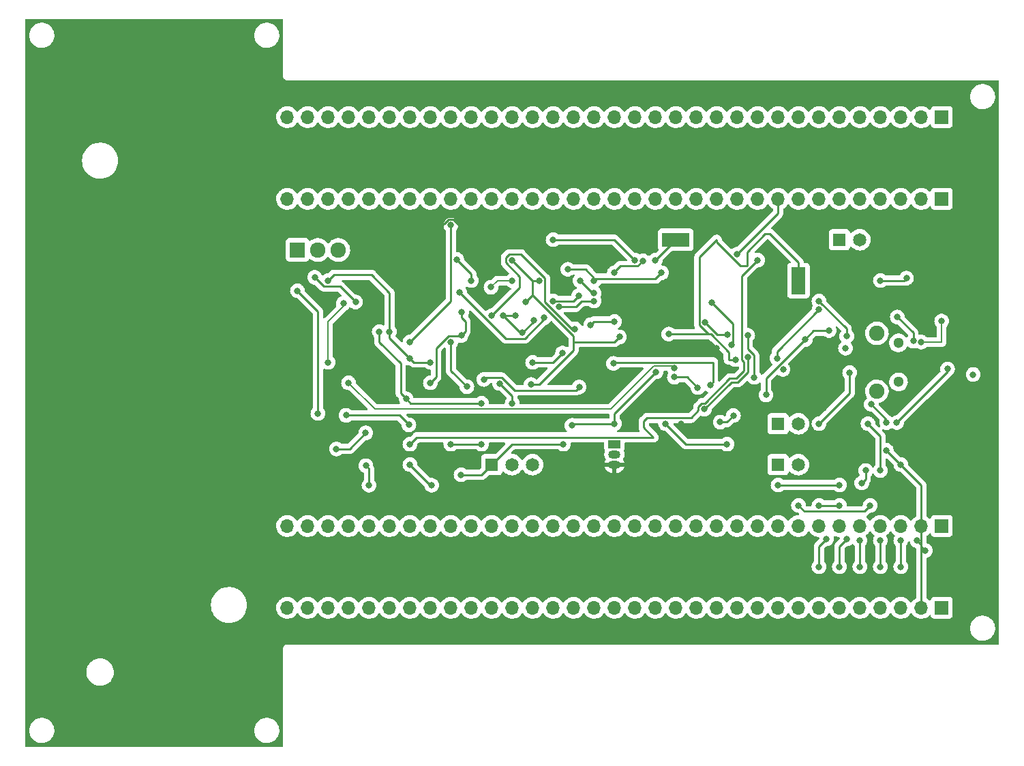
<source format=gbl>
G04 #@! TF.GenerationSoftware,KiCad,Pcbnew,(6.0.1)*
G04 #@! TF.CreationDate,2022-04-11T21:44:22+02:00*
G04 #@! TF.ProjectId,main,6d61696e-2e6b-4696-9361-645f70636258,rev?*
G04 #@! TF.SameCoordinates,Original*
G04 #@! TF.FileFunction,Copper,L2,Bot*
G04 #@! TF.FilePolarity,Positive*
%FSLAX46Y46*%
G04 Gerber Fmt 4.6, Leading zero omitted, Abs format (unit mm)*
G04 Created by KiCad (PCBNEW (6.0.1)) date 2022-04-11 21:44:22*
%MOMM*%
%LPD*%
G01*
G04 APERTURE LIST*
G04 #@! TA.AperFunction,ComponentPad*
%ADD10R,1.650000X1.650000*%
G04 #@! TD*
G04 #@! TA.AperFunction,ComponentPad*
%ADD11C,1.650000*%
G04 #@! TD*
G04 #@! TA.AperFunction,ComponentPad*
%ADD12R,1.920000X1.920000*%
G04 #@! TD*
G04 #@! TA.AperFunction,ComponentPad*
%ADD13C,1.920000*%
G04 #@! TD*
G04 #@! TA.AperFunction,ComponentPad*
%ADD14R,1.700000X1.700000*%
G04 #@! TD*
G04 #@! TA.AperFunction,ComponentPad*
%ADD15O,1.700000X1.700000*%
G04 #@! TD*
G04 #@! TA.AperFunction,ComponentPad*
%ADD16C,1.300000*%
G04 #@! TD*
G04 #@! TA.AperFunction,ComponentPad*
%ADD17C,1.900000*%
G04 #@! TD*
G04 #@! TA.AperFunction,ComponentPad*
%ADD18R,1.500000X1.050000*%
G04 #@! TD*
G04 #@! TA.AperFunction,ComponentPad*
%ADD19O,1.500000X1.050000*%
G04 #@! TD*
G04 #@! TA.AperFunction,SMDPad,CuDef*
%ADD20R,3.400000X1.800000*%
G04 #@! TD*
G04 #@! TA.AperFunction,SMDPad,CuDef*
%ADD21R,1.800000X3.400000*%
G04 #@! TD*
G04 #@! TA.AperFunction,ViaPad*
%ADD22C,0.800000*%
G04 #@! TD*
G04 #@! TA.AperFunction,Conductor*
%ADD23C,0.250000*%
G04 #@! TD*
G04 #@! TA.AperFunction,Conductor*
%ADD24C,0.200000*%
G04 #@! TD*
G04 APERTURE END LIST*
D10*
X124460000Y-109220000D03*
D11*
X127000000Y-109220000D03*
X129540000Y-109220000D03*
D12*
X100330000Y-82550000D03*
D13*
X102870000Y-82550000D03*
X105410000Y-82550000D03*
D10*
X167640000Y-81280000D03*
D11*
X170180000Y-81280000D03*
D14*
X180340000Y-76200000D03*
D15*
X177800000Y-76200000D03*
X175260000Y-76200000D03*
X172720000Y-76200000D03*
X170180000Y-76200000D03*
X167640000Y-76200000D03*
X165100000Y-76200000D03*
X162560000Y-76200000D03*
X160020000Y-76200000D03*
X157480000Y-76200000D03*
X154940000Y-76200000D03*
X152400000Y-76200000D03*
X149860000Y-76200000D03*
X147320000Y-76200000D03*
X144780000Y-76200000D03*
X142240000Y-76200000D03*
X139700000Y-76200000D03*
X137160000Y-76200000D03*
X134620000Y-76200000D03*
X132080000Y-76200000D03*
X129540000Y-76200000D03*
X127000000Y-76200000D03*
X124460000Y-76200000D03*
X121920000Y-76200000D03*
X119380000Y-76200000D03*
X116840000Y-76200000D03*
X114300000Y-76200000D03*
X111760000Y-76200000D03*
X109220000Y-76200000D03*
X106680000Y-76200000D03*
X104140000Y-76200000D03*
X101600000Y-76200000D03*
X99060000Y-76200000D03*
D16*
X174972212Y-94095000D03*
X174972212Y-98945000D03*
D17*
X172302212Y-92920000D03*
X172302212Y-100120000D03*
D10*
X160020000Y-109220000D03*
D11*
X162560000Y-109220000D03*
D10*
X160020000Y-104140000D03*
D11*
X162560000Y-104140000D03*
D14*
X180340000Y-66040000D03*
D15*
X177800000Y-66040000D03*
X175260000Y-66040000D03*
X172720000Y-66040000D03*
X170180000Y-66040000D03*
X167640000Y-66040000D03*
X165100000Y-66040000D03*
X162560000Y-66040000D03*
X160020000Y-66040000D03*
X157480000Y-66040000D03*
X154940000Y-66040000D03*
X152400000Y-66040000D03*
X149860000Y-66040000D03*
X147320000Y-66040000D03*
X144780000Y-66040000D03*
X142240000Y-66040000D03*
X139700000Y-66040000D03*
X137160000Y-66040000D03*
X134620000Y-66040000D03*
X132080000Y-66040000D03*
X129540000Y-66040000D03*
X127000000Y-66040000D03*
X124460000Y-66040000D03*
X121920000Y-66040000D03*
X119380000Y-66040000D03*
X116840000Y-66040000D03*
X114300000Y-66040000D03*
X111760000Y-66040000D03*
X109220000Y-66040000D03*
X106680000Y-66040000D03*
X104140000Y-66040000D03*
X101600000Y-66040000D03*
X99060000Y-66040000D03*
D14*
X180340000Y-127000000D03*
D15*
X177800000Y-127000000D03*
X175260000Y-127000000D03*
X172720000Y-127000000D03*
X170180000Y-127000000D03*
X167640000Y-127000000D03*
X165100000Y-127000000D03*
X162560000Y-127000000D03*
X160020000Y-127000000D03*
X157480000Y-127000000D03*
X154940000Y-127000000D03*
X152400000Y-127000000D03*
X149860000Y-127000000D03*
X147320000Y-127000000D03*
X144780000Y-127000000D03*
X142240000Y-127000000D03*
X139700000Y-127000000D03*
X137160000Y-127000000D03*
X134620000Y-127000000D03*
X132080000Y-127000000D03*
X129540000Y-127000000D03*
X127000000Y-127000000D03*
X124460000Y-127000000D03*
X121920000Y-127000000D03*
X119380000Y-127000000D03*
X116840000Y-127000000D03*
X114300000Y-127000000D03*
X111760000Y-127000000D03*
X109220000Y-127000000D03*
X106680000Y-127000000D03*
X104140000Y-127000000D03*
X101600000Y-127000000D03*
X99060000Y-127000000D03*
D14*
X180340000Y-116840000D03*
D15*
X177800000Y-116840000D03*
X175260000Y-116840000D03*
X172720000Y-116840000D03*
X170180000Y-116840000D03*
X167640000Y-116840000D03*
X165100000Y-116840000D03*
X162560000Y-116840000D03*
X160020000Y-116840000D03*
X157480000Y-116840000D03*
X154940000Y-116840000D03*
X152400000Y-116840000D03*
X149860000Y-116840000D03*
X147320000Y-116840000D03*
X144780000Y-116840000D03*
X142240000Y-116840000D03*
X139700000Y-116840000D03*
X137160000Y-116840000D03*
X134620000Y-116840000D03*
X132080000Y-116840000D03*
X129540000Y-116840000D03*
X127000000Y-116840000D03*
X124460000Y-116840000D03*
X121920000Y-116840000D03*
X119380000Y-116840000D03*
X116840000Y-116840000D03*
X114300000Y-116840000D03*
X111760000Y-116840000D03*
X109220000Y-116840000D03*
X106680000Y-116840000D03*
X104140000Y-116840000D03*
X101600000Y-116840000D03*
X99060000Y-116840000D03*
D18*
X139700000Y-106680000D03*
D19*
X139700000Y-107950000D03*
X139700000Y-109220000D03*
D20*
X147320000Y-81280000D03*
D21*
X162560000Y-86360000D03*
D22*
X184250500Y-98025000D03*
X137160000Y-88900000D03*
X125425000Y-99125000D03*
X181074502Y-97344502D03*
X127376200Y-90715500D03*
X135420000Y-86360000D03*
X139700000Y-104140000D03*
X125850000Y-90715489D03*
X127000000Y-101600000D03*
X168400000Y-94750000D03*
X174755378Y-103994622D03*
X129651801Y-91273199D03*
X132786755Y-89624500D03*
X128245000Y-92850000D03*
X178312299Y-119892299D03*
X144858029Y-97700500D03*
X154940000Y-83079011D03*
X120750000Y-90275000D03*
X116840000Y-99060000D03*
X160637299Y-97387299D03*
X134415690Y-104344310D03*
X173444500Y-107425000D03*
X137160000Y-87928652D03*
X109220000Y-111773051D03*
X175260000Y-109220000D03*
X120675000Y-93175000D03*
X108835000Y-109350000D03*
X177287701Y-118655500D03*
X174830378Y-90880378D03*
X114300000Y-96005498D03*
X116840000Y-96520000D03*
X176807113Y-93872983D03*
X172720000Y-86360000D03*
X175972299Y-86047701D03*
X135325335Y-99575335D03*
X111760000Y-92710000D03*
X104140000Y-86360000D03*
X123490201Y-98640201D03*
X175260000Y-118655500D03*
X175260000Y-121920000D03*
X172720000Y-121920000D03*
X172720000Y-118655500D03*
X170180000Y-121920000D03*
X170180000Y-118655500D03*
X168591794Y-118428206D03*
X167640000Y-121920000D03*
X166051794Y-118428206D03*
X165100000Y-121920000D03*
X146450000Y-93000000D03*
X139700000Y-91440000D03*
X139700000Y-91440000D03*
X154725511Y-96175000D03*
X136755690Y-91844310D03*
X146650000Y-83775000D03*
X159925000Y-98850000D03*
X137160000Y-109220000D03*
X159200000Y-92950000D03*
X156210000Y-100330000D03*
X157480000Y-92710000D03*
X152394219Y-94758317D03*
X160020000Y-88900000D03*
X165650000Y-102225000D03*
X147975201Y-102075201D03*
X114300000Y-92164500D03*
X121920000Y-93980000D03*
X121920000Y-83820000D03*
X147955000Y-104139978D03*
X156210000Y-102870000D03*
X141550000Y-87600000D03*
X140320288Y-93359712D03*
X128660498Y-88999989D03*
X126940498Y-83820000D03*
X129335690Y-99264310D03*
X130340000Y-86360000D03*
X121920000Y-86360000D03*
X144780000Y-83820000D03*
X139700000Y-85400500D03*
X132080000Y-88900000D03*
X120104500Y-83725378D03*
X135240288Y-88279712D03*
X143237047Y-83890011D03*
X107559622Y-89009622D03*
X120500000Y-87825498D03*
X102475000Y-85950000D03*
X130975000Y-90975000D03*
X160020000Y-111760000D03*
X114300000Y-109220000D03*
X167640000Y-111760000D03*
X117000000Y-111773051D03*
X171179503Y-104140000D03*
X171600000Y-101725000D03*
X173500000Y-103999989D03*
X170904500Y-109944500D03*
X172720000Y-109944500D03*
X170904500Y-109944500D03*
X121376279Y-99540878D03*
X119380000Y-106680000D03*
X123190000Y-106680000D03*
X114175000Y-104275000D03*
X119380000Y-93980000D03*
X106375000Y-103100000D03*
X168549650Y-93270046D03*
X170412165Y-111491559D03*
X165100000Y-88900000D03*
X133350000Y-106680000D03*
X120650000Y-110490000D03*
X150975000Y-91575000D03*
X156250000Y-93150000D03*
X153725000Y-93100000D03*
X157050000Y-98375000D03*
X132080000Y-81280000D03*
X142240000Y-83820000D03*
X137160000Y-86360000D03*
X133906848Y-84946447D03*
X145550000Y-85375000D03*
X113837701Y-101037701D03*
X105175000Y-107275000D03*
X108800000Y-105275000D03*
X119380000Y-79464500D03*
X114300000Y-93980000D03*
X123190000Y-101600000D03*
X110490000Y-92710000D03*
X127000000Y-86360000D03*
X124369361Y-87179492D03*
X147148000Y-97244500D03*
X106680000Y-99060000D03*
X106025000Y-89200000D03*
X104140000Y-96520000D03*
X153670000Y-106680000D03*
X151765000Y-89072000D03*
X147148000Y-98350011D03*
X150049799Y-99649799D03*
X146050000Y-104140000D03*
X154225000Y-94325000D03*
X151576215Y-99302250D03*
X124460000Y-90715500D03*
X134797056Y-92352944D03*
X139576439Y-96643562D03*
X154475000Y-103125000D03*
X163387846Y-93694494D03*
X166350000Y-92570980D03*
X152835706Y-103939294D03*
X158525000Y-100550000D03*
X150850000Y-102324500D03*
X156250000Y-95875000D03*
X180332212Y-91370989D03*
X177800000Y-93987788D03*
X168910000Y-97790000D03*
X165100000Y-104140000D03*
X129540000Y-96520000D03*
X133251811Y-95348190D03*
X165100000Y-114300000D03*
X167640000Y-114300000D03*
X162560000Y-114300000D03*
X171450000Y-114300000D03*
X165100000Y-89932880D03*
X159875000Y-96000000D03*
X157480000Y-83820000D03*
X100330000Y-87630000D03*
X114300000Y-106680000D03*
X102870000Y-102870000D03*
D23*
X125850000Y-90715489D02*
X125850011Y-90715500D01*
X132786755Y-89624500D02*
X134920114Y-89624500D01*
X177800000Y-119380000D02*
X177800000Y-116840000D01*
X177287701Y-118655500D02*
X177800000Y-119167799D01*
X120675000Y-93175000D02*
X120594511Y-93255489D01*
X173444500Y-107425000D02*
X175239500Y-109220000D01*
X144858029Y-97700500D02*
X139700000Y-102858529D01*
X109220000Y-109735000D02*
X108835000Y-109350000D01*
X127000000Y-100700000D02*
X127000000Y-101600000D01*
X127984511Y-92850000D02*
X128245000Y-92850000D01*
X125850000Y-90715489D02*
X127984511Y-92850000D01*
X177800000Y-119167799D02*
X177800000Y-127000000D01*
X120750000Y-90275000D02*
X120750000Y-90994522D01*
X117564511Y-98335489D02*
X116840000Y-99060000D01*
X121195489Y-92654511D02*
X120675000Y-93175000D01*
X154940000Y-83079011D02*
X160020000Y-77999011D01*
X139700000Y-102858529D02*
X139700000Y-104140000D01*
X181074502Y-97675498D02*
X181074502Y-97344502D01*
X117564511Y-94770875D02*
X117564511Y-98335489D01*
X177800000Y-111760000D02*
X177800000Y-116840000D01*
X125425000Y-99125000D02*
X127000000Y-100700000D01*
X109220000Y-111773051D02*
X109220000Y-109735000D01*
X134920114Y-89624500D02*
X135644614Y-88900000D01*
X120594511Y-93255489D02*
X119079897Y-93255489D01*
X175239500Y-109220000D02*
X175260000Y-109220000D01*
X175260000Y-109220000D02*
X177800000Y-111760000D01*
X121195489Y-91440011D02*
X121195489Y-92654511D01*
X137160000Y-87928652D02*
X136988652Y-87928652D01*
X160020000Y-77999011D02*
X160020000Y-76200000D01*
X174755378Y-103994622D02*
X181074502Y-97675498D01*
X136988652Y-87928652D02*
X135420000Y-86360000D01*
X134415690Y-104344310D02*
X134620000Y-104140000D01*
X119079897Y-93255489D02*
X117564511Y-94770875D01*
X129651801Y-91273199D02*
X129651801Y-91443199D01*
X129651801Y-91443199D02*
X128245000Y-92850000D01*
X125850011Y-90715500D02*
X127376200Y-90715500D01*
X120750000Y-90994522D02*
X121195489Y-91440011D01*
X134620000Y-104140000D02*
X139700000Y-104140000D01*
X135644614Y-88900000D02*
X137160000Y-88900000D01*
X178312299Y-119892299D02*
X177800000Y-119380000D01*
X172720000Y-86360000D02*
X175660000Y-86360000D01*
X104140000Y-86360000D02*
X104864511Y-85635489D01*
X123729913Y-98400489D02*
X125725103Y-98400489D01*
X114814502Y-96520000D02*
X116840000Y-96520000D01*
X114814502Y-96520000D02*
X111760000Y-93465498D01*
X111760000Y-87875386D02*
X111760000Y-92710000D01*
X174830378Y-90880378D02*
X176807113Y-92857113D01*
X104864511Y-85635489D02*
X109520103Y-85635489D01*
X176807113Y-92857113D02*
X176807113Y-93872983D01*
X114300000Y-96005498D02*
X114814502Y-96520000D01*
X127324614Y-100000000D02*
X134900670Y-100000000D01*
X111760000Y-93465498D02*
X111760000Y-90170000D01*
X175660000Y-86360000D02*
X175972299Y-86047701D01*
X125725103Y-98400489D02*
X127324614Y-100000000D01*
X109520103Y-85635489D02*
X111760000Y-87875386D01*
X134900670Y-100000000D02*
X135325335Y-99575335D01*
X123490201Y-98640201D02*
X123729913Y-98400489D01*
X175260000Y-118655500D02*
X175260000Y-121920000D01*
X172720000Y-118655500D02*
X172720000Y-121920000D01*
X170180000Y-118655500D02*
X170180000Y-121920000D01*
X167640000Y-119380000D02*
X167640000Y-121920000D01*
X168591794Y-118428206D02*
X167640000Y-119380000D01*
X166051794Y-118428206D02*
X165100000Y-119380000D01*
X165100000Y-119380000D02*
X165100000Y-121920000D01*
X152400000Y-81563625D02*
X152400000Y-81280000D01*
X159020103Y-80555489D02*
X158419897Y-80555489D01*
X151660516Y-93000000D02*
X146450000Y-93000000D01*
X136755690Y-91844310D02*
X137160000Y-91440000D01*
X162560000Y-86360000D02*
X162560000Y-84095386D01*
X162560000Y-84095386D02*
X159020103Y-80555489D01*
X151660516Y-93000000D02*
X151375386Y-93000000D01*
X156166363Y-82809023D02*
X156166363Y-84497918D01*
X151375386Y-93000000D02*
X150250489Y-91875103D01*
X156166363Y-84497918D02*
X155334293Y-84497918D01*
X150250489Y-83429511D02*
X152400000Y-81280000D01*
X155334293Y-84497918D02*
X152400000Y-81563625D01*
X150250489Y-91875103D02*
X150250489Y-83429511D01*
X153900000Y-96175000D02*
X153900000Y-95239484D01*
X137160000Y-91440000D02*
X139700000Y-91440000D01*
X153900000Y-95239484D02*
X151660516Y-93000000D01*
X158419897Y-80555489D02*
X156166363Y-82809023D01*
X154725511Y-96175000D02*
X153900000Y-96175000D01*
X119079897Y-78739989D02*
X119680103Y-78739989D01*
X119680103Y-78739989D02*
X121920000Y-80979886D01*
X114300000Y-92164500D02*
X114300000Y-83519886D01*
X149860000Y-93980000D02*
X149852758Y-93972758D01*
X122145000Y-93980000D02*
X121920000Y-93980000D01*
X121920000Y-80979886D02*
X121920000Y-83820000D01*
X156210000Y-102870000D02*
X156210000Y-100330000D01*
X160020000Y-88900000D02*
X160020000Y-90170000D01*
X114300000Y-83519886D02*
X119079897Y-78739989D01*
X160020000Y-90170000D02*
X157480000Y-92710000D01*
X152394219Y-94758317D02*
X151615902Y-93980000D01*
X151615902Y-93980000D02*
X149860000Y-93980000D01*
X129335690Y-99264310D02*
X130360305Y-99264310D01*
X127000000Y-83820000D02*
X129540000Y-86360000D01*
X140320288Y-93359712D02*
X139700000Y-93980000D01*
X128660498Y-88999989D02*
X129540000Y-88120487D01*
X134620000Y-93200487D02*
X129540000Y-88120487D01*
X126940498Y-83820000D02*
X127000000Y-83820000D01*
X139700000Y-93980000D02*
X134620000Y-93980000D01*
X134620000Y-93980000D02*
X134620000Y-93200487D01*
X129540000Y-86360000D02*
X130340000Y-86360000D01*
X130360305Y-99264310D02*
X134620000Y-95004615D01*
X129540000Y-88120487D02*
X129540000Y-86360000D01*
X134620000Y-95004615D02*
X134620000Y-93980000D01*
X144780000Y-83820000D02*
X147320000Y-81280000D01*
X134620000Y-88900000D02*
X132080000Y-88900000D01*
X121920000Y-85540878D02*
X121920000Y-86360000D01*
X143237047Y-83890011D02*
X142582547Y-84544511D01*
X120104500Y-83725378D02*
X121920000Y-85540878D01*
X140424511Y-84544511D02*
X139700000Y-85269022D01*
X135240288Y-88279712D02*
X134620000Y-88900000D01*
X142582547Y-84544511D02*
X140424511Y-84544511D01*
X139700000Y-85269022D02*
X139700000Y-85400500D01*
X130975000Y-91144614D02*
X128545103Y-93574511D01*
X105634511Y-87084511D02*
X103609511Y-87084511D01*
X128545103Y-93574511D02*
X126249013Y-93574511D01*
X130975000Y-90975000D02*
X130975000Y-91144614D01*
X107559622Y-89009622D02*
X105634511Y-87084511D01*
X103609511Y-87084511D02*
X102475000Y-85950000D01*
X126249013Y-93574511D02*
X120500000Y-87825498D01*
X117000000Y-111773051D02*
X116853051Y-111773051D01*
X167640000Y-111760000D02*
X160020000Y-111760000D01*
X116853051Y-111773051D02*
X114300000Y-109220000D01*
X170904500Y-109944500D02*
X170904500Y-110999224D01*
X171179503Y-104140000D02*
X172720000Y-105680497D01*
X113000000Y-103100000D02*
X106375000Y-103100000D01*
X173500000Y-103625000D02*
X173500000Y-103999989D01*
X114175000Y-104275000D02*
X113000000Y-103100000D01*
X170904500Y-110999224D02*
X170412165Y-111491559D01*
X172720000Y-105680497D02*
X172720000Y-109944500D01*
X123190000Y-106680000D02*
X119380000Y-106680000D01*
X119380000Y-97544599D02*
X119380000Y-93980000D01*
X171600000Y-101725000D02*
X173500000Y-103625000D01*
X121376279Y-99540878D02*
X119380000Y-97544599D01*
X165100000Y-88900000D02*
X168549650Y-92349650D01*
X168549650Y-92349650D02*
X168549650Y-93270046D01*
X123190000Y-110490000D02*
X120650000Y-110490000D01*
X127000000Y-106680000D02*
X123190000Y-110490000D01*
X133350000Y-106680000D02*
X127000000Y-106680000D01*
X157050000Y-98375000D02*
X157050000Y-95625000D01*
X153725000Y-93100000D02*
X152500000Y-93100000D01*
X156250000Y-94825000D02*
X156250000Y-93150000D01*
X157050000Y-95625000D02*
X156250000Y-94825000D01*
X152500000Y-93100000D02*
X150975000Y-91575000D01*
X132080000Y-81280000D02*
X139700000Y-81280000D01*
X139700000Y-81280000D02*
X142240000Y-83820000D01*
X145550000Y-85375000D02*
X144800000Y-86125000D01*
X136096648Y-84946447D02*
X137160000Y-86009799D01*
X137160000Y-86009799D02*
X137160000Y-86360000D01*
X137395000Y-86125000D02*
X137160000Y-86360000D01*
X133906848Y-84946447D02*
X136096648Y-84946447D01*
X144800000Y-86125000D02*
X137395000Y-86125000D01*
X114850000Y-101600000D02*
X114825000Y-101600000D01*
X113150000Y-96640000D02*
X113150000Y-100350000D01*
X106800000Y-107275000D02*
X105175000Y-107275000D01*
X114850000Y-101600000D02*
X114400000Y-101600000D01*
X110490000Y-92710000D02*
X110490000Y-93980000D01*
X113150000Y-100350000D02*
X113837701Y-101037701D01*
X119380000Y-88900000D02*
X114300000Y-93980000D01*
X108800000Y-105275000D02*
X106800000Y-107275000D01*
X123190000Y-101600000D02*
X114850000Y-101600000D01*
X110490000Y-93980000D02*
X113150000Y-96640000D01*
X114400000Y-101600000D02*
X113837701Y-101037701D01*
X119380000Y-79464500D02*
X119380000Y-88900000D01*
D24*
X127000000Y-86360000D02*
X125188853Y-86360000D01*
X125188853Y-86360000D02*
X124369361Y-87179492D01*
X106680000Y-99060000D02*
X109919511Y-102299511D01*
X146848020Y-96944520D02*
X147148000Y-97244500D01*
X144568281Y-96944520D02*
X146848020Y-96944520D01*
X139213290Y-102299511D02*
X144568281Y-96944520D01*
X106025000Y-89555000D02*
X104140000Y-91440000D01*
X104140000Y-91440000D02*
X104140000Y-96520000D01*
X109919511Y-102299511D02*
X139213290Y-102299511D01*
X106025000Y-89200000D02*
X106025000Y-89555000D01*
D23*
X148750011Y-98350011D02*
X147148000Y-98350011D01*
X154449511Y-94100489D02*
X154449511Y-91756511D01*
X148590000Y-106680000D02*
X146050000Y-104140000D01*
X150049799Y-99649799D02*
X148750011Y-98350011D01*
X154225000Y-94325000D02*
X154449511Y-94100489D01*
X153670000Y-106680000D02*
X148590000Y-106680000D01*
X154449511Y-91756511D02*
X151765000Y-89072000D01*
X126215987Y-84120103D02*
X127935987Y-85840103D01*
X151944699Y-96520000D02*
X151944699Y-98933766D01*
X126215987Y-83519897D02*
X126215987Y-84120103D01*
X131064511Y-89009280D02*
X131064511Y-86059897D01*
X128100103Y-83095489D02*
X126640395Y-83095489D01*
X131064511Y-86059897D02*
X128100103Y-83095489D01*
X126640395Y-83095489D02*
X126215987Y-83519897D01*
X139576439Y-96643562D02*
X139700001Y-96520000D01*
X127935987Y-87239513D02*
X124460000Y-90715500D01*
X149860000Y-96520000D02*
X151944699Y-96520000D01*
X127935987Y-85840103D02*
X127935987Y-87239513D01*
X134408175Y-92352944D02*
X131064511Y-89009280D01*
X151944699Y-98933766D02*
X151576215Y-99302250D01*
X134797056Y-92352944D02*
X134408175Y-92352944D01*
X139700001Y-96520000D02*
X149860000Y-96520000D01*
X158525000Y-98475000D02*
X163450000Y-93550000D01*
X164429020Y-92570980D02*
X166350000Y-92570980D01*
X153660706Y-103939294D02*
X154475000Y-103125000D01*
X152835706Y-103939294D02*
X153660706Y-103939294D01*
X163450000Y-93550000D02*
X164429020Y-92570980D01*
X158525000Y-100550000D02*
X158525000Y-98475000D01*
X156250000Y-95875000D02*
X156250000Y-97750000D01*
X154200000Y-98974500D02*
X150850000Y-102324500D01*
X155025500Y-98974500D02*
X154200000Y-98974500D01*
X156250000Y-97750000D02*
X155025500Y-98974500D01*
D24*
X180332212Y-93980000D02*
X180324424Y-93987788D01*
X180324424Y-93987788D02*
X177800000Y-93987788D01*
X180332212Y-91370989D02*
X180332212Y-93980000D01*
D23*
X168910000Y-100330000D02*
X168910000Y-97790000D01*
X165100000Y-104140000D02*
X168910000Y-100330000D01*
X132080001Y-96520000D02*
X129540000Y-96520000D01*
X133251811Y-95348190D02*
X132080001Y-96520000D01*
X165100000Y-114300000D02*
X167640000Y-114300000D01*
X162560000Y-114300000D02*
X163284511Y-115024511D01*
X163284511Y-115024511D02*
X170725489Y-115024511D01*
X170725489Y-115024511D02*
X171450000Y-114300000D01*
X165100000Y-89932880D02*
X159875000Y-95157880D01*
X159875000Y-95157880D02*
X159875000Y-96000000D01*
X143755408Y-103415478D02*
X149209522Y-103415478D01*
X143330989Y-104616967D02*
X143330989Y-103839897D01*
X102870000Y-90170000D02*
X100330000Y-87630000D01*
X150549897Y-101599989D02*
X150938793Y-101599989D01*
X150125489Y-102024397D02*
X150549897Y-101599989D01*
X154013803Y-98524980D02*
X154839302Y-98524980D01*
X155800480Y-97563802D02*
X155800480Y-96450094D01*
X149209522Y-103415478D02*
X150125489Y-102499511D01*
X102870000Y-102870000D02*
X102870000Y-90170000D01*
X154839302Y-98524980D02*
X155800480Y-97563802D01*
X114300000Y-106680000D02*
X115149511Y-105830489D01*
X115149511Y-105830489D02*
X144544511Y-105830489D01*
X150125489Y-102499511D02*
X150125489Y-102024397D01*
X155525489Y-96175103D02*
X155525489Y-85774511D01*
X155800480Y-96450094D02*
X155525489Y-96175103D01*
X155525489Y-85774511D02*
X157480000Y-83820000D01*
X144544511Y-105830489D02*
X143330989Y-104616967D01*
X150938793Y-101599989D02*
X154013803Y-98524980D01*
X143330989Y-103839897D02*
X143755408Y-103415478D01*
G04 #@! TA.AperFunction,Conductor*
G36*
X98494121Y-53868002D02*
G01*
X98540614Y-53921658D01*
X98552000Y-53974000D01*
X98552000Y-60951298D01*
X98551998Y-60952068D01*
X98551524Y-61029652D01*
X98553990Y-61038281D01*
X98553991Y-61038286D01*
X98559639Y-61058048D01*
X98563217Y-61074809D01*
X98566130Y-61095152D01*
X98566133Y-61095162D01*
X98567405Y-61104045D01*
X98578021Y-61127395D01*
X98584464Y-61144907D01*
X98591512Y-61169565D01*
X98607274Y-61194548D01*
X98615404Y-61209614D01*
X98627633Y-61236510D01*
X98644374Y-61255939D01*
X98655479Y-61270947D01*
X98669160Y-61292631D01*
X98675888Y-61298573D01*
X98691296Y-61312181D01*
X98703340Y-61324373D01*
X98722619Y-61346747D01*
X98730147Y-61351626D01*
X98730150Y-61351629D01*
X98744139Y-61360696D01*
X98759013Y-61371986D01*
X98778228Y-61388956D01*
X98786354Y-61392771D01*
X98786355Y-61392772D01*
X98792021Y-61395432D01*
X98804966Y-61401510D01*
X98819935Y-61409824D01*
X98844727Y-61425893D01*
X98853327Y-61428465D01*
X98869290Y-61433239D01*
X98886736Y-61439901D01*
X98909948Y-61450799D01*
X98939130Y-61455343D01*
X98955849Y-61459126D01*
X98975536Y-61465014D01*
X98975539Y-61465015D01*
X98984141Y-61467587D01*
X98993116Y-61467642D01*
X98993117Y-61467642D01*
X98999810Y-61467683D01*
X99018556Y-61467797D01*
X99019328Y-61467830D01*
X99020423Y-61468000D01*
X99051298Y-61468000D01*
X99052068Y-61468002D01*
X99125716Y-61468452D01*
X99125717Y-61468452D01*
X99129652Y-61468476D01*
X99130996Y-61468092D01*
X99132341Y-61468000D01*
X187326000Y-61468000D01*
X187394121Y-61488002D01*
X187440614Y-61541658D01*
X187452000Y-61594000D01*
X187452000Y-131446000D01*
X187431998Y-131514121D01*
X187378342Y-131560614D01*
X187326000Y-131572000D01*
X99068702Y-131572000D01*
X99067932Y-131571998D01*
X99067078Y-131571993D01*
X98990348Y-131571524D01*
X98981719Y-131573990D01*
X98981714Y-131573991D01*
X98961952Y-131579639D01*
X98945191Y-131583217D01*
X98924848Y-131586130D01*
X98924838Y-131586133D01*
X98915955Y-131587405D01*
X98892605Y-131598021D01*
X98875093Y-131604464D01*
X98862200Y-131608149D01*
X98850435Y-131611512D01*
X98825452Y-131627274D01*
X98810386Y-131635404D01*
X98783490Y-131647633D01*
X98764061Y-131664374D01*
X98749053Y-131675479D01*
X98727369Y-131689160D01*
X98721427Y-131695888D01*
X98707819Y-131711296D01*
X98695627Y-131723340D01*
X98673253Y-131742619D01*
X98668374Y-131750147D01*
X98668371Y-131750150D01*
X98659304Y-131764139D01*
X98648014Y-131779013D01*
X98631044Y-131798228D01*
X98618490Y-131824966D01*
X98610176Y-131839935D01*
X98594107Y-131864727D01*
X98591535Y-131873327D01*
X98586761Y-131889290D01*
X98580099Y-131906736D01*
X98569201Y-131929948D01*
X98567820Y-131938821D01*
X98564658Y-131959128D01*
X98560874Y-131975849D01*
X98554986Y-131995536D01*
X98554985Y-131995539D01*
X98552413Y-132004141D01*
X98552358Y-132013116D01*
X98552358Y-132013117D01*
X98552203Y-132038546D01*
X98552170Y-132039328D01*
X98552000Y-132040423D01*
X98552000Y-132071298D01*
X98551998Y-132072068D01*
X98551524Y-132149652D01*
X98551908Y-132150996D01*
X98552000Y-132152341D01*
X98552000Y-144146000D01*
X98531998Y-144214121D01*
X98478342Y-144260614D01*
X98426000Y-144272000D01*
X66674000Y-144272000D01*
X66605879Y-144251998D01*
X66559386Y-144198342D01*
X66548000Y-144146000D01*
X66548000Y-142294568D01*
X67017382Y-142294568D01*
X67046208Y-142543699D01*
X67047587Y-142548573D01*
X67047588Y-142548577D01*
X67086526Y-142686181D01*
X67114494Y-142785017D01*
X67116628Y-142789592D01*
X67116630Y-142789599D01*
X67218347Y-143007731D01*
X67220484Y-143012313D01*
X67223326Y-143016494D01*
X67223326Y-143016495D01*
X67358605Y-143215552D01*
X67358608Y-143215556D01*
X67361451Y-143219739D01*
X67364928Y-143223416D01*
X67364929Y-143223417D01*
X67465238Y-143329491D01*
X67533767Y-143401959D01*
X67537793Y-143405037D01*
X67537794Y-143405038D01*
X67728981Y-143551212D01*
X67728985Y-143551215D01*
X67733001Y-143554285D01*
X67954026Y-143672797D01*
X67958807Y-143674443D01*
X67958811Y-143674445D01*
X68184538Y-143752169D01*
X68191156Y-143754448D01*
X68294689Y-143772331D01*
X68434380Y-143796460D01*
X68434386Y-143796461D01*
X68438290Y-143797135D01*
X68442251Y-143797315D01*
X68442252Y-143797315D01*
X68466931Y-143798436D01*
X68466950Y-143798436D01*
X68468350Y-143798500D01*
X68643015Y-143798500D01*
X68645523Y-143798298D01*
X68645528Y-143798298D01*
X68824944Y-143783863D01*
X68824949Y-143783862D01*
X68829985Y-143783457D01*
X68834893Y-143782252D01*
X68834896Y-143782251D01*
X69068625Y-143724841D01*
X69073539Y-143723634D01*
X69078191Y-143721659D01*
X69078195Y-143721658D01*
X69299741Y-143627617D01*
X69299742Y-143627617D01*
X69304396Y-143625641D01*
X69516615Y-143492000D01*
X69704738Y-143326147D01*
X69863924Y-143132351D01*
X69990078Y-142915596D01*
X70079955Y-142681461D01*
X70131241Y-142435967D01*
X70137662Y-142294568D01*
X94957382Y-142294568D01*
X94986208Y-142543699D01*
X94987587Y-142548573D01*
X94987588Y-142548577D01*
X95026526Y-142686181D01*
X95054494Y-142785017D01*
X95056628Y-142789592D01*
X95056630Y-142789599D01*
X95158347Y-143007731D01*
X95160484Y-143012313D01*
X95163326Y-143016494D01*
X95163326Y-143016495D01*
X95298605Y-143215552D01*
X95298608Y-143215556D01*
X95301451Y-143219739D01*
X95304928Y-143223416D01*
X95304929Y-143223417D01*
X95405238Y-143329491D01*
X95473767Y-143401959D01*
X95477793Y-143405037D01*
X95477794Y-143405038D01*
X95668981Y-143551212D01*
X95668985Y-143551215D01*
X95673001Y-143554285D01*
X95894026Y-143672797D01*
X95898807Y-143674443D01*
X95898811Y-143674445D01*
X96124538Y-143752169D01*
X96131156Y-143754448D01*
X96234689Y-143772331D01*
X96374380Y-143796460D01*
X96374386Y-143796461D01*
X96378290Y-143797135D01*
X96382251Y-143797315D01*
X96382252Y-143797315D01*
X96406931Y-143798436D01*
X96406950Y-143798436D01*
X96408350Y-143798500D01*
X96583015Y-143798500D01*
X96585523Y-143798298D01*
X96585528Y-143798298D01*
X96764944Y-143783863D01*
X96764949Y-143783862D01*
X96769985Y-143783457D01*
X96774893Y-143782252D01*
X96774896Y-143782251D01*
X97008625Y-143724841D01*
X97013539Y-143723634D01*
X97018191Y-143721659D01*
X97018195Y-143721658D01*
X97239741Y-143627617D01*
X97239742Y-143627617D01*
X97244396Y-143625641D01*
X97456615Y-143492000D01*
X97644738Y-143326147D01*
X97803924Y-143132351D01*
X97930078Y-142915596D01*
X98019955Y-142681461D01*
X98071241Y-142435967D01*
X98082618Y-142185432D01*
X98053792Y-141936301D01*
X98014810Y-141798539D01*
X97986884Y-141699852D01*
X97986883Y-141699850D01*
X97985506Y-141694983D01*
X97983372Y-141690408D01*
X97983370Y-141690401D01*
X97881653Y-141472269D01*
X97881651Y-141472265D01*
X97879516Y-141467687D01*
X97876674Y-141463505D01*
X97741395Y-141264448D01*
X97741392Y-141264444D01*
X97738549Y-141260261D01*
X97637925Y-141153853D01*
X97569713Y-141081721D01*
X97566233Y-141078041D01*
X97562206Y-141074962D01*
X97371019Y-140928788D01*
X97371015Y-140928785D01*
X97366999Y-140925715D01*
X97145974Y-140807203D01*
X97141193Y-140805557D01*
X97141189Y-140805555D01*
X96913633Y-140727201D01*
X96908844Y-140725552D01*
X96805311Y-140707669D01*
X96665620Y-140683540D01*
X96665614Y-140683539D01*
X96661710Y-140682865D01*
X96657749Y-140682685D01*
X96657748Y-140682685D01*
X96633069Y-140681564D01*
X96633050Y-140681564D01*
X96631650Y-140681500D01*
X96456985Y-140681500D01*
X96454477Y-140681702D01*
X96454472Y-140681702D01*
X96275056Y-140696137D01*
X96275051Y-140696138D01*
X96270015Y-140696543D01*
X96265107Y-140697748D01*
X96265104Y-140697749D01*
X96033326Y-140754680D01*
X96026461Y-140756366D01*
X96021809Y-140758341D01*
X96021805Y-140758342D01*
X95901061Y-140809595D01*
X95795604Y-140854359D01*
X95583385Y-140988000D01*
X95395262Y-141153853D01*
X95236076Y-141347649D01*
X95109922Y-141564404D01*
X95020045Y-141798539D01*
X94968759Y-142044033D01*
X94957382Y-142294568D01*
X70137662Y-142294568D01*
X70142618Y-142185432D01*
X70113792Y-141936301D01*
X70074810Y-141798539D01*
X70046884Y-141699852D01*
X70046883Y-141699850D01*
X70045506Y-141694983D01*
X70043372Y-141690408D01*
X70043370Y-141690401D01*
X69941653Y-141472269D01*
X69941651Y-141472265D01*
X69939516Y-141467687D01*
X69936674Y-141463505D01*
X69801395Y-141264448D01*
X69801392Y-141264444D01*
X69798549Y-141260261D01*
X69697925Y-141153853D01*
X69629713Y-141081721D01*
X69626233Y-141078041D01*
X69622206Y-141074962D01*
X69431019Y-140928788D01*
X69431015Y-140928785D01*
X69426999Y-140925715D01*
X69205974Y-140807203D01*
X69201193Y-140805557D01*
X69201189Y-140805555D01*
X68973633Y-140727201D01*
X68968844Y-140725552D01*
X68865311Y-140707669D01*
X68725620Y-140683540D01*
X68725614Y-140683539D01*
X68721710Y-140682865D01*
X68717749Y-140682685D01*
X68717748Y-140682685D01*
X68693069Y-140681564D01*
X68693050Y-140681564D01*
X68691650Y-140681500D01*
X68516985Y-140681500D01*
X68514477Y-140681702D01*
X68514472Y-140681702D01*
X68335056Y-140696137D01*
X68335051Y-140696138D01*
X68330015Y-140696543D01*
X68325107Y-140697748D01*
X68325104Y-140697749D01*
X68093326Y-140754680D01*
X68086461Y-140756366D01*
X68081809Y-140758341D01*
X68081805Y-140758342D01*
X67961061Y-140809595D01*
X67855604Y-140854359D01*
X67643385Y-140988000D01*
X67455262Y-141153853D01*
X67296076Y-141347649D01*
X67169922Y-141564404D01*
X67080045Y-141798539D01*
X67028759Y-142044033D01*
X67017382Y-142294568D01*
X66548000Y-142294568D01*
X66548000Y-134900583D01*
X74113828Y-134900583D01*
X74119935Y-135159689D01*
X74165163Y-135414890D01*
X74248473Y-135660313D01*
X74250674Y-135664549D01*
X74250676Y-135664555D01*
X74308210Y-135775312D01*
X74367947Y-135890311D01*
X74520837Y-136099590D01*
X74524209Y-136102980D01*
X74524211Y-136102982D01*
X74700248Y-136279945D01*
X74700253Y-136279949D01*
X74703622Y-136283336D01*
X74912099Y-136437319D01*
X74916337Y-136439549D01*
X74916339Y-136439550D01*
X75137232Y-136555768D01*
X75137239Y-136555771D01*
X75141468Y-136557996D01*
X75145984Y-136559555D01*
X75145990Y-136559558D01*
X75272565Y-136603264D01*
X75386451Y-136642590D01*
X75504193Y-136664093D01*
X75637441Y-136688429D01*
X75637445Y-136688429D01*
X75641412Y-136689154D01*
X75724342Y-136693500D01*
X75885903Y-136693500D01*
X75888282Y-136693319D01*
X75888283Y-136693319D01*
X76073664Y-136679218D01*
X76073669Y-136679217D01*
X76078431Y-136678855D01*
X76083084Y-136677776D01*
X76083087Y-136677776D01*
X76326251Y-136621413D01*
X76326250Y-136621413D01*
X76330915Y-136620332D01*
X76571642Y-136524292D01*
X76795072Y-136392944D01*
X76798783Y-136389923D01*
X76798787Y-136389920D01*
X76992351Y-136232334D01*
X76996063Y-136229312D01*
X76999272Y-136225767D01*
X76999277Y-136225762D01*
X77166774Y-136040713D01*
X77169990Y-136037160D01*
X77312851Y-135820910D01*
X77386888Y-135660313D01*
X77419352Y-135589892D01*
X77419353Y-135589889D01*
X77421358Y-135585540D01*
X77493015Y-135336465D01*
X77526172Y-135079417D01*
X77520065Y-134820311D01*
X77474837Y-134565110D01*
X77391527Y-134319687D01*
X77389326Y-134315451D01*
X77389324Y-134315445D01*
X77308104Y-134159090D01*
X77272053Y-134089689D01*
X77119163Y-133880410D01*
X76993651Y-133754238D01*
X76939752Y-133700055D01*
X76939747Y-133700051D01*
X76936378Y-133696664D01*
X76727901Y-133542681D01*
X76723661Y-133540450D01*
X76502768Y-133424232D01*
X76502761Y-133424229D01*
X76498532Y-133422004D01*
X76494016Y-133420445D01*
X76494010Y-133420442D01*
X76323148Y-133361443D01*
X76253549Y-133337410D01*
X76135807Y-133315907D01*
X76002559Y-133291571D01*
X76002555Y-133291571D01*
X75998588Y-133290846D01*
X75915658Y-133286500D01*
X75754097Y-133286500D01*
X75751718Y-133286681D01*
X75751717Y-133286681D01*
X75566336Y-133300782D01*
X75566331Y-133300783D01*
X75561569Y-133301145D01*
X75556916Y-133302224D01*
X75556913Y-133302224D01*
X75408822Y-133336550D01*
X75309085Y-133359668D01*
X75068358Y-133455708D01*
X74844928Y-133587056D01*
X74841217Y-133590077D01*
X74841213Y-133590080D01*
X74713791Y-133693818D01*
X74643937Y-133750688D01*
X74640728Y-133754233D01*
X74640723Y-133754238D01*
X74523021Y-133884274D01*
X74470010Y-133942840D01*
X74327149Y-134159090D01*
X74325148Y-134163430D01*
X74325146Y-134163434D01*
X74251025Y-134324215D01*
X74218642Y-134394460D01*
X74146985Y-134643535D01*
X74113828Y-134900583D01*
X66548000Y-134900583D01*
X66548000Y-129594568D01*
X183857382Y-129594568D01*
X183886208Y-129843699D01*
X183887587Y-129848573D01*
X183887588Y-129848577D01*
X183926526Y-129986181D01*
X183954494Y-130085017D01*
X183956628Y-130089592D01*
X183956630Y-130089599D01*
X184058347Y-130307731D01*
X184060484Y-130312313D01*
X184063326Y-130316494D01*
X184063326Y-130316495D01*
X184198605Y-130515552D01*
X184198608Y-130515556D01*
X184201451Y-130519739D01*
X184204928Y-130523416D01*
X184204929Y-130523417D01*
X184305238Y-130629491D01*
X184373767Y-130701959D01*
X184377793Y-130705037D01*
X184377794Y-130705038D01*
X184568981Y-130851212D01*
X184568985Y-130851215D01*
X184573001Y-130854285D01*
X184794026Y-130972797D01*
X184798807Y-130974443D01*
X184798811Y-130974445D01*
X185024538Y-131052169D01*
X185031156Y-131054448D01*
X185134689Y-131072331D01*
X185274380Y-131096460D01*
X185274386Y-131096461D01*
X185278290Y-131097135D01*
X185282251Y-131097315D01*
X185282252Y-131097315D01*
X185306931Y-131098436D01*
X185306950Y-131098436D01*
X185308350Y-131098500D01*
X185483015Y-131098500D01*
X185485523Y-131098298D01*
X185485528Y-131098298D01*
X185664944Y-131083863D01*
X185664949Y-131083862D01*
X185669985Y-131083457D01*
X185674893Y-131082252D01*
X185674896Y-131082251D01*
X185908625Y-131024841D01*
X185913539Y-131023634D01*
X185918191Y-131021659D01*
X185918195Y-131021658D01*
X186139741Y-130927617D01*
X186139742Y-130927617D01*
X186144396Y-130925641D01*
X186356615Y-130792000D01*
X186544738Y-130626147D01*
X186703924Y-130432351D01*
X186830078Y-130215596D01*
X186919955Y-129981461D01*
X186971241Y-129735967D01*
X186982618Y-129485432D01*
X186953792Y-129236301D01*
X186914810Y-129098539D01*
X186886884Y-128999852D01*
X186886883Y-128999850D01*
X186885506Y-128994983D01*
X186883372Y-128990408D01*
X186883370Y-128990401D01*
X186781653Y-128772269D01*
X186781651Y-128772265D01*
X186779516Y-128767687D01*
X186748273Y-128721714D01*
X186641395Y-128564448D01*
X186641392Y-128564444D01*
X186638549Y-128560261D01*
X186537925Y-128453853D01*
X186469713Y-128381721D01*
X186466233Y-128378041D01*
X186444071Y-128361097D01*
X186271019Y-128228788D01*
X186271015Y-128228785D01*
X186266999Y-128225715D01*
X186045974Y-128107203D01*
X186041193Y-128105557D01*
X186041189Y-128105555D01*
X185813633Y-128027201D01*
X185808844Y-128025552D01*
X185666204Y-128000914D01*
X185565620Y-127983540D01*
X185565614Y-127983539D01*
X185561710Y-127982865D01*
X185557749Y-127982685D01*
X185557748Y-127982685D01*
X185533069Y-127981564D01*
X185533050Y-127981564D01*
X185531650Y-127981500D01*
X185356985Y-127981500D01*
X185354477Y-127981702D01*
X185354472Y-127981702D01*
X185175056Y-127996137D01*
X185175051Y-127996138D01*
X185170015Y-127996543D01*
X185165107Y-127997748D01*
X185165104Y-127997749D01*
X185003151Y-128037529D01*
X184926461Y-128056366D01*
X184921809Y-128058341D01*
X184921805Y-128058342D01*
X184801061Y-128109595D01*
X184695604Y-128154359D01*
X184483385Y-128288000D01*
X184295262Y-128453853D01*
X184136076Y-128647649D01*
X184009922Y-128864404D01*
X184008109Y-128869127D01*
X184008108Y-128869129D01*
X183998753Y-128893500D01*
X183920045Y-129098539D01*
X183868759Y-129344033D01*
X183857382Y-129594568D01*
X66548000Y-129594568D01*
X66548000Y-126706880D01*
X89581992Y-126706880D01*
X89582355Y-126711028D01*
X89582355Y-126711032D01*
X89607487Y-126998293D01*
X89607488Y-126998301D01*
X89607852Y-127002459D01*
X89672577Y-127292021D01*
X89674019Y-127295941D01*
X89674021Y-127295947D01*
X89744619Y-127487827D01*
X89775029Y-127570480D01*
X89913410Y-127832942D01*
X90085288Y-128074797D01*
X90287642Y-128291796D01*
X90516918Y-128480125D01*
X90769088Y-128636477D01*
X91039722Y-128758105D01*
X91212390Y-128809580D01*
X91320065Y-128841679D01*
X91320067Y-128841679D01*
X91324064Y-128842871D01*
X91328184Y-128843524D01*
X91328186Y-128843524D01*
X91432402Y-128860030D01*
X91617119Y-128889286D01*
X91662146Y-128891331D01*
X91708497Y-128893436D01*
X91708516Y-128893436D01*
X91709916Y-128893500D01*
X91895264Y-128893500D01*
X92116056Y-128878835D01*
X92406910Y-128820188D01*
X92687453Y-128723590D01*
X92691196Y-128721716D01*
X92691200Y-128721714D01*
X92949012Y-128592611D01*
X92949014Y-128592610D01*
X92952756Y-128590736D01*
X93148423Y-128457761D01*
X93194699Y-128426312D01*
X93194702Y-128426310D01*
X93198158Y-128423961D01*
X93419346Y-128226196D01*
X93612436Y-128000914D01*
X93624274Y-127982685D01*
X93771763Y-127755572D01*
X93771765Y-127755569D01*
X93774035Y-127752073D01*
X93797324Y-127703028D01*
X93837213Y-127619020D01*
X93901304Y-127484046D01*
X93961696Y-127295947D01*
X93990726Y-127205530D01*
X93990727Y-127205524D01*
X93992006Y-127201542D01*
X94027091Y-127006548D01*
X94034262Y-126966695D01*
X97697251Y-126966695D01*
X97710110Y-127189715D01*
X97711247Y-127194761D01*
X97711248Y-127194767D01*
X97711847Y-127197423D01*
X97759222Y-127407639D01*
X97843266Y-127614616D01*
X97880685Y-127675678D01*
X97957291Y-127800688D01*
X97959987Y-127805088D01*
X98106250Y-127973938D01*
X98278126Y-128116632D01*
X98471000Y-128229338D01*
X98679692Y-128309030D01*
X98684760Y-128310061D01*
X98684763Y-128310062D01*
X98792017Y-128331883D01*
X98898597Y-128353567D01*
X98903772Y-128353757D01*
X98903774Y-128353757D01*
X99116673Y-128361564D01*
X99116677Y-128361564D01*
X99121837Y-128361753D01*
X99126957Y-128361097D01*
X99126959Y-128361097D01*
X99338288Y-128334025D01*
X99338289Y-128334025D01*
X99343416Y-128333368D01*
X99348366Y-128331883D01*
X99552429Y-128270661D01*
X99552434Y-128270659D01*
X99557384Y-128269174D01*
X99757994Y-128170896D01*
X99939860Y-128041173D01*
X100098096Y-127883489D01*
X100134418Y-127832942D01*
X100228453Y-127702077D01*
X100229776Y-127703028D01*
X100276645Y-127659857D01*
X100346580Y-127647625D01*
X100412026Y-127675144D01*
X100439875Y-127706994D01*
X100499987Y-127805088D01*
X100646250Y-127973938D01*
X100818126Y-128116632D01*
X101011000Y-128229338D01*
X101219692Y-128309030D01*
X101224760Y-128310061D01*
X101224763Y-128310062D01*
X101332017Y-128331883D01*
X101438597Y-128353567D01*
X101443772Y-128353757D01*
X101443774Y-128353757D01*
X101656673Y-128361564D01*
X101656677Y-128361564D01*
X101661837Y-128361753D01*
X101666957Y-128361097D01*
X101666959Y-128361097D01*
X101878288Y-128334025D01*
X101878289Y-128334025D01*
X101883416Y-128333368D01*
X101888366Y-128331883D01*
X102092429Y-128270661D01*
X102092434Y-128270659D01*
X102097384Y-128269174D01*
X102297994Y-128170896D01*
X102479860Y-128041173D01*
X102638096Y-127883489D01*
X102674418Y-127832942D01*
X102768453Y-127702077D01*
X102769776Y-127703028D01*
X102816645Y-127659857D01*
X102886580Y-127647625D01*
X102952026Y-127675144D01*
X102979875Y-127706994D01*
X103039987Y-127805088D01*
X103186250Y-127973938D01*
X103358126Y-128116632D01*
X103551000Y-128229338D01*
X103759692Y-128309030D01*
X103764760Y-128310061D01*
X103764763Y-128310062D01*
X103872017Y-128331883D01*
X103978597Y-128353567D01*
X103983772Y-128353757D01*
X103983774Y-128353757D01*
X104196673Y-128361564D01*
X104196677Y-128361564D01*
X104201837Y-128361753D01*
X104206957Y-128361097D01*
X104206959Y-128361097D01*
X104418288Y-128334025D01*
X104418289Y-128334025D01*
X104423416Y-128333368D01*
X104428366Y-128331883D01*
X104632429Y-128270661D01*
X104632434Y-128270659D01*
X104637384Y-128269174D01*
X104837994Y-128170896D01*
X105019860Y-128041173D01*
X105178096Y-127883489D01*
X105214418Y-127832942D01*
X105308453Y-127702077D01*
X105309776Y-127703028D01*
X105356645Y-127659857D01*
X105426580Y-127647625D01*
X105492026Y-127675144D01*
X105519875Y-127706994D01*
X105579987Y-127805088D01*
X105726250Y-127973938D01*
X105898126Y-128116632D01*
X106091000Y-128229338D01*
X106299692Y-128309030D01*
X106304760Y-128310061D01*
X106304763Y-128310062D01*
X106412017Y-128331883D01*
X106518597Y-128353567D01*
X106523772Y-128353757D01*
X106523774Y-128353757D01*
X106736673Y-128361564D01*
X106736677Y-128361564D01*
X106741837Y-128361753D01*
X106746957Y-128361097D01*
X106746959Y-128361097D01*
X106958288Y-128334025D01*
X106958289Y-128334025D01*
X106963416Y-128333368D01*
X106968366Y-128331883D01*
X107172429Y-128270661D01*
X107172434Y-128270659D01*
X107177384Y-128269174D01*
X107377994Y-128170896D01*
X107559860Y-128041173D01*
X107718096Y-127883489D01*
X107754418Y-127832942D01*
X107848453Y-127702077D01*
X107849776Y-127703028D01*
X107896645Y-127659857D01*
X107966580Y-127647625D01*
X108032026Y-127675144D01*
X108059875Y-127706994D01*
X108119987Y-127805088D01*
X108266250Y-127973938D01*
X108438126Y-128116632D01*
X108631000Y-128229338D01*
X108839692Y-128309030D01*
X108844760Y-128310061D01*
X108844763Y-128310062D01*
X108952017Y-128331883D01*
X109058597Y-128353567D01*
X109063772Y-128353757D01*
X109063774Y-128353757D01*
X109276673Y-128361564D01*
X109276677Y-128361564D01*
X109281837Y-128361753D01*
X109286957Y-128361097D01*
X109286959Y-128361097D01*
X109498288Y-128334025D01*
X109498289Y-128334025D01*
X109503416Y-128333368D01*
X109508366Y-128331883D01*
X109712429Y-128270661D01*
X109712434Y-128270659D01*
X109717384Y-128269174D01*
X109917994Y-128170896D01*
X110099860Y-128041173D01*
X110258096Y-127883489D01*
X110294418Y-127832942D01*
X110388453Y-127702077D01*
X110389776Y-127703028D01*
X110436645Y-127659857D01*
X110506580Y-127647625D01*
X110572026Y-127675144D01*
X110599875Y-127706994D01*
X110659987Y-127805088D01*
X110806250Y-127973938D01*
X110978126Y-128116632D01*
X111171000Y-128229338D01*
X111379692Y-128309030D01*
X111384760Y-128310061D01*
X111384763Y-128310062D01*
X111492017Y-128331883D01*
X111598597Y-128353567D01*
X111603772Y-128353757D01*
X111603774Y-128353757D01*
X111816673Y-128361564D01*
X111816677Y-128361564D01*
X111821837Y-128361753D01*
X111826957Y-128361097D01*
X111826959Y-128361097D01*
X112038288Y-128334025D01*
X112038289Y-128334025D01*
X112043416Y-128333368D01*
X112048366Y-128331883D01*
X112252429Y-128270661D01*
X112252434Y-128270659D01*
X112257384Y-128269174D01*
X112457994Y-128170896D01*
X112639860Y-128041173D01*
X112798096Y-127883489D01*
X112834418Y-127832942D01*
X112928453Y-127702077D01*
X112929776Y-127703028D01*
X112976645Y-127659857D01*
X113046580Y-127647625D01*
X113112026Y-127675144D01*
X113139875Y-127706994D01*
X113199987Y-127805088D01*
X113346250Y-127973938D01*
X113518126Y-128116632D01*
X113711000Y-128229338D01*
X113919692Y-128309030D01*
X113924760Y-128310061D01*
X113924763Y-128310062D01*
X114032017Y-128331883D01*
X114138597Y-128353567D01*
X114143772Y-128353757D01*
X114143774Y-128353757D01*
X114356673Y-128361564D01*
X114356677Y-128361564D01*
X114361837Y-128361753D01*
X114366957Y-128361097D01*
X114366959Y-128361097D01*
X114578288Y-128334025D01*
X114578289Y-128334025D01*
X114583416Y-128333368D01*
X114588366Y-128331883D01*
X114792429Y-128270661D01*
X114792434Y-128270659D01*
X114797384Y-128269174D01*
X114997994Y-128170896D01*
X115179860Y-128041173D01*
X115338096Y-127883489D01*
X115374418Y-127832942D01*
X115468453Y-127702077D01*
X115469776Y-127703028D01*
X115516645Y-127659857D01*
X115586580Y-127647625D01*
X115652026Y-127675144D01*
X115679875Y-127706994D01*
X115739987Y-127805088D01*
X115886250Y-127973938D01*
X116058126Y-128116632D01*
X116251000Y-128229338D01*
X116459692Y-128309030D01*
X116464760Y-128310061D01*
X116464763Y-128310062D01*
X116572017Y-128331883D01*
X116678597Y-128353567D01*
X116683772Y-128353757D01*
X116683774Y-128353757D01*
X116896673Y-128361564D01*
X116896677Y-128361564D01*
X116901837Y-128361753D01*
X116906957Y-128361097D01*
X116906959Y-128361097D01*
X117118288Y-128334025D01*
X117118289Y-128334025D01*
X117123416Y-128333368D01*
X117128366Y-128331883D01*
X117332429Y-128270661D01*
X117332434Y-128270659D01*
X117337384Y-128269174D01*
X117537994Y-128170896D01*
X117719860Y-128041173D01*
X117878096Y-127883489D01*
X117914418Y-127832942D01*
X118008453Y-127702077D01*
X118009776Y-127703028D01*
X118056645Y-127659857D01*
X118126580Y-127647625D01*
X118192026Y-127675144D01*
X118219875Y-127706994D01*
X118279987Y-127805088D01*
X118426250Y-127973938D01*
X118598126Y-128116632D01*
X118791000Y-128229338D01*
X118999692Y-128309030D01*
X119004760Y-128310061D01*
X119004763Y-128310062D01*
X119112017Y-128331883D01*
X119218597Y-128353567D01*
X119223772Y-128353757D01*
X119223774Y-128353757D01*
X119436673Y-128361564D01*
X119436677Y-128361564D01*
X119441837Y-128361753D01*
X119446957Y-128361097D01*
X119446959Y-128361097D01*
X119658288Y-128334025D01*
X119658289Y-128334025D01*
X119663416Y-128333368D01*
X119668366Y-128331883D01*
X119872429Y-128270661D01*
X119872434Y-128270659D01*
X119877384Y-128269174D01*
X120077994Y-128170896D01*
X120259860Y-128041173D01*
X120418096Y-127883489D01*
X120454418Y-127832942D01*
X120548453Y-127702077D01*
X120549776Y-127703028D01*
X120596645Y-127659857D01*
X120666580Y-127647625D01*
X120732026Y-127675144D01*
X120759875Y-127706994D01*
X120819987Y-127805088D01*
X120966250Y-127973938D01*
X121138126Y-128116632D01*
X121331000Y-128229338D01*
X121539692Y-128309030D01*
X121544760Y-128310061D01*
X121544763Y-128310062D01*
X121652017Y-128331883D01*
X121758597Y-128353567D01*
X121763772Y-128353757D01*
X121763774Y-128353757D01*
X121976673Y-128361564D01*
X121976677Y-128361564D01*
X121981837Y-128361753D01*
X121986957Y-128361097D01*
X121986959Y-128361097D01*
X122198288Y-128334025D01*
X122198289Y-128334025D01*
X122203416Y-128333368D01*
X122208366Y-128331883D01*
X122412429Y-128270661D01*
X122412434Y-128270659D01*
X122417384Y-128269174D01*
X122617994Y-128170896D01*
X122799860Y-128041173D01*
X122958096Y-127883489D01*
X122994418Y-127832942D01*
X123088453Y-127702077D01*
X123089776Y-127703028D01*
X123136645Y-127659857D01*
X123206580Y-127647625D01*
X123272026Y-127675144D01*
X123299875Y-127706994D01*
X123359987Y-127805088D01*
X123506250Y-127973938D01*
X123678126Y-128116632D01*
X123871000Y-128229338D01*
X124079692Y-128309030D01*
X124084760Y-128310061D01*
X124084763Y-128310062D01*
X124192017Y-128331883D01*
X124298597Y-128353567D01*
X124303772Y-128353757D01*
X124303774Y-128353757D01*
X124516673Y-128361564D01*
X124516677Y-128361564D01*
X124521837Y-128361753D01*
X124526957Y-128361097D01*
X124526959Y-128361097D01*
X124738288Y-128334025D01*
X124738289Y-128334025D01*
X124743416Y-128333368D01*
X124748366Y-128331883D01*
X124952429Y-128270661D01*
X124952434Y-128270659D01*
X124957384Y-128269174D01*
X125157994Y-128170896D01*
X125339860Y-128041173D01*
X125498096Y-127883489D01*
X125534418Y-127832942D01*
X125628453Y-127702077D01*
X125629776Y-127703028D01*
X125676645Y-127659857D01*
X125746580Y-127647625D01*
X125812026Y-127675144D01*
X125839875Y-127706994D01*
X125899987Y-127805088D01*
X126046250Y-127973938D01*
X126218126Y-128116632D01*
X126411000Y-128229338D01*
X126619692Y-128309030D01*
X126624760Y-128310061D01*
X126624763Y-128310062D01*
X126732017Y-128331883D01*
X126838597Y-128353567D01*
X126843772Y-128353757D01*
X126843774Y-128353757D01*
X127056673Y-128361564D01*
X127056677Y-128361564D01*
X127061837Y-128361753D01*
X127066957Y-128361097D01*
X127066959Y-128361097D01*
X127278288Y-128334025D01*
X127278289Y-128334025D01*
X127283416Y-128333368D01*
X127288366Y-128331883D01*
X127492429Y-128270661D01*
X127492434Y-128270659D01*
X127497384Y-128269174D01*
X127697994Y-128170896D01*
X127879860Y-128041173D01*
X128038096Y-127883489D01*
X128074418Y-127832942D01*
X128168453Y-127702077D01*
X128169776Y-127703028D01*
X128216645Y-127659857D01*
X128286580Y-127647625D01*
X128352026Y-127675144D01*
X128379875Y-127706994D01*
X128439987Y-127805088D01*
X128586250Y-127973938D01*
X128758126Y-128116632D01*
X128951000Y-128229338D01*
X129159692Y-128309030D01*
X129164760Y-128310061D01*
X129164763Y-128310062D01*
X129272017Y-128331883D01*
X129378597Y-128353567D01*
X129383772Y-128353757D01*
X129383774Y-128353757D01*
X129596673Y-128361564D01*
X129596677Y-128361564D01*
X129601837Y-128361753D01*
X129606957Y-128361097D01*
X129606959Y-128361097D01*
X129818288Y-128334025D01*
X129818289Y-128334025D01*
X129823416Y-128333368D01*
X129828366Y-128331883D01*
X130032429Y-128270661D01*
X130032434Y-128270659D01*
X130037384Y-128269174D01*
X130237994Y-128170896D01*
X130419860Y-128041173D01*
X130578096Y-127883489D01*
X130614418Y-127832942D01*
X130708453Y-127702077D01*
X130709776Y-127703028D01*
X130756645Y-127659857D01*
X130826580Y-127647625D01*
X130892026Y-127675144D01*
X130919875Y-127706994D01*
X130979987Y-127805088D01*
X131126250Y-127973938D01*
X131298126Y-128116632D01*
X131491000Y-128229338D01*
X131699692Y-128309030D01*
X131704760Y-128310061D01*
X131704763Y-128310062D01*
X131812017Y-128331883D01*
X131918597Y-128353567D01*
X131923772Y-128353757D01*
X131923774Y-128353757D01*
X132136673Y-128361564D01*
X132136677Y-128361564D01*
X132141837Y-128361753D01*
X132146957Y-128361097D01*
X132146959Y-128361097D01*
X132358288Y-128334025D01*
X132358289Y-128334025D01*
X132363416Y-128333368D01*
X132368366Y-128331883D01*
X132572429Y-128270661D01*
X132572434Y-128270659D01*
X132577384Y-128269174D01*
X132777994Y-128170896D01*
X132959860Y-128041173D01*
X133118096Y-127883489D01*
X133154418Y-127832942D01*
X133248453Y-127702077D01*
X133249776Y-127703028D01*
X133296645Y-127659857D01*
X133366580Y-127647625D01*
X133432026Y-127675144D01*
X133459875Y-127706994D01*
X133519987Y-127805088D01*
X133666250Y-127973938D01*
X133838126Y-128116632D01*
X134031000Y-128229338D01*
X134239692Y-128309030D01*
X134244760Y-128310061D01*
X134244763Y-128310062D01*
X134352017Y-128331883D01*
X134458597Y-128353567D01*
X134463772Y-128353757D01*
X134463774Y-128353757D01*
X134676673Y-128361564D01*
X134676677Y-128361564D01*
X134681837Y-128361753D01*
X134686957Y-128361097D01*
X134686959Y-128361097D01*
X134898288Y-128334025D01*
X134898289Y-128334025D01*
X134903416Y-128333368D01*
X134908366Y-128331883D01*
X135112429Y-128270661D01*
X135112434Y-128270659D01*
X135117384Y-128269174D01*
X135317994Y-128170896D01*
X135499860Y-128041173D01*
X135658096Y-127883489D01*
X135694418Y-127832942D01*
X135788453Y-127702077D01*
X135789776Y-127703028D01*
X135836645Y-127659857D01*
X135906580Y-127647625D01*
X135972026Y-127675144D01*
X135999875Y-127706994D01*
X136059987Y-127805088D01*
X136206250Y-127973938D01*
X136378126Y-128116632D01*
X136571000Y-128229338D01*
X136779692Y-128309030D01*
X136784760Y-128310061D01*
X136784763Y-128310062D01*
X136892017Y-128331883D01*
X136998597Y-128353567D01*
X137003772Y-128353757D01*
X137003774Y-128353757D01*
X137216673Y-128361564D01*
X137216677Y-128361564D01*
X137221837Y-128361753D01*
X137226957Y-128361097D01*
X137226959Y-128361097D01*
X137438288Y-128334025D01*
X137438289Y-128334025D01*
X137443416Y-128333368D01*
X137448366Y-128331883D01*
X137652429Y-128270661D01*
X137652434Y-128270659D01*
X137657384Y-128269174D01*
X137857994Y-128170896D01*
X138039860Y-128041173D01*
X138198096Y-127883489D01*
X138234418Y-127832942D01*
X138328453Y-127702077D01*
X138329776Y-127703028D01*
X138376645Y-127659857D01*
X138446580Y-127647625D01*
X138512026Y-127675144D01*
X138539875Y-127706994D01*
X138599987Y-127805088D01*
X138746250Y-127973938D01*
X138918126Y-128116632D01*
X139111000Y-128229338D01*
X139319692Y-128309030D01*
X139324760Y-128310061D01*
X139324763Y-128310062D01*
X139432017Y-128331883D01*
X139538597Y-128353567D01*
X139543772Y-128353757D01*
X139543774Y-128353757D01*
X139756673Y-128361564D01*
X139756677Y-128361564D01*
X139761837Y-128361753D01*
X139766957Y-128361097D01*
X139766959Y-128361097D01*
X139978288Y-128334025D01*
X139978289Y-128334025D01*
X139983416Y-128333368D01*
X139988366Y-128331883D01*
X140192429Y-128270661D01*
X140192434Y-128270659D01*
X140197384Y-128269174D01*
X140397994Y-128170896D01*
X140579860Y-128041173D01*
X140738096Y-127883489D01*
X140774418Y-127832942D01*
X140868453Y-127702077D01*
X140869776Y-127703028D01*
X140916645Y-127659857D01*
X140986580Y-127647625D01*
X141052026Y-127675144D01*
X141079875Y-127706994D01*
X141139987Y-127805088D01*
X141286250Y-127973938D01*
X141458126Y-128116632D01*
X141651000Y-128229338D01*
X141859692Y-128309030D01*
X141864760Y-128310061D01*
X141864763Y-128310062D01*
X141972017Y-128331883D01*
X142078597Y-128353567D01*
X142083772Y-128353757D01*
X142083774Y-128353757D01*
X142296673Y-128361564D01*
X142296677Y-128361564D01*
X142301837Y-128361753D01*
X142306957Y-128361097D01*
X142306959Y-128361097D01*
X142518288Y-128334025D01*
X142518289Y-128334025D01*
X142523416Y-128333368D01*
X142528366Y-128331883D01*
X142732429Y-128270661D01*
X142732434Y-128270659D01*
X142737384Y-128269174D01*
X142937994Y-128170896D01*
X143119860Y-128041173D01*
X143278096Y-127883489D01*
X143314418Y-127832942D01*
X143408453Y-127702077D01*
X143409776Y-127703028D01*
X143456645Y-127659857D01*
X143526580Y-127647625D01*
X143592026Y-127675144D01*
X143619875Y-127706994D01*
X143679987Y-127805088D01*
X143826250Y-127973938D01*
X143998126Y-128116632D01*
X144191000Y-128229338D01*
X144399692Y-128309030D01*
X144404760Y-128310061D01*
X144404763Y-128310062D01*
X144512017Y-128331883D01*
X144618597Y-128353567D01*
X144623772Y-128353757D01*
X144623774Y-128353757D01*
X144836673Y-128361564D01*
X144836677Y-128361564D01*
X144841837Y-128361753D01*
X144846957Y-128361097D01*
X144846959Y-128361097D01*
X145058288Y-128334025D01*
X145058289Y-128334025D01*
X145063416Y-128333368D01*
X145068366Y-128331883D01*
X145272429Y-128270661D01*
X145272434Y-128270659D01*
X145277384Y-128269174D01*
X145477994Y-128170896D01*
X145659860Y-128041173D01*
X145818096Y-127883489D01*
X145854418Y-127832942D01*
X145948453Y-127702077D01*
X145949776Y-127703028D01*
X145996645Y-127659857D01*
X146066580Y-127647625D01*
X146132026Y-127675144D01*
X146159875Y-127706994D01*
X146219987Y-127805088D01*
X146366250Y-127973938D01*
X146538126Y-128116632D01*
X146731000Y-128229338D01*
X146939692Y-128309030D01*
X146944760Y-128310061D01*
X146944763Y-128310062D01*
X147052017Y-128331883D01*
X147158597Y-128353567D01*
X147163772Y-128353757D01*
X147163774Y-128353757D01*
X147376673Y-128361564D01*
X147376677Y-128361564D01*
X147381837Y-128361753D01*
X147386957Y-128361097D01*
X147386959Y-128361097D01*
X147598288Y-128334025D01*
X147598289Y-128334025D01*
X147603416Y-128333368D01*
X147608366Y-128331883D01*
X147812429Y-128270661D01*
X147812434Y-128270659D01*
X147817384Y-128269174D01*
X148017994Y-128170896D01*
X148199860Y-128041173D01*
X148358096Y-127883489D01*
X148394418Y-127832942D01*
X148488453Y-127702077D01*
X148489776Y-127703028D01*
X148536645Y-127659857D01*
X148606580Y-127647625D01*
X148672026Y-127675144D01*
X148699875Y-127706994D01*
X148759987Y-127805088D01*
X148906250Y-127973938D01*
X149078126Y-128116632D01*
X149271000Y-128229338D01*
X149479692Y-128309030D01*
X149484760Y-128310061D01*
X149484763Y-128310062D01*
X149592017Y-128331883D01*
X149698597Y-128353567D01*
X149703772Y-128353757D01*
X149703774Y-128353757D01*
X149916673Y-128361564D01*
X149916677Y-128361564D01*
X149921837Y-128361753D01*
X149926957Y-128361097D01*
X149926959Y-128361097D01*
X150138288Y-128334025D01*
X150138289Y-128334025D01*
X150143416Y-128333368D01*
X150148366Y-128331883D01*
X150352429Y-128270661D01*
X150352434Y-128270659D01*
X150357384Y-128269174D01*
X150557994Y-128170896D01*
X150739860Y-128041173D01*
X150898096Y-127883489D01*
X150934418Y-127832942D01*
X151028453Y-127702077D01*
X151029776Y-127703028D01*
X151076645Y-127659857D01*
X151146580Y-127647625D01*
X151212026Y-127675144D01*
X151239875Y-127706994D01*
X151299987Y-127805088D01*
X151446250Y-127973938D01*
X151618126Y-128116632D01*
X151811000Y-128229338D01*
X152019692Y-128309030D01*
X152024760Y-128310061D01*
X152024763Y-128310062D01*
X152132017Y-128331883D01*
X152238597Y-128353567D01*
X152243772Y-128353757D01*
X152243774Y-128353757D01*
X152456673Y-128361564D01*
X152456677Y-128361564D01*
X152461837Y-128361753D01*
X152466957Y-128361097D01*
X152466959Y-128361097D01*
X152678288Y-128334025D01*
X152678289Y-128334025D01*
X152683416Y-128333368D01*
X152688366Y-128331883D01*
X152892429Y-128270661D01*
X152892434Y-128270659D01*
X152897384Y-128269174D01*
X153097994Y-128170896D01*
X153279860Y-128041173D01*
X153438096Y-127883489D01*
X153474418Y-127832942D01*
X153568453Y-127702077D01*
X153569776Y-127703028D01*
X153616645Y-127659857D01*
X153686580Y-127647625D01*
X153752026Y-127675144D01*
X153779875Y-127706994D01*
X153839987Y-127805088D01*
X153986250Y-127973938D01*
X154158126Y-128116632D01*
X154351000Y-128229338D01*
X154559692Y-128309030D01*
X154564760Y-128310061D01*
X154564763Y-128310062D01*
X154672017Y-128331883D01*
X154778597Y-128353567D01*
X154783772Y-128353757D01*
X154783774Y-128353757D01*
X154996673Y-128361564D01*
X154996677Y-128361564D01*
X155001837Y-128361753D01*
X155006957Y-128361097D01*
X155006959Y-128361097D01*
X155218288Y-128334025D01*
X155218289Y-128334025D01*
X155223416Y-128333368D01*
X155228366Y-128331883D01*
X155432429Y-128270661D01*
X155432434Y-128270659D01*
X155437384Y-128269174D01*
X155637994Y-128170896D01*
X155819860Y-128041173D01*
X155978096Y-127883489D01*
X156014418Y-127832942D01*
X156108453Y-127702077D01*
X156109776Y-127703028D01*
X156156645Y-127659857D01*
X156226580Y-127647625D01*
X156292026Y-127675144D01*
X156319875Y-127706994D01*
X156379987Y-127805088D01*
X156526250Y-127973938D01*
X156698126Y-128116632D01*
X156891000Y-128229338D01*
X157099692Y-128309030D01*
X157104760Y-128310061D01*
X157104763Y-128310062D01*
X157212017Y-128331883D01*
X157318597Y-128353567D01*
X157323772Y-128353757D01*
X157323774Y-128353757D01*
X157536673Y-128361564D01*
X157536677Y-128361564D01*
X157541837Y-128361753D01*
X157546957Y-128361097D01*
X157546959Y-128361097D01*
X157758288Y-128334025D01*
X157758289Y-128334025D01*
X157763416Y-128333368D01*
X157768366Y-128331883D01*
X157972429Y-128270661D01*
X157972434Y-128270659D01*
X157977384Y-128269174D01*
X158177994Y-128170896D01*
X158359860Y-128041173D01*
X158518096Y-127883489D01*
X158554418Y-127832942D01*
X158648453Y-127702077D01*
X158649776Y-127703028D01*
X158696645Y-127659857D01*
X158766580Y-127647625D01*
X158832026Y-127675144D01*
X158859875Y-127706994D01*
X158919987Y-127805088D01*
X159066250Y-127973938D01*
X159238126Y-128116632D01*
X159431000Y-128229338D01*
X159639692Y-128309030D01*
X159644760Y-128310061D01*
X159644763Y-128310062D01*
X159752017Y-128331883D01*
X159858597Y-128353567D01*
X159863772Y-128353757D01*
X159863774Y-128353757D01*
X160076673Y-128361564D01*
X160076677Y-128361564D01*
X160081837Y-128361753D01*
X160086957Y-128361097D01*
X160086959Y-128361097D01*
X160298288Y-128334025D01*
X160298289Y-128334025D01*
X160303416Y-128333368D01*
X160308366Y-128331883D01*
X160512429Y-128270661D01*
X160512434Y-128270659D01*
X160517384Y-128269174D01*
X160717994Y-128170896D01*
X160899860Y-128041173D01*
X161058096Y-127883489D01*
X161094418Y-127832942D01*
X161188453Y-127702077D01*
X161189776Y-127703028D01*
X161236645Y-127659857D01*
X161306580Y-127647625D01*
X161372026Y-127675144D01*
X161399875Y-127706994D01*
X161459987Y-127805088D01*
X161606250Y-127973938D01*
X161778126Y-128116632D01*
X161971000Y-128229338D01*
X162179692Y-128309030D01*
X162184760Y-128310061D01*
X162184763Y-128310062D01*
X162292017Y-128331883D01*
X162398597Y-128353567D01*
X162403772Y-128353757D01*
X162403774Y-128353757D01*
X162616673Y-128361564D01*
X162616677Y-128361564D01*
X162621837Y-128361753D01*
X162626957Y-128361097D01*
X162626959Y-128361097D01*
X162838288Y-128334025D01*
X162838289Y-128334025D01*
X162843416Y-128333368D01*
X162848366Y-128331883D01*
X163052429Y-128270661D01*
X163052434Y-128270659D01*
X163057384Y-128269174D01*
X163257994Y-128170896D01*
X163439860Y-128041173D01*
X163598096Y-127883489D01*
X163634418Y-127832942D01*
X163728453Y-127702077D01*
X163729776Y-127703028D01*
X163776645Y-127659857D01*
X163846580Y-127647625D01*
X163912026Y-127675144D01*
X163939875Y-127706994D01*
X163999987Y-127805088D01*
X164146250Y-127973938D01*
X164318126Y-128116632D01*
X164511000Y-128229338D01*
X164719692Y-128309030D01*
X164724760Y-128310061D01*
X164724763Y-128310062D01*
X164832017Y-128331883D01*
X164938597Y-128353567D01*
X164943772Y-128353757D01*
X164943774Y-128353757D01*
X165156673Y-128361564D01*
X165156677Y-128361564D01*
X165161837Y-128361753D01*
X165166957Y-128361097D01*
X165166959Y-128361097D01*
X165378288Y-128334025D01*
X165378289Y-128334025D01*
X165383416Y-128333368D01*
X165388366Y-128331883D01*
X165592429Y-128270661D01*
X165592434Y-128270659D01*
X165597384Y-128269174D01*
X165797994Y-128170896D01*
X165979860Y-128041173D01*
X166138096Y-127883489D01*
X166174418Y-127832942D01*
X166268453Y-127702077D01*
X166269776Y-127703028D01*
X166316645Y-127659857D01*
X166386580Y-127647625D01*
X166452026Y-127675144D01*
X166479875Y-127706994D01*
X166539987Y-127805088D01*
X166686250Y-127973938D01*
X166858126Y-128116632D01*
X167051000Y-128229338D01*
X167259692Y-128309030D01*
X167264760Y-128310061D01*
X167264763Y-128310062D01*
X167372017Y-128331883D01*
X167478597Y-128353567D01*
X167483772Y-128353757D01*
X167483774Y-128353757D01*
X167696673Y-128361564D01*
X167696677Y-128361564D01*
X167701837Y-128361753D01*
X167706957Y-128361097D01*
X167706959Y-128361097D01*
X167918288Y-128334025D01*
X167918289Y-128334025D01*
X167923416Y-128333368D01*
X167928366Y-128331883D01*
X168132429Y-128270661D01*
X168132434Y-128270659D01*
X168137384Y-128269174D01*
X168337994Y-128170896D01*
X168519860Y-128041173D01*
X168678096Y-127883489D01*
X168714418Y-127832942D01*
X168808453Y-127702077D01*
X168809776Y-127703028D01*
X168856645Y-127659857D01*
X168926580Y-127647625D01*
X168992026Y-127675144D01*
X169019875Y-127706994D01*
X169079987Y-127805088D01*
X169226250Y-127973938D01*
X169398126Y-128116632D01*
X169591000Y-128229338D01*
X169799692Y-128309030D01*
X169804760Y-128310061D01*
X169804763Y-128310062D01*
X169912017Y-128331883D01*
X170018597Y-128353567D01*
X170023772Y-128353757D01*
X170023774Y-128353757D01*
X170236673Y-128361564D01*
X170236677Y-128361564D01*
X170241837Y-128361753D01*
X170246957Y-128361097D01*
X170246959Y-128361097D01*
X170458288Y-128334025D01*
X170458289Y-128334025D01*
X170463416Y-128333368D01*
X170468366Y-128331883D01*
X170672429Y-128270661D01*
X170672434Y-128270659D01*
X170677384Y-128269174D01*
X170877994Y-128170896D01*
X171059860Y-128041173D01*
X171218096Y-127883489D01*
X171254418Y-127832942D01*
X171348453Y-127702077D01*
X171349776Y-127703028D01*
X171396645Y-127659857D01*
X171466580Y-127647625D01*
X171532026Y-127675144D01*
X171559875Y-127706994D01*
X171619987Y-127805088D01*
X171766250Y-127973938D01*
X171938126Y-128116632D01*
X172131000Y-128229338D01*
X172339692Y-128309030D01*
X172344760Y-128310061D01*
X172344763Y-128310062D01*
X172452017Y-128331883D01*
X172558597Y-128353567D01*
X172563772Y-128353757D01*
X172563774Y-128353757D01*
X172776673Y-128361564D01*
X172776677Y-128361564D01*
X172781837Y-128361753D01*
X172786957Y-128361097D01*
X172786959Y-128361097D01*
X172998288Y-128334025D01*
X172998289Y-128334025D01*
X173003416Y-128333368D01*
X173008366Y-128331883D01*
X173212429Y-128270661D01*
X173212434Y-128270659D01*
X173217384Y-128269174D01*
X173417994Y-128170896D01*
X173599860Y-128041173D01*
X173758096Y-127883489D01*
X173794418Y-127832942D01*
X173888453Y-127702077D01*
X173889776Y-127703028D01*
X173936645Y-127659857D01*
X174006580Y-127647625D01*
X174072026Y-127675144D01*
X174099875Y-127706994D01*
X174159987Y-127805088D01*
X174306250Y-127973938D01*
X174478126Y-128116632D01*
X174671000Y-128229338D01*
X174879692Y-128309030D01*
X174884760Y-128310061D01*
X174884763Y-128310062D01*
X174992017Y-128331883D01*
X175098597Y-128353567D01*
X175103772Y-128353757D01*
X175103774Y-128353757D01*
X175316673Y-128361564D01*
X175316677Y-128361564D01*
X175321837Y-128361753D01*
X175326957Y-128361097D01*
X175326959Y-128361097D01*
X175538288Y-128334025D01*
X175538289Y-128334025D01*
X175543416Y-128333368D01*
X175548366Y-128331883D01*
X175752429Y-128270661D01*
X175752434Y-128270659D01*
X175757384Y-128269174D01*
X175957994Y-128170896D01*
X176139860Y-128041173D01*
X176298096Y-127883489D01*
X176334418Y-127832942D01*
X176428453Y-127702077D01*
X176429776Y-127703028D01*
X176476645Y-127659857D01*
X176546580Y-127647625D01*
X176612026Y-127675144D01*
X176639875Y-127706994D01*
X176699987Y-127805088D01*
X176846250Y-127973938D01*
X177018126Y-128116632D01*
X177211000Y-128229338D01*
X177419692Y-128309030D01*
X177424760Y-128310061D01*
X177424763Y-128310062D01*
X177532017Y-128331883D01*
X177638597Y-128353567D01*
X177643772Y-128353757D01*
X177643774Y-128353757D01*
X177856673Y-128361564D01*
X177856677Y-128361564D01*
X177861837Y-128361753D01*
X177866957Y-128361097D01*
X177866959Y-128361097D01*
X178078288Y-128334025D01*
X178078289Y-128334025D01*
X178083416Y-128333368D01*
X178088366Y-128331883D01*
X178292429Y-128270661D01*
X178292434Y-128270659D01*
X178297384Y-128269174D01*
X178497994Y-128170896D01*
X178679860Y-128041173D01*
X178788091Y-127933319D01*
X178850462Y-127899404D01*
X178921268Y-127904592D01*
X178978030Y-127947238D01*
X178995012Y-127978341D01*
X179004663Y-128004085D01*
X179039385Y-128096705D01*
X179126739Y-128213261D01*
X179243295Y-128300615D01*
X179379684Y-128351745D01*
X179441866Y-128358500D01*
X181238134Y-128358500D01*
X181300316Y-128351745D01*
X181436705Y-128300615D01*
X181553261Y-128213261D01*
X181640615Y-128096705D01*
X181691745Y-127960316D01*
X181698500Y-127898134D01*
X181698500Y-126101866D01*
X181691745Y-126039684D01*
X181640615Y-125903295D01*
X181553261Y-125786739D01*
X181436705Y-125699385D01*
X181300316Y-125648255D01*
X181238134Y-125641500D01*
X179441866Y-125641500D01*
X179379684Y-125648255D01*
X179243295Y-125699385D01*
X179126739Y-125786739D01*
X179039385Y-125903295D01*
X179036233Y-125911703D01*
X178994919Y-126021907D01*
X178952277Y-126078671D01*
X178885716Y-126103371D01*
X178816367Y-126088163D01*
X178783743Y-126062476D01*
X178733151Y-126006875D01*
X178733142Y-126006866D01*
X178729670Y-126003051D01*
X178725619Y-125999852D01*
X178725615Y-125999848D01*
X178558414Y-125867800D01*
X178558410Y-125867798D01*
X178554359Y-125864598D01*
X178549835Y-125862101D01*
X178549831Y-125862098D01*
X178498608Y-125833822D01*
X178448636Y-125783390D01*
X178433500Y-125723513D01*
X178433500Y-120897366D01*
X178453502Y-120829245D01*
X178507158Y-120782752D01*
X178533304Y-120774119D01*
X178588129Y-120762466D01*
X178588132Y-120762465D01*
X178594587Y-120761093D01*
X178600618Y-120758408D01*
X178763021Y-120686102D01*
X178763023Y-120686101D01*
X178769051Y-120683417D01*
X178923552Y-120571165D01*
X179051339Y-120429243D01*
X179146826Y-120263855D01*
X179205841Y-120082227D01*
X179225803Y-119892299D01*
X179205841Y-119702371D01*
X179146826Y-119520743D01*
X179051339Y-119355355D01*
X179034548Y-119336706D01*
X178927974Y-119218344D01*
X178927973Y-119218343D01*
X178923552Y-119213433D01*
X178819726Y-119137999D01*
X178774393Y-119105062D01*
X178774392Y-119105061D01*
X178769051Y-119101181D01*
X178763023Y-119098497D01*
X178763021Y-119098496D01*
X178600618Y-119026190D01*
X178600617Y-119026190D01*
X178594587Y-119023505D01*
X178588132Y-119022133D01*
X178588129Y-119022132D01*
X178533304Y-119010479D01*
X178470830Y-118976751D01*
X178436509Y-118914602D01*
X178433500Y-118887232D01*
X178433500Y-118120427D01*
X178453502Y-118052306D01*
X178494618Y-118012550D01*
X178497994Y-118010896D01*
X178679860Y-117881173D01*
X178788091Y-117773319D01*
X178850462Y-117739404D01*
X178921268Y-117744592D01*
X178978030Y-117787238D01*
X178995012Y-117818341D01*
X179039385Y-117936705D01*
X179126739Y-118053261D01*
X179243295Y-118140615D01*
X179379684Y-118191745D01*
X179441866Y-118198500D01*
X181238134Y-118198500D01*
X181300316Y-118191745D01*
X181436705Y-118140615D01*
X181553261Y-118053261D01*
X181640615Y-117936705D01*
X181691745Y-117800316D01*
X181698500Y-117738134D01*
X181698500Y-115941866D01*
X181691745Y-115879684D01*
X181640615Y-115743295D01*
X181553261Y-115626739D01*
X181436705Y-115539385D01*
X181300316Y-115488255D01*
X181238134Y-115481500D01*
X179441866Y-115481500D01*
X179379684Y-115488255D01*
X179243295Y-115539385D01*
X179126739Y-115626739D01*
X179039385Y-115743295D01*
X179036233Y-115751703D01*
X178994919Y-115861907D01*
X178952277Y-115918671D01*
X178885716Y-115943371D01*
X178816367Y-115928163D01*
X178783743Y-115902476D01*
X178733151Y-115846875D01*
X178733142Y-115846866D01*
X178729670Y-115843051D01*
X178725619Y-115839852D01*
X178725615Y-115839848D01*
X178558414Y-115707800D01*
X178558410Y-115707798D01*
X178554359Y-115704598D01*
X178549835Y-115702101D01*
X178549831Y-115702098D01*
X178498608Y-115673822D01*
X178448636Y-115623390D01*
X178433500Y-115563513D01*
X178433500Y-111838763D01*
X178434027Y-111827579D01*
X178435701Y-111820091D01*
X178433562Y-111752032D01*
X178433500Y-111748075D01*
X178433500Y-111720144D01*
X178432994Y-111716138D01*
X178432061Y-111704292D01*
X178430922Y-111668037D01*
X178430673Y-111660110D01*
X178425022Y-111640658D01*
X178421014Y-111621306D01*
X178419468Y-111609068D01*
X178419467Y-111609066D01*
X178418474Y-111601203D01*
X178402194Y-111560086D01*
X178398359Y-111548885D01*
X178386018Y-111506406D01*
X178381985Y-111499587D01*
X178381983Y-111499582D01*
X178375707Y-111488971D01*
X178367010Y-111471221D01*
X178359552Y-111452383D01*
X178352968Y-111443320D01*
X178341316Y-111427284D01*
X178333571Y-111416623D01*
X178327053Y-111406701D01*
X178308578Y-111375460D01*
X178308574Y-111375455D01*
X178304542Y-111368637D01*
X178290218Y-111354313D01*
X178277376Y-111339278D01*
X178265472Y-111322893D01*
X178231406Y-111294711D01*
X178222627Y-111286722D01*
X176207122Y-109271217D01*
X176173096Y-109208905D01*
X176170907Y-109195292D01*
X176170529Y-109191690D01*
X176164977Y-109138866D01*
X176154232Y-109036635D01*
X176154232Y-109036633D01*
X176153542Y-109030072D01*
X176094527Y-108848444D01*
X176080211Y-108823647D01*
X176044719Y-108762174D01*
X175999040Y-108683056D01*
X175988306Y-108671134D01*
X175875675Y-108546045D01*
X175875674Y-108546044D01*
X175871253Y-108541134D01*
X175716752Y-108428882D01*
X175710724Y-108426198D01*
X175710722Y-108426197D01*
X175548319Y-108353891D01*
X175548318Y-108353891D01*
X175542288Y-108351206D01*
X175448888Y-108331353D01*
X175361944Y-108312872D01*
X175361939Y-108312872D01*
X175355487Y-108311500D01*
X175279095Y-108311500D01*
X175210974Y-108291498D01*
X175190000Y-108274595D01*
X174391622Y-107476217D01*
X174357596Y-107413905D01*
X174355407Y-107400292D01*
X174338732Y-107241635D01*
X174338732Y-107241633D01*
X174338042Y-107235072D01*
X174279027Y-107053444D01*
X174183540Y-106888056D01*
X174167218Y-106869928D01*
X174060175Y-106751045D01*
X174060174Y-106751044D01*
X174055753Y-106746134D01*
X173911737Y-106641500D01*
X173906594Y-106637763D01*
X173906593Y-106637762D01*
X173901252Y-106633882D01*
X173895224Y-106631198D01*
X173895222Y-106631197D01*
X173732819Y-106558891D01*
X173732818Y-106558891D01*
X173726788Y-106556206D01*
X173633388Y-106536353D01*
X173546444Y-106517872D01*
X173546439Y-106517872D01*
X173539987Y-106516500D01*
X173479500Y-106516500D01*
X173411379Y-106496498D01*
X173364886Y-106442842D01*
X173353500Y-106390500D01*
X173353500Y-105759265D01*
X173354027Y-105748082D01*
X173355702Y-105740589D01*
X173353562Y-105672498D01*
X173353500Y-105668541D01*
X173353500Y-105640641D01*
X173352996Y-105636650D01*
X173352063Y-105624808D01*
X173350923Y-105588533D01*
X173350674Y-105580608D01*
X173348462Y-105572994D01*
X173348461Y-105572989D01*
X173345023Y-105561156D01*
X173341012Y-105541792D01*
X173339467Y-105529561D01*
X173338474Y-105521700D01*
X173335557Y-105514333D01*
X173335556Y-105514328D01*
X173322198Y-105480589D01*
X173318354Y-105469362D01*
X173308230Y-105434519D01*
X173306018Y-105426904D01*
X173295707Y-105409469D01*
X173287012Y-105391721D01*
X173279552Y-105372880D01*
X173270455Y-105360358D01*
X173253564Y-105337110D01*
X173247048Y-105327190D01*
X173228580Y-105295962D01*
X173228578Y-105295959D01*
X173224542Y-105289135D01*
X173210221Y-105274814D01*
X173197380Y-105259780D01*
X173190131Y-105249803D01*
X173185472Y-105243390D01*
X173151395Y-105215199D01*
X173142626Y-105207219D01*
X172953036Y-105017629D01*
X172919011Y-104955317D01*
X172924076Y-104884501D01*
X172966623Y-104827666D01*
X173033144Y-104802855D01*
X173093379Y-104813427D01*
X173217712Y-104868783D01*
X173308097Y-104887995D01*
X173398056Y-104907117D01*
X173398061Y-104907117D01*
X173404513Y-104908489D01*
X173595487Y-104908489D01*
X173601939Y-104907117D01*
X173601944Y-104907117D01*
X173691903Y-104887995D01*
X173782288Y-104868783D01*
X173794343Y-104863416D01*
X173950722Y-104793792D01*
X173950724Y-104793791D01*
X173956752Y-104791107D01*
X174005531Y-104755667D01*
X174057322Y-104718039D01*
X174124190Y-104694180D01*
X174193342Y-104710261D01*
X174205444Y-104718039D01*
X174298626Y-104785740D01*
X174304654Y-104788424D01*
X174304656Y-104788425D01*
X174438002Y-104847794D01*
X174473090Y-104863416D01*
X174557011Y-104881254D01*
X174653434Y-104901750D01*
X174653439Y-104901750D01*
X174659891Y-104903122D01*
X174850865Y-104903122D01*
X174857317Y-104901750D01*
X174857322Y-104901750D01*
X174953745Y-104881254D01*
X175037666Y-104863416D01*
X175072754Y-104847794D01*
X175206100Y-104788425D01*
X175206102Y-104788424D01*
X175212130Y-104785740D01*
X175366631Y-104673488D01*
X175381636Y-104656823D01*
X175489999Y-104536474D01*
X175490000Y-104536473D01*
X175494418Y-104531566D01*
X175567626Y-104404766D01*
X175586601Y-104371901D01*
X175586602Y-104371900D01*
X175589905Y-104366178D01*
X175648920Y-104184550D01*
X175654769Y-104128905D01*
X175658686Y-104091635D01*
X175666285Y-104019328D01*
X175693298Y-103953672D01*
X175702500Y-103943404D01*
X178572963Y-101072942D01*
X181466757Y-98179148D01*
X181475040Y-98171610D01*
X181481520Y-98167498D01*
X181486946Y-98161719D01*
X181490324Y-98158925D01*
X181519391Y-98140902D01*
X181525220Y-98138307D01*
X181525224Y-98138305D01*
X181531254Y-98135620D01*
X181683509Y-98025000D01*
X183336996Y-98025000D01*
X183337686Y-98031565D01*
X183354321Y-98189834D01*
X183356958Y-98214928D01*
X183415973Y-98396556D01*
X183419276Y-98402278D01*
X183419277Y-98402279D01*
X183435158Y-98429785D01*
X183511460Y-98561944D01*
X183515878Y-98566851D01*
X183515879Y-98566852D01*
X183631020Y-98694729D01*
X183639247Y-98703866D01*
X183705594Y-98752070D01*
X183754519Y-98787616D01*
X183793748Y-98816118D01*
X183799776Y-98818802D01*
X183799778Y-98818803D01*
X183907858Y-98866923D01*
X183968212Y-98893794D01*
X184053601Y-98911944D01*
X184148556Y-98932128D01*
X184148561Y-98932128D01*
X184155013Y-98933500D01*
X184345987Y-98933500D01*
X184352439Y-98932128D01*
X184352444Y-98932128D01*
X184447399Y-98911944D01*
X184532788Y-98893794D01*
X184593142Y-98866923D01*
X184701222Y-98818803D01*
X184701224Y-98818802D01*
X184707252Y-98816118D01*
X184746482Y-98787616D01*
X184795406Y-98752070D01*
X184861753Y-98703866D01*
X184869980Y-98694729D01*
X184985121Y-98566852D01*
X184985122Y-98566851D01*
X184989540Y-98561944D01*
X185065842Y-98429785D01*
X185081723Y-98402279D01*
X185081724Y-98402278D01*
X185085027Y-98396556D01*
X185144042Y-98214928D01*
X185146680Y-98189834D01*
X185163314Y-98031565D01*
X185164004Y-98025000D01*
X185156888Y-97957296D01*
X185144732Y-97841635D01*
X185144732Y-97841633D01*
X185144042Y-97835072D01*
X185085027Y-97653444D01*
X184989540Y-97488056D01*
X184977476Y-97474657D01*
X184866175Y-97351045D01*
X184866174Y-97351044D01*
X184861753Y-97346134D01*
X184728345Y-97249207D01*
X184712594Y-97237763D01*
X184712593Y-97237762D01*
X184707252Y-97233882D01*
X184701224Y-97231198D01*
X184701222Y-97231197D01*
X184538819Y-97158891D01*
X184538818Y-97158891D01*
X184532788Y-97156206D01*
X184430308Y-97134423D01*
X184352444Y-97117872D01*
X184352439Y-97117872D01*
X184345987Y-97116500D01*
X184155013Y-97116500D01*
X184148561Y-97117872D01*
X184148556Y-97117872D01*
X184070692Y-97134423D01*
X183968212Y-97156206D01*
X183962182Y-97158891D01*
X183962181Y-97158891D01*
X183799778Y-97231197D01*
X183799776Y-97231198D01*
X183793748Y-97233882D01*
X183788407Y-97237762D01*
X183788406Y-97237763D01*
X183772655Y-97249207D01*
X183639247Y-97346134D01*
X183634826Y-97351044D01*
X183634825Y-97351045D01*
X183523525Y-97474657D01*
X183511460Y-97488056D01*
X183415973Y-97653444D01*
X183356958Y-97835072D01*
X183356268Y-97841633D01*
X183356268Y-97841635D01*
X183344112Y-97957296D01*
X183336996Y-98025000D01*
X181683509Y-98025000D01*
X181685755Y-98023368D01*
X181699380Y-98008236D01*
X181809123Y-97886354D01*
X181809124Y-97886353D01*
X181813542Y-97881446D01*
X181880519Y-97765438D01*
X181905725Y-97721781D01*
X181905726Y-97721780D01*
X181909029Y-97716058D01*
X181968044Y-97534430D01*
X181980235Y-97418444D01*
X181987316Y-97351067D01*
X181988006Y-97344502D01*
X181977879Y-97248148D01*
X181968734Y-97161137D01*
X181968734Y-97161135D01*
X181968044Y-97154574D01*
X181909029Y-96972946D01*
X181886544Y-96934000D01*
X181857025Y-96882872D01*
X181813542Y-96807558D01*
X181801814Y-96794532D01*
X181690177Y-96670547D01*
X181690176Y-96670546D01*
X181685755Y-96665636D01*
X181561456Y-96575327D01*
X181536596Y-96557265D01*
X181536595Y-96557264D01*
X181531254Y-96553384D01*
X181525226Y-96550700D01*
X181525224Y-96550699D01*
X181362821Y-96478393D01*
X181362820Y-96478393D01*
X181356790Y-96475708D01*
X181263389Y-96455855D01*
X181176446Y-96437374D01*
X181176441Y-96437374D01*
X181169989Y-96436002D01*
X180979015Y-96436002D01*
X180972563Y-96437374D01*
X180972558Y-96437374D01*
X180885615Y-96455855D01*
X180792214Y-96475708D01*
X180786184Y-96478393D01*
X180786183Y-96478393D01*
X180623780Y-96550699D01*
X180623778Y-96550700D01*
X180617750Y-96553384D01*
X180612409Y-96557264D01*
X180612408Y-96557265D01*
X180587548Y-96575327D01*
X180463249Y-96665636D01*
X180458828Y-96670546D01*
X180458827Y-96670547D01*
X180347191Y-96794532D01*
X180335462Y-96807558D01*
X180291979Y-96882872D01*
X180262461Y-96934000D01*
X180239975Y-96972946D01*
X180180960Y-97154574D01*
X180180270Y-97161135D01*
X180180270Y-97161137D01*
X180171125Y-97248148D01*
X180160998Y-97344502D01*
X180161688Y-97351067D01*
X180168770Y-97418444D01*
X180180960Y-97534430D01*
X180186689Y-97552062D01*
X180191116Y-97565687D01*
X180193143Y-97636655D01*
X180160378Y-97693718D01*
X177474237Y-100379858D01*
X174804878Y-103049217D01*
X174742566Y-103083243D01*
X174715783Y-103086122D01*
X174659891Y-103086122D01*
X174653439Y-103087494D01*
X174653434Y-103087494D01*
X174571068Y-103105002D01*
X174473090Y-103125828D01*
X174467060Y-103128513D01*
X174467059Y-103128513D01*
X174304656Y-103200819D01*
X174304654Y-103200820D01*
X174298626Y-103203504D01*
X174293285Y-103207384D01*
X174293284Y-103207385D01*
X174198056Y-103276572D01*
X174131188Y-103300431D01*
X174062036Y-103284350D01*
X174049932Y-103276570D01*
X174033858Y-103264891D01*
X174008482Y-103240300D01*
X174004542Y-103233638D01*
X173990221Y-103219317D01*
X173977380Y-103204283D01*
X173973039Y-103198308D01*
X173965472Y-103187893D01*
X173931395Y-103159702D01*
X173922616Y-103151712D01*
X172547122Y-101776217D01*
X172513096Y-101713905D01*
X172510907Y-101700293D01*
X172510151Y-101693096D01*
X172509515Y-101687048D01*
X172522287Y-101617210D01*
X172570789Y-101565363D01*
X172606277Y-101551545D01*
X172606491Y-101551518D01*
X172639433Y-101541635D01*
X172831254Y-101484086D01*
X172831259Y-101484084D01*
X172836209Y-101482599D01*
X173051586Y-101377087D01*
X173055791Y-101374087D01*
X173055797Y-101374084D01*
X173148728Y-101307796D01*
X173246839Y-101237815D01*
X173416723Y-101068523D01*
X173420652Y-101063056D01*
X173553657Y-100877958D01*
X173556675Y-100873758D01*
X173582256Y-100822000D01*
X173660645Y-100663392D01*
X173660646Y-100663390D01*
X173662939Y-100658750D01*
X173732659Y-100429274D01*
X173763964Y-100191492D01*
X173764516Y-100168907D01*
X173765629Y-100123365D01*
X173765629Y-100123361D01*
X173765711Y-100120000D01*
X173758071Y-100027078D01*
X173746483Y-99886124D01*
X173746482Y-99886118D01*
X173746059Y-99880973D01*
X173706691Y-99724243D01*
X173688891Y-99653375D01*
X173688890Y-99653371D01*
X173687632Y-99648364D01*
X173685576Y-99643634D01*
X173685573Y-99643627D01*
X173594059Y-99433159D01*
X173594057Y-99433156D01*
X173591999Y-99428422D01*
X173588659Y-99423258D01*
X173464537Y-99231396D01*
X173464535Y-99231393D01*
X173461727Y-99227053D01*
X173457198Y-99222075D01*
X173303794Y-99053487D01*
X173303792Y-99053486D01*
X173300316Y-99049665D01*
X173296265Y-99046466D01*
X173296261Y-99046462D01*
X173151488Y-98932128D01*
X173129223Y-98914544D01*
X173809148Y-98914544D01*
X173823073Y-99127006D01*
X173824494Y-99132602D01*
X173824495Y-99132607D01*
X173869133Y-99308366D01*
X173875484Y-99333372D01*
X173877901Y-99338615D01*
X173914601Y-99418223D01*
X173964623Y-99526731D01*
X174087508Y-99700609D01*
X174091642Y-99704636D01*
X174231413Y-99840795D01*
X174240021Y-99849181D01*
X174244817Y-99852386D01*
X174244820Y-99852388D01*
X174361224Y-99930166D01*
X174417055Y-99967471D01*
X174422358Y-99969749D01*
X174422361Y-99969751D01*
X174571875Y-100033987D01*
X174612682Y-100051519D01*
X174683733Y-100067596D01*
X174814713Y-100097234D01*
X174814718Y-100097235D01*
X174820350Y-100098509D01*
X174826121Y-100098736D01*
X174826123Y-100098736D01*
X174887464Y-100101146D01*
X175033103Y-100106869D01*
X175038812Y-100106041D01*
X175038816Y-100106041D01*
X175238102Y-100077145D01*
X175238106Y-100077144D01*
X175243817Y-100076316D01*
X175445435Y-100007876D01*
X175631205Y-99903840D01*
X175794905Y-99767693D01*
X175931052Y-99603993D01*
X176035088Y-99418223D01*
X176103528Y-99216605D01*
X176104477Y-99210064D01*
X176133549Y-99009561D01*
X176133549Y-99009559D01*
X176134081Y-99005891D01*
X176135675Y-98945000D01*
X176121597Y-98791785D01*
X176116722Y-98738730D01*
X176116721Y-98738727D01*
X176116193Y-98732976D01*
X176111203Y-98715282D01*
X176059966Y-98533611D01*
X176059965Y-98533609D01*
X176058398Y-98528052D01*
X176030866Y-98472221D01*
X175966782Y-98342273D01*
X175964227Y-98337092D01*
X175960311Y-98331847D01*
X175846285Y-98179148D01*
X175836834Y-98166491D01*
X175680483Y-98021963D01*
X175500413Y-97908347D01*
X175302653Y-97829449D01*
X175296993Y-97828323D01*
X175296989Y-97828322D01*
X175099494Y-97789038D01*
X175099492Y-97789038D01*
X175093827Y-97787911D01*
X175088052Y-97787835D01*
X175088048Y-97787835D01*
X174981373Y-97786439D01*
X174880928Y-97785124D01*
X174875231Y-97786103D01*
X174875230Y-97786103D01*
X174676776Y-97820203D01*
X174676773Y-97820204D01*
X174671086Y-97821181D01*
X174471328Y-97894875D01*
X174397225Y-97938962D01*
X174298107Y-97997932D01*
X174288346Y-98003739D01*
X174128266Y-98144125D01*
X173996450Y-98311333D01*
X173993761Y-98316444D01*
X173993759Y-98316447D01*
X173960656Y-98379366D01*
X173897312Y-98499762D01*
X173895598Y-98505283D01*
X173895596Y-98505287D01*
X173847392Y-98660530D01*
X173834173Y-98703102D01*
X173809148Y-98914544D01*
X173129223Y-98914544D01*
X173112100Y-98901021D01*
X172902134Y-98785113D01*
X172739203Y-98727416D01*
X172680932Y-98706781D01*
X172680928Y-98706780D01*
X172676057Y-98705055D01*
X172670964Y-98704148D01*
X172670961Y-98704147D01*
X172445028Y-98663902D01*
X172445022Y-98663901D01*
X172439939Y-98662996D01*
X172352672Y-98661930D01*
X172205293Y-98660129D01*
X172205291Y-98660129D01*
X172200123Y-98660066D01*
X171963049Y-98696343D01*
X171735083Y-98770854D01*
X171730491Y-98773244D01*
X171730492Y-98773244D01*
X171567430Y-98858129D01*
X171522348Y-98881597D01*
X171518215Y-98884700D01*
X171518212Y-98884702D01*
X171336947Y-99020800D01*
X171330557Y-99025598D01*
X171326985Y-99029336D01*
X171185736Y-99177145D01*
X171164860Y-99198990D01*
X171161946Y-99203262D01*
X171161945Y-99203263D01*
X171082949Y-99319067D01*
X171029707Y-99397117D01*
X170989804Y-99483080D01*
X170931618Y-99608431D01*
X170928728Y-99614656D01*
X170864636Y-99845768D01*
X170839150Y-100084244D01*
X170839447Y-100089396D01*
X170839447Y-100089400D01*
X170843953Y-100167535D01*
X170852956Y-100323680D01*
X170854091Y-100328717D01*
X170854092Y-100328723D01*
X170902479Y-100543435D01*
X170905682Y-100557646D01*
X170995914Y-100779859D01*
X171017627Y-100815292D01*
X171045754Y-100861191D01*
X171064292Y-100929725D01*
X171042835Y-100997402D01*
X171012382Y-101028962D01*
X170988747Y-101046134D01*
X170984326Y-101051044D01*
X170984325Y-101051045D01*
X170874372Y-101173161D01*
X170860960Y-101188056D01*
X170765473Y-101353444D01*
X170706458Y-101535072D01*
X170705768Y-101541633D01*
X170705768Y-101541635D01*
X170690756Y-101684468D01*
X170686496Y-101725000D01*
X170706458Y-101914928D01*
X170765473Y-102096556D01*
X170860960Y-102261944D01*
X170865378Y-102266851D01*
X170865379Y-102266852D01*
X170984325Y-102398955D01*
X170988747Y-102403866D01*
X171143248Y-102516118D01*
X171149276Y-102518802D01*
X171149278Y-102518803D01*
X171304824Y-102588056D01*
X171317712Y-102593794D01*
X171411112Y-102613647D01*
X171498056Y-102632128D01*
X171498061Y-102632128D01*
X171504513Y-102633500D01*
X171560406Y-102633500D01*
X171628527Y-102653502D01*
X171649501Y-102670405D01*
X172596665Y-103617569D01*
X172630691Y-103679881D01*
X172627403Y-103745599D01*
X172624047Y-103755929D01*
X172609782Y-103799832D01*
X172606458Y-103810061D01*
X172605768Y-103816627D01*
X172605767Y-103816631D01*
X172592185Y-103945859D01*
X172586496Y-103999989D01*
X172587186Y-104006554D01*
X172603504Y-104161808D01*
X172606458Y-104189917D01*
X172665473Y-104371545D01*
X172676691Y-104390974D01*
X172693428Y-104459967D01*
X172670208Y-104527059D01*
X172614402Y-104570947D01*
X172543726Y-104577696D01*
X172478476Y-104543068D01*
X172126625Y-104191217D01*
X172092599Y-104128905D01*
X172090410Y-104115292D01*
X172089524Y-104106857D01*
X172080150Y-104017674D01*
X172073735Y-103956635D01*
X172073735Y-103956633D01*
X172073045Y-103950072D01*
X172014030Y-103768444D01*
X172006805Y-103755929D01*
X171962898Y-103679881D01*
X171918543Y-103603056D01*
X171912311Y-103596134D01*
X171795178Y-103466045D01*
X171795177Y-103466044D01*
X171790756Y-103461134D01*
X171679773Y-103380500D01*
X171641597Y-103352763D01*
X171641596Y-103352762D01*
X171636255Y-103348882D01*
X171630227Y-103346198D01*
X171630225Y-103346197D01*
X171467822Y-103273891D01*
X171467821Y-103273891D01*
X171461791Y-103271206D01*
X171349224Y-103247279D01*
X171281447Y-103232872D01*
X171281442Y-103232872D01*
X171274990Y-103231500D01*
X171084016Y-103231500D01*
X171077564Y-103232872D01*
X171077559Y-103232872D01*
X171009782Y-103247279D01*
X170897215Y-103271206D01*
X170891185Y-103273891D01*
X170891184Y-103273891D01*
X170728781Y-103346197D01*
X170728779Y-103346198D01*
X170722751Y-103348882D01*
X170717410Y-103352762D01*
X170717409Y-103352763D01*
X170679233Y-103380500D01*
X170568250Y-103461134D01*
X170563829Y-103466044D01*
X170563828Y-103466045D01*
X170446696Y-103596134D01*
X170440463Y-103603056D01*
X170396108Y-103679881D01*
X170352202Y-103755929D01*
X170344976Y-103768444D01*
X170285961Y-103950072D01*
X170285271Y-103956633D01*
X170285271Y-103956635D01*
X170278856Y-104017674D01*
X170265999Y-104140000D01*
X170285961Y-104329928D01*
X170344976Y-104511556D01*
X170348279Y-104517278D01*
X170348280Y-104517279D01*
X170360359Y-104538200D01*
X170440463Y-104676944D01*
X170444881Y-104681851D01*
X170444882Y-104681852D01*
X170469849Y-104709581D01*
X170568250Y-104818866D01*
X170660875Y-104886162D01*
X170713758Y-104924584D01*
X170722751Y-104931118D01*
X170728779Y-104933802D01*
X170728781Y-104933803D01*
X170881645Y-105001862D01*
X170897215Y-105008794D01*
X170964877Y-105023176D01*
X171077559Y-105047128D01*
X171077564Y-105047128D01*
X171084016Y-105048500D01*
X171139908Y-105048500D01*
X171208029Y-105068502D01*
X171229004Y-105085405D01*
X172049596Y-105905998D01*
X172083621Y-105968310D01*
X172086500Y-105995093D01*
X172086500Y-109241976D01*
X172066498Y-109310097D01*
X172054142Y-109326279D01*
X171980960Y-109407556D01*
X171958208Y-109446964D01*
X171921369Y-109510770D01*
X171869986Y-109559763D01*
X171800273Y-109573199D01*
X171734362Y-109546812D01*
X171703131Y-109510770D01*
X171666292Y-109446964D01*
X171643540Y-109407556D01*
X171591717Y-109350000D01*
X171520175Y-109270545D01*
X171520174Y-109270544D01*
X171515753Y-109265634D01*
X171361252Y-109153382D01*
X171355224Y-109150698D01*
X171355222Y-109150697D01*
X171192819Y-109078391D01*
X171192818Y-109078391D01*
X171186788Y-109075706D01*
X171093388Y-109055853D01*
X171006444Y-109037372D01*
X171006439Y-109037372D01*
X170999987Y-109036000D01*
X170809013Y-109036000D01*
X170802561Y-109037372D01*
X170802556Y-109037372D01*
X170715612Y-109055853D01*
X170622212Y-109075706D01*
X170616182Y-109078391D01*
X170616181Y-109078391D01*
X170453778Y-109150697D01*
X170453776Y-109150698D01*
X170447748Y-109153382D01*
X170293247Y-109265634D01*
X170288826Y-109270544D01*
X170288825Y-109270545D01*
X170217284Y-109350000D01*
X170165460Y-109407556D01*
X170069973Y-109572944D01*
X170010958Y-109754572D01*
X170010268Y-109761133D01*
X170010268Y-109761135D01*
X169997045Y-109886944D01*
X169990996Y-109944500D01*
X169991686Y-109951065D01*
X170009939Y-110124729D01*
X170010958Y-110134428D01*
X170069973Y-110316056D01*
X170073276Y-110321778D01*
X170073277Y-110321779D01*
X170153122Y-110460074D01*
X170169860Y-110529069D01*
X170146640Y-110596161D01*
X170095252Y-110638181D01*
X169961443Y-110697756D01*
X169961441Y-110697757D01*
X169955413Y-110700441D01*
X169800912Y-110812693D01*
X169796491Y-110817603D01*
X169796490Y-110817604D01*
X169751763Y-110867279D01*
X169673125Y-110954615D01*
X169637079Y-111017048D01*
X169585980Y-111105555D01*
X169577638Y-111120003D01*
X169518623Y-111301631D01*
X169517933Y-111308192D01*
X169517933Y-111308194D01*
X169502004Y-111459753D01*
X169498661Y-111491559D01*
X169499351Y-111498124D01*
X169515576Y-111652493D01*
X169518623Y-111681487D01*
X169577638Y-111863115D01*
X169673125Y-112028503D01*
X169800912Y-112170425D01*
X169955413Y-112282677D01*
X169961441Y-112285361D01*
X169961443Y-112285362D01*
X170027794Y-112314903D01*
X170129877Y-112360353D01*
X170223278Y-112380206D01*
X170310221Y-112398687D01*
X170310226Y-112398687D01*
X170316678Y-112400059D01*
X170507652Y-112400059D01*
X170514104Y-112398687D01*
X170514109Y-112398687D01*
X170601052Y-112380206D01*
X170694453Y-112360353D01*
X170796536Y-112314903D01*
X170862887Y-112285362D01*
X170862889Y-112285361D01*
X170868917Y-112282677D01*
X171023418Y-112170425D01*
X171151205Y-112028503D01*
X171246692Y-111863115D01*
X171305707Y-111681487D01*
X171308755Y-111652493D01*
X171323060Y-111516384D01*
X171350073Y-111450728D01*
X171356503Y-111443320D01*
X171358126Y-111441591D01*
X171360898Y-111438731D01*
X171380635Y-111418994D01*
X171383115Y-111415797D01*
X171390820Y-111406775D01*
X171421086Y-111374545D01*
X171424905Y-111367599D01*
X171424907Y-111367596D01*
X171430848Y-111356790D01*
X171441699Y-111340271D01*
X171449258Y-111330525D01*
X171454114Y-111324265D01*
X171457259Y-111316996D01*
X171457262Y-111316992D01*
X171471674Y-111283687D01*
X171476891Y-111273037D01*
X171498195Y-111234284D01*
X171503233Y-111214661D01*
X171509637Y-111195958D01*
X171514533Y-111184644D01*
X171514533Y-111184643D01*
X171517681Y-111177369D01*
X171518920Y-111169546D01*
X171518923Y-111169536D01*
X171524599Y-111133700D01*
X171527005Y-111122080D01*
X171536028Y-111086935D01*
X171536028Y-111086934D01*
X171538000Y-111079254D01*
X171538000Y-111059000D01*
X171539551Y-111039289D01*
X171541480Y-111027110D01*
X171542720Y-111019281D01*
X171538559Y-110975262D01*
X171538000Y-110963405D01*
X171538000Y-110647024D01*
X171558002Y-110578903D01*
X171570358Y-110562721D01*
X171643540Y-110481444D01*
X171689938Y-110401081D01*
X171703131Y-110378230D01*
X171754514Y-110329237D01*
X171824227Y-110315801D01*
X171890138Y-110342188D01*
X171921369Y-110378230D01*
X171934562Y-110401081D01*
X171980960Y-110481444D01*
X171985375Y-110486347D01*
X171985379Y-110486352D01*
X172086500Y-110598658D01*
X172108747Y-110623366D01*
X172263248Y-110735618D01*
X172269276Y-110738302D01*
X172269278Y-110738303D01*
X172431681Y-110810609D01*
X172437712Y-110813294D01*
X172531113Y-110833147D01*
X172618056Y-110851628D01*
X172618061Y-110851628D01*
X172624513Y-110853000D01*
X172815487Y-110853000D01*
X172821939Y-110851628D01*
X172821944Y-110851628D01*
X172908887Y-110833147D01*
X173002288Y-110813294D01*
X173008319Y-110810609D01*
X173170722Y-110738303D01*
X173170724Y-110738302D01*
X173176752Y-110735618D01*
X173331253Y-110623366D01*
X173353500Y-110598658D01*
X173454621Y-110486352D01*
X173454625Y-110486347D01*
X173459040Y-110481444D01*
X173554527Y-110316056D01*
X173613542Y-110134428D01*
X173614562Y-110124729D01*
X173632814Y-109951065D01*
X173633504Y-109944500D01*
X173627455Y-109886944D01*
X173614232Y-109761135D01*
X173614232Y-109761133D01*
X173613542Y-109754572D01*
X173554527Y-109572944D01*
X173459040Y-109407556D01*
X173385863Y-109326285D01*
X173355147Y-109262279D01*
X173353500Y-109241976D01*
X173353500Y-108534094D01*
X173373502Y-108465973D01*
X173427158Y-108419480D01*
X173497432Y-108409376D01*
X173562012Y-108438870D01*
X173568595Y-108444999D01*
X174315286Y-109191690D01*
X174349312Y-109254002D01*
X174351500Y-109267611D01*
X174355966Y-109310097D01*
X174363208Y-109379001D01*
X174366458Y-109409928D01*
X174425473Y-109591556D01*
X174428776Y-109597278D01*
X174428777Y-109597279D01*
X174449138Y-109632545D01*
X174520960Y-109756944D01*
X174525378Y-109761851D01*
X174525379Y-109761852D01*
X174644186Y-109893801D01*
X174648747Y-109898866D01*
X174747843Y-109970864D01*
X174786908Y-109999246D01*
X174803248Y-110011118D01*
X174809276Y-110013802D01*
X174809278Y-110013803D01*
X174959483Y-110080678D01*
X174977712Y-110088794D01*
X175071113Y-110108647D01*
X175158056Y-110127128D01*
X175158061Y-110127128D01*
X175164513Y-110128500D01*
X175220406Y-110128500D01*
X175288527Y-110148502D01*
X175309501Y-110165405D01*
X177129595Y-111985499D01*
X177163621Y-112047811D01*
X177166500Y-112074594D01*
X177166500Y-115561692D01*
X177146498Y-115629813D01*
X177098683Y-115673453D01*
X177073607Y-115686507D01*
X177069474Y-115689610D01*
X177069471Y-115689612D01*
X176899100Y-115817530D01*
X176894965Y-115820635D01*
X176855525Y-115861907D01*
X176801280Y-115918671D01*
X176740629Y-115982138D01*
X176633201Y-116139621D01*
X176578293Y-116184621D01*
X176507768Y-116192792D01*
X176444021Y-116161538D01*
X176423324Y-116137054D01*
X176342822Y-116012617D01*
X176342820Y-116012614D01*
X176340014Y-116008277D01*
X176189670Y-115843051D01*
X176185619Y-115839852D01*
X176185615Y-115839848D01*
X176018414Y-115707800D01*
X176018410Y-115707798D01*
X176014359Y-115704598D01*
X176009831Y-115702098D01*
X175909598Y-115646767D01*
X175818789Y-115596638D01*
X175813920Y-115594914D01*
X175813916Y-115594912D01*
X175613087Y-115523795D01*
X175613083Y-115523794D01*
X175608212Y-115522069D01*
X175603119Y-115521162D01*
X175603116Y-115521161D01*
X175393373Y-115483800D01*
X175393367Y-115483799D01*
X175388284Y-115482894D01*
X175314452Y-115481992D01*
X175170081Y-115480228D01*
X175170079Y-115480228D01*
X175164911Y-115480165D01*
X174944091Y-115513955D01*
X174731756Y-115583357D01*
X174701443Y-115599137D01*
X174557975Y-115673822D01*
X174533607Y-115686507D01*
X174529474Y-115689610D01*
X174529471Y-115689612D01*
X174359100Y-115817530D01*
X174354965Y-115820635D01*
X174315525Y-115861907D01*
X174261280Y-115918671D01*
X174200629Y-115982138D01*
X174093201Y-116139621D01*
X174038293Y-116184621D01*
X173967768Y-116192792D01*
X173904021Y-116161538D01*
X173883324Y-116137054D01*
X173802822Y-116012617D01*
X173802820Y-116012614D01*
X173800014Y-116008277D01*
X173649670Y-115843051D01*
X173645619Y-115839852D01*
X173645615Y-115839848D01*
X173478414Y-115707800D01*
X173478410Y-115707798D01*
X173474359Y-115704598D01*
X173469831Y-115702098D01*
X173369598Y-115646767D01*
X173278789Y-115596638D01*
X173273920Y-115594914D01*
X173273916Y-115594912D01*
X173073087Y-115523795D01*
X173073083Y-115523794D01*
X173068212Y-115522069D01*
X173063119Y-115521162D01*
X173063116Y-115521161D01*
X172853373Y-115483800D01*
X172853367Y-115483799D01*
X172848284Y-115482894D01*
X172774452Y-115481992D01*
X172630081Y-115480228D01*
X172630079Y-115480228D01*
X172624911Y-115480165D01*
X172404091Y-115513955D01*
X172191756Y-115583357D01*
X172161443Y-115599137D01*
X172017975Y-115673822D01*
X171993607Y-115686507D01*
X171989474Y-115689610D01*
X171989471Y-115689612D01*
X171819100Y-115817530D01*
X171814965Y-115820635D01*
X171775525Y-115861907D01*
X171721280Y-115918671D01*
X171660629Y-115982138D01*
X171553201Y-116139621D01*
X171498293Y-116184621D01*
X171427768Y-116192792D01*
X171364021Y-116161538D01*
X171343324Y-116137054D01*
X171262822Y-116012617D01*
X171262820Y-116012614D01*
X171260014Y-116008277D01*
X171109670Y-115843051D01*
X171077355Y-115817530D01*
X171032689Y-115782254D01*
X170991627Y-115724337D01*
X170988395Y-115653414D01*
X171024021Y-115592003D01*
X171036722Y-115581436D01*
X171068876Y-115558075D01*
X171078796Y-115551559D01*
X171110024Y-115533091D01*
X171110027Y-115533089D01*
X171116851Y-115529053D01*
X171131172Y-115514732D01*
X171146206Y-115501891D01*
X171156183Y-115494642D01*
X171162596Y-115489983D01*
X171190787Y-115455906D01*
X171198777Y-115447127D01*
X171400499Y-115245405D01*
X171462811Y-115211379D01*
X171489594Y-115208500D01*
X171545487Y-115208500D01*
X171551939Y-115207128D01*
X171551944Y-115207128D01*
X171638888Y-115188647D01*
X171732288Y-115168794D01*
X171738319Y-115166109D01*
X171900722Y-115093803D01*
X171900724Y-115093802D01*
X171906752Y-115091118D01*
X172061253Y-114978866D01*
X172189040Y-114836944D01*
X172284527Y-114671556D01*
X172343542Y-114489928D01*
X172353939Y-114391011D01*
X172362814Y-114306565D01*
X172363504Y-114300000D01*
X172343542Y-114110072D01*
X172284527Y-113928444D01*
X172189040Y-113763056D01*
X172061253Y-113621134D01*
X171906752Y-113508882D01*
X171900724Y-113506198D01*
X171900722Y-113506197D01*
X171738319Y-113433891D01*
X171738318Y-113433891D01*
X171732288Y-113431206D01*
X171638887Y-113411353D01*
X171551944Y-113392872D01*
X171551939Y-113392872D01*
X171545487Y-113391500D01*
X171354513Y-113391500D01*
X171348061Y-113392872D01*
X171348056Y-113392872D01*
X171261113Y-113411353D01*
X171167712Y-113431206D01*
X171161682Y-113433891D01*
X171161681Y-113433891D01*
X170999278Y-113506197D01*
X170999276Y-113506198D01*
X170993248Y-113508882D01*
X170838747Y-113621134D01*
X170710960Y-113763056D01*
X170615473Y-113928444D01*
X170556458Y-114110072D01*
X170555768Y-114116633D01*
X170555768Y-114116635D01*
X170539093Y-114275292D01*
X170512080Y-114340949D01*
X170502878Y-114351217D01*
X170499989Y-114354106D01*
X170437677Y-114388132D01*
X170410894Y-114391011D01*
X168676521Y-114391011D01*
X168608400Y-114371009D01*
X168561907Y-114317353D01*
X168551211Y-114278182D01*
X168534232Y-114116634D01*
X168534231Y-114116631D01*
X168533542Y-114110072D01*
X168474527Y-113928444D01*
X168379040Y-113763056D01*
X168251253Y-113621134D01*
X168096752Y-113508882D01*
X168090724Y-113506198D01*
X168090722Y-113506197D01*
X167928319Y-113433891D01*
X167928318Y-113433891D01*
X167922288Y-113431206D01*
X167828887Y-113411353D01*
X167741944Y-113392872D01*
X167741939Y-113392872D01*
X167735487Y-113391500D01*
X167544513Y-113391500D01*
X167538061Y-113392872D01*
X167538056Y-113392872D01*
X167451113Y-113411353D01*
X167357712Y-113431206D01*
X167351682Y-113433891D01*
X167351681Y-113433891D01*
X167189278Y-113506197D01*
X167189276Y-113506198D01*
X167183248Y-113508882D01*
X167028747Y-113621134D01*
X167024332Y-113626037D01*
X167019420Y-113630460D01*
X167018295Y-113629211D01*
X166964986Y-113662051D01*
X166931800Y-113666500D01*
X165808200Y-113666500D01*
X165740079Y-113646498D01*
X165720853Y-113630157D01*
X165720580Y-113630460D01*
X165715668Y-113626037D01*
X165711253Y-113621134D01*
X165556752Y-113508882D01*
X165550724Y-113506198D01*
X165550722Y-113506197D01*
X165388319Y-113433891D01*
X165388318Y-113433891D01*
X165382288Y-113431206D01*
X165288887Y-113411353D01*
X165201944Y-113392872D01*
X165201939Y-113392872D01*
X165195487Y-113391500D01*
X165004513Y-113391500D01*
X164998061Y-113392872D01*
X164998056Y-113392872D01*
X164911113Y-113411353D01*
X164817712Y-113431206D01*
X164811682Y-113433891D01*
X164811681Y-113433891D01*
X164649278Y-113506197D01*
X164649276Y-113506198D01*
X164643248Y-113508882D01*
X164488747Y-113621134D01*
X164360960Y-113763056D01*
X164265473Y-113928444D01*
X164206458Y-114110072D01*
X164205769Y-114116631D01*
X164205768Y-114116634D01*
X164188789Y-114278182D01*
X164161776Y-114343838D01*
X164103554Y-114384468D01*
X164063479Y-114391011D01*
X163599106Y-114391011D01*
X163530985Y-114371009D01*
X163510011Y-114354106D01*
X163507122Y-114351217D01*
X163473096Y-114288905D01*
X163470907Y-114275292D01*
X163454232Y-114116635D01*
X163454232Y-114116633D01*
X163453542Y-114110072D01*
X163394527Y-113928444D01*
X163299040Y-113763056D01*
X163171253Y-113621134D01*
X163016752Y-113508882D01*
X163010724Y-113506198D01*
X163010722Y-113506197D01*
X162848319Y-113433891D01*
X162848318Y-113433891D01*
X162842288Y-113431206D01*
X162748887Y-113411353D01*
X162661944Y-113392872D01*
X162661939Y-113392872D01*
X162655487Y-113391500D01*
X162464513Y-113391500D01*
X162458061Y-113392872D01*
X162458056Y-113392872D01*
X162371113Y-113411353D01*
X162277712Y-113431206D01*
X162271682Y-113433891D01*
X162271681Y-113433891D01*
X162109278Y-113506197D01*
X162109276Y-113506198D01*
X162103248Y-113508882D01*
X161948747Y-113621134D01*
X161820960Y-113763056D01*
X161725473Y-113928444D01*
X161666458Y-114110072D01*
X161646496Y-114300000D01*
X161647186Y-114306565D01*
X161656062Y-114391011D01*
X161666458Y-114489928D01*
X161725473Y-114671556D01*
X161820960Y-114836944D01*
X161948747Y-114978866D01*
X162103248Y-115091118D01*
X162109276Y-115093802D01*
X162109278Y-115093803D01*
X162271681Y-115166109D01*
X162277712Y-115168794D01*
X162371112Y-115188647D01*
X162458056Y-115207128D01*
X162458061Y-115207128D01*
X162464513Y-115208500D01*
X162520406Y-115208500D01*
X162588527Y-115228502D01*
X162609501Y-115245405D01*
X162630086Y-115265990D01*
X162664112Y-115328302D01*
X162659047Y-115399117D01*
X162616500Y-115455953D01*
X162549980Y-115480764D01*
X162539459Y-115481076D01*
X162491962Y-115480495D01*
X162470080Y-115480228D01*
X162470078Y-115480228D01*
X162464911Y-115480165D01*
X162244091Y-115513955D01*
X162031756Y-115583357D01*
X162001443Y-115599137D01*
X161857975Y-115673822D01*
X161833607Y-115686507D01*
X161829474Y-115689610D01*
X161829471Y-115689612D01*
X161659100Y-115817530D01*
X161654965Y-115820635D01*
X161615525Y-115861907D01*
X161561280Y-115918671D01*
X161500629Y-115982138D01*
X161393201Y-116139621D01*
X161338293Y-116184621D01*
X161267768Y-116192792D01*
X161204021Y-116161538D01*
X161183324Y-116137054D01*
X161102822Y-116012617D01*
X161102820Y-116012614D01*
X161100014Y-116008277D01*
X160949670Y-115843051D01*
X160945619Y-115839852D01*
X160945615Y-115839848D01*
X160778414Y-115707800D01*
X160778410Y-115707798D01*
X160774359Y-115704598D01*
X160769831Y-115702098D01*
X160669598Y-115646767D01*
X160578789Y-115596638D01*
X160573920Y-115594914D01*
X160573916Y-115594912D01*
X160373087Y-115523795D01*
X160373083Y-115523794D01*
X160368212Y-115522069D01*
X160363119Y-115521162D01*
X160363116Y-115521161D01*
X160153373Y-115483800D01*
X160153367Y-115483799D01*
X160148284Y-115482894D01*
X160074452Y-115481992D01*
X159930081Y-115480228D01*
X159930079Y-115480228D01*
X159924911Y-115480165D01*
X159704091Y-115513955D01*
X159491756Y-115583357D01*
X159461443Y-115599137D01*
X159317975Y-115673822D01*
X159293607Y-115686507D01*
X159289474Y-115689610D01*
X159289471Y-115689612D01*
X159119100Y-115817530D01*
X159114965Y-115820635D01*
X159075525Y-115861907D01*
X159021280Y-115918671D01*
X158960629Y-115982138D01*
X158853201Y-116139621D01*
X158798293Y-116184621D01*
X158727768Y-116192792D01*
X158664021Y-116161538D01*
X158643324Y-116137054D01*
X158562822Y-116012617D01*
X158562820Y-116012614D01*
X158560014Y-116008277D01*
X158409670Y-115843051D01*
X158405619Y-115839852D01*
X158405615Y-115839848D01*
X158238414Y-115707800D01*
X158238410Y-115707798D01*
X158234359Y-115704598D01*
X158229831Y-115702098D01*
X158129598Y-115646767D01*
X158038789Y-115596638D01*
X158033920Y-115594914D01*
X158033916Y-115594912D01*
X157833087Y-115523795D01*
X157833083Y-115523794D01*
X157828212Y-115522069D01*
X157823119Y-115521162D01*
X157823116Y-115521161D01*
X157613373Y-115483800D01*
X157613367Y-115483799D01*
X157608284Y-115482894D01*
X157534452Y-115481992D01*
X157390081Y-115480228D01*
X157390079Y-115480228D01*
X157384911Y-115480165D01*
X157164091Y-115513955D01*
X156951756Y-115583357D01*
X156921443Y-115599137D01*
X156777975Y-115673822D01*
X156753607Y-115686507D01*
X156749474Y-115689610D01*
X156749471Y-115689612D01*
X156579100Y-115817530D01*
X156574965Y-115820635D01*
X156535525Y-115861907D01*
X156481280Y-115918671D01*
X156420629Y-115982138D01*
X156313201Y-116139621D01*
X156258293Y-116184621D01*
X156187768Y-116192792D01*
X156124021Y-116161538D01*
X156103324Y-116137054D01*
X156022822Y-116012617D01*
X156022820Y-116012614D01*
X156020014Y-116008277D01*
X155869670Y-115843051D01*
X155865619Y-115839852D01*
X155865615Y-115839848D01*
X155698414Y-115707800D01*
X155698410Y-115707798D01*
X155694359Y-115704598D01*
X155689831Y-115702098D01*
X155589598Y-115646767D01*
X155498789Y-115596638D01*
X155493920Y-115594914D01*
X155493916Y-115594912D01*
X155293087Y-115523795D01*
X155293083Y-115523794D01*
X155288212Y-115522069D01*
X155283119Y-115521162D01*
X155283116Y-115521161D01*
X155073373Y-115483800D01*
X155073367Y-115483799D01*
X155068284Y-115482894D01*
X154994452Y-115481992D01*
X154850081Y-115480228D01*
X154850079Y-115480228D01*
X154844911Y-115480165D01*
X154624091Y-115513955D01*
X154411756Y-115583357D01*
X154381443Y-115599137D01*
X154237975Y-115673822D01*
X154213607Y-115686507D01*
X154209474Y-115689610D01*
X154209471Y-115689612D01*
X154039100Y-115817530D01*
X154034965Y-115820635D01*
X153995525Y-115861907D01*
X153941280Y-115918671D01*
X153880629Y-115982138D01*
X153773201Y-116139621D01*
X153718293Y-116184621D01*
X153647768Y-116192792D01*
X153584021Y-116161538D01*
X153563324Y-116137054D01*
X153482822Y-116012617D01*
X153482820Y-116012614D01*
X153480014Y-116008277D01*
X153329670Y-115843051D01*
X153325619Y-115839852D01*
X153325615Y-115839848D01*
X153158414Y-115707800D01*
X153158410Y-115707798D01*
X153154359Y-115704598D01*
X153149831Y-115702098D01*
X153049598Y-115646767D01*
X152958789Y-115596638D01*
X152953920Y-115594914D01*
X152953916Y-115594912D01*
X152753087Y-115523795D01*
X152753083Y-115523794D01*
X152748212Y-115522069D01*
X152743119Y-115521162D01*
X152743116Y-115521161D01*
X152533373Y-115483800D01*
X152533367Y-115483799D01*
X152528284Y-115482894D01*
X152454452Y-115481992D01*
X152310081Y-115480228D01*
X152310079Y-115480228D01*
X152304911Y-115480165D01*
X152084091Y-115513955D01*
X151871756Y-115583357D01*
X151841443Y-115599137D01*
X151697975Y-115673822D01*
X151673607Y-115686507D01*
X151669474Y-115689610D01*
X151669471Y-115689612D01*
X151499100Y-115817530D01*
X151494965Y-115820635D01*
X151455525Y-115861907D01*
X151401280Y-115918671D01*
X151340629Y-115982138D01*
X151233201Y-116139621D01*
X151178293Y-116184621D01*
X151107768Y-116192792D01*
X151044021Y-116161538D01*
X151023324Y-116137054D01*
X150942822Y-116012617D01*
X150942820Y-116012614D01*
X150940014Y-116008277D01*
X150789670Y-115843051D01*
X150785619Y-115839852D01*
X150785615Y-115839848D01*
X150618414Y-115707800D01*
X150618410Y-115707798D01*
X150614359Y-115704598D01*
X150609831Y-115702098D01*
X150509598Y-115646767D01*
X150418789Y-115596638D01*
X150413920Y-115594914D01*
X150413916Y-115594912D01*
X150213087Y-115523795D01*
X150213083Y-115523794D01*
X150208212Y-115522069D01*
X150203119Y-115521162D01*
X150203116Y-115521161D01*
X149993373Y-115483800D01*
X149993367Y-115483799D01*
X149988284Y-115482894D01*
X149914452Y-115481992D01*
X149770081Y-115480228D01*
X149770079Y-115480228D01*
X149764911Y-115480165D01*
X149544091Y-115513955D01*
X149331756Y-115583357D01*
X149301443Y-115599137D01*
X149157975Y-115673822D01*
X149133607Y-115686507D01*
X149129474Y-115689610D01*
X149129471Y-115689612D01*
X148959100Y-115817530D01*
X148954965Y-115820635D01*
X148915525Y-115861907D01*
X148861280Y-115918671D01*
X148800629Y-115982138D01*
X148693201Y-116139621D01*
X148638293Y-116184621D01*
X148567768Y-116192792D01*
X148504021Y-116161538D01*
X148483324Y-116137054D01*
X148402822Y-116012617D01*
X148402820Y-116012614D01*
X148400014Y-116008277D01*
X148249670Y-115843051D01*
X148245619Y-115839852D01*
X148245615Y-115839848D01*
X148078414Y-115707800D01*
X148078410Y-115707798D01*
X148074359Y-115704598D01*
X148069831Y-115702098D01*
X147969598Y-115646767D01*
X147878789Y-115596638D01*
X147873920Y-115594914D01*
X147873916Y-115594912D01*
X147673087Y-115523795D01*
X147673083Y-115523794D01*
X147668212Y-115522069D01*
X147663119Y-115521162D01*
X147663116Y-115521161D01*
X147453373Y-115483800D01*
X147453367Y-115483799D01*
X147448284Y-115482894D01*
X147374452Y-115481992D01*
X147230081Y-115480228D01*
X147230079Y-115480228D01*
X147224911Y-115480165D01*
X147004091Y-115513955D01*
X146791756Y-115583357D01*
X146761443Y-115599137D01*
X146617975Y-115673822D01*
X146593607Y-115686507D01*
X146589474Y-115689610D01*
X146589471Y-115689612D01*
X146419100Y-115817530D01*
X146414965Y-115820635D01*
X146375525Y-115861907D01*
X146321280Y-115918671D01*
X146260629Y-115982138D01*
X146153201Y-116139621D01*
X146098293Y-116184621D01*
X146027768Y-116192792D01*
X145964021Y-116161538D01*
X145943324Y-116137054D01*
X145862822Y-116012617D01*
X145862820Y-116012614D01*
X145860014Y-116008277D01*
X145709670Y-115843051D01*
X145705619Y-115839852D01*
X145705615Y-115839848D01*
X145538414Y-115707800D01*
X145538410Y-115707798D01*
X145534359Y-115704598D01*
X145529831Y-115702098D01*
X145429598Y-115646767D01*
X145338789Y-115596638D01*
X145333920Y-115594914D01*
X145333916Y-115594912D01*
X145133087Y-115523795D01*
X145133083Y-115523794D01*
X145128212Y-115522069D01*
X145123119Y-115521162D01*
X145123116Y-115521161D01*
X144913373Y-115483800D01*
X144913367Y-115483799D01*
X144908284Y-115482894D01*
X144834452Y-115481992D01*
X144690081Y-115480228D01*
X144690079Y-115480228D01*
X144684911Y-115480165D01*
X144464091Y-115513955D01*
X144251756Y-115583357D01*
X144221443Y-115599137D01*
X144077975Y-115673822D01*
X144053607Y-115686507D01*
X144049474Y-115689610D01*
X144049471Y-115689612D01*
X143879100Y-115817530D01*
X143874965Y-115820635D01*
X143835525Y-115861907D01*
X143781280Y-115918671D01*
X143720629Y-115982138D01*
X143613201Y-116139621D01*
X143558293Y-116184621D01*
X143487768Y-116192792D01*
X143424021Y-116161538D01*
X143403324Y-116137054D01*
X143322822Y-116012617D01*
X143322820Y-116012614D01*
X143320014Y-116008277D01*
X143169670Y-115843051D01*
X143165619Y-115839852D01*
X143165615Y-115839848D01*
X142998414Y-115707800D01*
X142998410Y-115707798D01*
X142994359Y-115704598D01*
X142989831Y-115702098D01*
X142889598Y-115646767D01*
X142798789Y-115596638D01*
X142793920Y-115594914D01*
X142793916Y-115594912D01*
X142593087Y-115523795D01*
X142593083Y-115523794D01*
X142588212Y-115522069D01*
X142583119Y-115521162D01*
X142583116Y-115521161D01*
X142373373Y-115483800D01*
X142373367Y-115483799D01*
X142368284Y-115482894D01*
X142294452Y-115481992D01*
X142150081Y-115480228D01*
X142150079Y-115480228D01*
X142144911Y-115480165D01*
X141924091Y-115513955D01*
X141711756Y-115583357D01*
X141681443Y-115599137D01*
X141537975Y-115673822D01*
X141513607Y-115686507D01*
X141509474Y-115689610D01*
X141509471Y-115689612D01*
X141339100Y-115817530D01*
X141334965Y-115820635D01*
X141295525Y-115861907D01*
X141241280Y-115918671D01*
X141180629Y-115982138D01*
X141073201Y-116139621D01*
X141018293Y-116184621D01*
X140947768Y-116192792D01*
X140884021Y-116161538D01*
X140863324Y-116137054D01*
X140782822Y-116012617D01*
X140782820Y-116012614D01*
X140780014Y-116008277D01*
X140629670Y-115843051D01*
X140625619Y-115839852D01*
X140625615Y-115839848D01*
X140458414Y-115707800D01*
X140458410Y-115707798D01*
X140454359Y-115704598D01*
X140449831Y-115702098D01*
X140349598Y-115646767D01*
X140258789Y-115596638D01*
X140253920Y-115594914D01*
X140253916Y-115594912D01*
X140053087Y-115523795D01*
X140053083Y-115523794D01*
X140048212Y-115522069D01*
X140043119Y-115521162D01*
X140043116Y-115521161D01*
X139833373Y-115483800D01*
X139833367Y-115483799D01*
X139828284Y-115482894D01*
X139754452Y-115481992D01*
X139610081Y-115480228D01*
X139610079Y-115480228D01*
X139604911Y-115480165D01*
X139384091Y-115513955D01*
X139171756Y-115583357D01*
X139141443Y-115599137D01*
X138997975Y-115673822D01*
X138973607Y-115686507D01*
X138969474Y-115689610D01*
X138969471Y-115689612D01*
X138799100Y-115817530D01*
X138794965Y-115820635D01*
X138755525Y-115861907D01*
X138701280Y-115918671D01*
X138640629Y-115982138D01*
X138533201Y-116139621D01*
X138478293Y-116184621D01*
X138407768Y-116192792D01*
X138344021Y-116161538D01*
X138323324Y-116137054D01*
X138242822Y-116012617D01*
X138242820Y-116012614D01*
X138240014Y-116008277D01*
X138089670Y-115843051D01*
X138085619Y-115839852D01*
X138085615Y-115839848D01*
X137918414Y-115707800D01*
X137918410Y-115707798D01*
X137914359Y-115704598D01*
X137909831Y-115702098D01*
X137809598Y-115646767D01*
X137718789Y-115596638D01*
X137713920Y-115594914D01*
X137713916Y-115594912D01*
X137513087Y-115523795D01*
X137513083Y-115523794D01*
X137508212Y-115522069D01*
X137503119Y-115521162D01*
X137503116Y-115521161D01*
X137293373Y-115483800D01*
X137293367Y-115483799D01*
X137288284Y-115482894D01*
X137214452Y-115481992D01*
X137070081Y-115480228D01*
X137070079Y-115480228D01*
X137064911Y-115480165D01*
X136844091Y-115513955D01*
X136631756Y-115583357D01*
X136601443Y-115599137D01*
X136457975Y-115673822D01*
X136433607Y-115686507D01*
X136429474Y-115689610D01*
X136429471Y-115689612D01*
X136259100Y-115817530D01*
X136254965Y-115820635D01*
X136215525Y-115861907D01*
X136161280Y-115918671D01*
X136100629Y-115982138D01*
X135993201Y-116139621D01*
X135938293Y-116184621D01*
X135867768Y-116192792D01*
X135804021Y-116161538D01*
X135783324Y-116137054D01*
X135702822Y-116012617D01*
X135702820Y-116012614D01*
X135700014Y-116008277D01*
X135549670Y-115843051D01*
X135545619Y-115839852D01*
X135545615Y-115839848D01*
X135378414Y-115707800D01*
X135378410Y-115707798D01*
X135374359Y-115704598D01*
X135369831Y-115702098D01*
X135269598Y-115646767D01*
X135178789Y-115596638D01*
X135173920Y-115594914D01*
X135173916Y-115594912D01*
X134973087Y-115523795D01*
X134973083Y-115523794D01*
X134968212Y-115522069D01*
X134963119Y-115521162D01*
X134963116Y-115521161D01*
X134753373Y-115483800D01*
X134753367Y-115483799D01*
X134748284Y-115482894D01*
X134674452Y-115481992D01*
X134530081Y-115480228D01*
X134530079Y-115480228D01*
X134524911Y-115480165D01*
X134304091Y-115513955D01*
X134091756Y-115583357D01*
X134061443Y-115599137D01*
X133917975Y-115673822D01*
X133893607Y-115686507D01*
X133889474Y-115689610D01*
X133889471Y-115689612D01*
X133719100Y-115817530D01*
X133714965Y-115820635D01*
X133675525Y-115861907D01*
X133621280Y-115918671D01*
X133560629Y-115982138D01*
X133453201Y-116139621D01*
X133398293Y-116184621D01*
X133327768Y-116192792D01*
X133264021Y-116161538D01*
X133243324Y-116137054D01*
X133162822Y-116012617D01*
X133162820Y-116012614D01*
X133160014Y-116008277D01*
X133009670Y-115843051D01*
X133005619Y-115839852D01*
X133005615Y-115839848D01*
X132838414Y-115707800D01*
X132838410Y-115707798D01*
X132834359Y-115704598D01*
X132829831Y-115702098D01*
X132729598Y-115646767D01*
X132638789Y-115596638D01*
X132633920Y-115594914D01*
X132633916Y-115594912D01*
X132433087Y-115523795D01*
X132433083Y-115523794D01*
X132428212Y-115522069D01*
X132423119Y-115521162D01*
X132423116Y-115521161D01*
X132213373Y-115483800D01*
X132213367Y-115483799D01*
X132208284Y-115482894D01*
X132134452Y-115481992D01*
X131990081Y-115480228D01*
X131990079Y-115480228D01*
X131984911Y-115480165D01*
X131764091Y-115513955D01*
X131551756Y-115583357D01*
X131521443Y-115599137D01*
X131377975Y-115673822D01*
X131353607Y-115686507D01*
X131349474Y-115689610D01*
X131349471Y-115689612D01*
X131179100Y-115817530D01*
X131174965Y-115820635D01*
X131135525Y-115861907D01*
X131081280Y-115918671D01*
X131020629Y-115982138D01*
X130913201Y-116139621D01*
X130858293Y-116184621D01*
X130787768Y-116192792D01*
X130724021Y-116161538D01*
X130703324Y-116137054D01*
X130622822Y-116012617D01*
X130622820Y-116012614D01*
X130620014Y-116008277D01*
X130469670Y-115843051D01*
X130465619Y-115839852D01*
X130465615Y-115839848D01*
X130298414Y-115707800D01*
X130298410Y-115707798D01*
X130294359Y-115704598D01*
X130289831Y-115702098D01*
X130189598Y-115646767D01*
X130098789Y-115596638D01*
X130093920Y-115594914D01*
X130093916Y-115594912D01*
X129893087Y-115523795D01*
X129893083Y-115523794D01*
X129888212Y-115522069D01*
X129883119Y-115521162D01*
X129883116Y-115521161D01*
X129673373Y-115483800D01*
X129673367Y-115483799D01*
X129668284Y-115482894D01*
X129594452Y-115481992D01*
X129450081Y-115480228D01*
X129450079Y-115480228D01*
X129444911Y-115480165D01*
X129224091Y-115513955D01*
X129011756Y-115583357D01*
X128981443Y-115599137D01*
X128837975Y-115673822D01*
X128813607Y-115686507D01*
X128809474Y-115689610D01*
X128809471Y-115689612D01*
X128639100Y-115817530D01*
X128634965Y-115820635D01*
X128595525Y-115861907D01*
X128541280Y-115918671D01*
X128480629Y-115982138D01*
X128373201Y-116139621D01*
X128318293Y-116184621D01*
X128247768Y-116192792D01*
X128184021Y-116161538D01*
X128163324Y-116137054D01*
X128082822Y-116012617D01*
X128082820Y-116012614D01*
X128080014Y-116008277D01*
X127929670Y-115843051D01*
X127925619Y-115839852D01*
X127925615Y-115839848D01*
X127758414Y-115707800D01*
X127758410Y-115707798D01*
X127754359Y-115704598D01*
X127749831Y-115702098D01*
X127649598Y-115646767D01*
X127558789Y-115596638D01*
X127553920Y-115594914D01*
X127553916Y-115594912D01*
X127353087Y-115523795D01*
X127353083Y-115523794D01*
X127348212Y-115522069D01*
X127343119Y-115521162D01*
X127343116Y-115521161D01*
X127133373Y-115483800D01*
X127133367Y-115483799D01*
X127128284Y-115482894D01*
X127054452Y-115481992D01*
X126910081Y-115480228D01*
X126910079Y-115480228D01*
X126904911Y-115480165D01*
X126684091Y-115513955D01*
X126471756Y-115583357D01*
X126441443Y-115599137D01*
X126297975Y-115673822D01*
X126273607Y-115686507D01*
X126269474Y-115689610D01*
X126269471Y-115689612D01*
X126099100Y-115817530D01*
X126094965Y-115820635D01*
X126055525Y-115861907D01*
X126001280Y-115918671D01*
X125940629Y-115982138D01*
X125833201Y-116139621D01*
X125778293Y-116184621D01*
X125707768Y-116192792D01*
X125644021Y-116161538D01*
X125623324Y-116137054D01*
X125542822Y-116012617D01*
X125542820Y-116012614D01*
X125540014Y-116008277D01*
X125389670Y-115843051D01*
X125385619Y-115839852D01*
X125385615Y-115839848D01*
X125218414Y-115707800D01*
X125218410Y-115707798D01*
X125214359Y-115704598D01*
X125209831Y-115702098D01*
X125109598Y-115646767D01*
X125018789Y-115596638D01*
X125013920Y-115594914D01*
X125013916Y-115594912D01*
X124813087Y-115523795D01*
X124813083Y-115523794D01*
X124808212Y-115522069D01*
X124803119Y-115521162D01*
X124803116Y-115521161D01*
X124593373Y-115483800D01*
X124593367Y-115483799D01*
X124588284Y-115482894D01*
X124514452Y-115481992D01*
X124370081Y-115480228D01*
X124370079Y-115480228D01*
X124364911Y-115480165D01*
X124144091Y-115513955D01*
X123931756Y-115583357D01*
X123901443Y-115599137D01*
X123757975Y-115673822D01*
X123733607Y-115686507D01*
X123729474Y-115689610D01*
X123729471Y-115689612D01*
X123559100Y-115817530D01*
X123554965Y-115820635D01*
X123515525Y-115861907D01*
X123461280Y-115918671D01*
X123400629Y-115982138D01*
X123293201Y-116139621D01*
X123238293Y-116184621D01*
X123167768Y-116192792D01*
X123104021Y-116161538D01*
X123083324Y-116137054D01*
X123002822Y-116012617D01*
X123002820Y-116012614D01*
X123000014Y-116008277D01*
X122849670Y-115843051D01*
X122845619Y-115839852D01*
X122845615Y-115839848D01*
X122678414Y-115707800D01*
X122678410Y-115707798D01*
X122674359Y-115704598D01*
X122669831Y-115702098D01*
X122569598Y-115646767D01*
X122478789Y-115596638D01*
X122473920Y-115594914D01*
X122473916Y-115594912D01*
X122273087Y-115523795D01*
X122273083Y-115523794D01*
X122268212Y-115522069D01*
X122263119Y-115521162D01*
X122263116Y-115521161D01*
X122053373Y-115483800D01*
X122053367Y-115483799D01*
X122048284Y-115482894D01*
X121974452Y-115481992D01*
X121830081Y-115480228D01*
X121830079Y-115480228D01*
X121824911Y-115480165D01*
X121604091Y-115513955D01*
X121391756Y-115583357D01*
X121361443Y-115599137D01*
X121217975Y-115673822D01*
X121193607Y-115686507D01*
X121189474Y-115689610D01*
X121189471Y-115689612D01*
X121019100Y-115817530D01*
X121014965Y-115820635D01*
X120975525Y-115861907D01*
X120921280Y-115918671D01*
X120860629Y-115982138D01*
X120753201Y-116139621D01*
X120698293Y-116184621D01*
X120627768Y-116192792D01*
X120564021Y-116161538D01*
X120543324Y-116137054D01*
X120462822Y-116012617D01*
X120462820Y-116012614D01*
X120460014Y-116008277D01*
X120309670Y-115843051D01*
X120305619Y-115839852D01*
X120305615Y-115839848D01*
X120138414Y-115707800D01*
X120138410Y-115707798D01*
X120134359Y-115704598D01*
X120129831Y-115702098D01*
X120029598Y-115646767D01*
X119938789Y-115596638D01*
X119933920Y-115594914D01*
X119933916Y-115594912D01*
X119733087Y-115523795D01*
X119733083Y-115523794D01*
X119728212Y-115522069D01*
X119723119Y-115521162D01*
X119723116Y-115521161D01*
X119513373Y-115483800D01*
X119513367Y-115483799D01*
X119508284Y-115482894D01*
X119434452Y-115481992D01*
X119290081Y-115480228D01*
X119290079Y-115480228D01*
X119284911Y-115480165D01*
X119064091Y-115513955D01*
X118851756Y-115583357D01*
X118821443Y-115599137D01*
X118677975Y-115673822D01*
X118653607Y-115686507D01*
X118649474Y-115689610D01*
X118649471Y-115689612D01*
X118479100Y-115817530D01*
X118474965Y-115820635D01*
X118435525Y-115861907D01*
X118381280Y-115918671D01*
X118320629Y-115982138D01*
X118213201Y-116139621D01*
X118158293Y-116184621D01*
X118087768Y-116192792D01*
X118024021Y-116161538D01*
X118003324Y-116137054D01*
X117922822Y-116012617D01*
X117922820Y-116012614D01*
X117920014Y-116008277D01*
X117769670Y-115843051D01*
X117765619Y-115839852D01*
X117765615Y-115839848D01*
X117598414Y-115707800D01*
X117598410Y-115707798D01*
X117594359Y-115704598D01*
X117589831Y-115702098D01*
X117489598Y-115646767D01*
X117398789Y-115596638D01*
X117393920Y-115594914D01*
X117393916Y-115594912D01*
X117193087Y-115523795D01*
X117193083Y-115523794D01*
X117188212Y-115522069D01*
X117183119Y-115521162D01*
X117183116Y-115521161D01*
X116973373Y-115483800D01*
X116973367Y-115483799D01*
X116968284Y-115482894D01*
X116894452Y-115481992D01*
X116750081Y-115480228D01*
X116750079Y-115480228D01*
X116744911Y-115480165D01*
X116524091Y-115513955D01*
X116311756Y-115583357D01*
X116281443Y-115599137D01*
X116137975Y-115673822D01*
X116113607Y-115686507D01*
X116109474Y-115689610D01*
X116109471Y-115689612D01*
X115939100Y-115817530D01*
X115934965Y-115820635D01*
X115895525Y-115861907D01*
X115841280Y-115918671D01*
X115780629Y-115982138D01*
X115673201Y-116139621D01*
X115618293Y-116184621D01*
X115547768Y-116192792D01*
X115484021Y-116161538D01*
X115463324Y-116137054D01*
X115382822Y-116012617D01*
X115382820Y-116012614D01*
X115380014Y-116008277D01*
X115229670Y-115843051D01*
X115225619Y-115839852D01*
X115225615Y-115839848D01*
X115058414Y-115707800D01*
X115058410Y-115707798D01*
X115054359Y-115704598D01*
X115049831Y-115702098D01*
X114949598Y-115646767D01*
X114858789Y-115596638D01*
X114853920Y-115594914D01*
X114853916Y-115594912D01*
X114653087Y-115523795D01*
X114653083Y-115523794D01*
X114648212Y-115522069D01*
X114643119Y-115521162D01*
X114643116Y-115521161D01*
X114433373Y-115483800D01*
X114433367Y-115483799D01*
X114428284Y-115482894D01*
X114354452Y-115481992D01*
X114210081Y-115480228D01*
X114210079Y-115480228D01*
X114204911Y-115480165D01*
X113984091Y-115513955D01*
X113771756Y-115583357D01*
X113741443Y-115599137D01*
X113597975Y-115673822D01*
X113573607Y-115686507D01*
X113569474Y-115689610D01*
X113569471Y-115689612D01*
X113399100Y-115817530D01*
X113394965Y-115820635D01*
X113355525Y-115861907D01*
X113301280Y-115918671D01*
X113240629Y-115982138D01*
X113133201Y-116139621D01*
X113078293Y-116184621D01*
X113007768Y-116192792D01*
X112944021Y-116161538D01*
X112923324Y-116137054D01*
X112842822Y-116012617D01*
X112842820Y-116012614D01*
X112840014Y-116008277D01*
X112689670Y-115843051D01*
X112685619Y-115839852D01*
X112685615Y-115839848D01*
X112518414Y-115707800D01*
X112518410Y-115707798D01*
X112514359Y-115704598D01*
X112509831Y-115702098D01*
X112409598Y-115646767D01*
X112318789Y-115596638D01*
X112313920Y-115594914D01*
X112313916Y-115594912D01*
X112113087Y-115523795D01*
X112113083Y-115523794D01*
X112108212Y-115522069D01*
X112103119Y-115521162D01*
X112103116Y-115521161D01*
X111893373Y-115483800D01*
X111893367Y-115483799D01*
X111888284Y-115482894D01*
X111814452Y-115481992D01*
X111670081Y-115480228D01*
X111670079Y-115480228D01*
X111664911Y-115480165D01*
X111444091Y-115513955D01*
X111231756Y-115583357D01*
X111201443Y-115599137D01*
X111057975Y-115673822D01*
X111033607Y-115686507D01*
X111029474Y-115689610D01*
X111029471Y-115689612D01*
X110859100Y-115817530D01*
X110854965Y-115820635D01*
X110815525Y-115861907D01*
X110761280Y-115918671D01*
X110700629Y-115982138D01*
X110593201Y-116139621D01*
X110538293Y-116184621D01*
X110467768Y-116192792D01*
X110404021Y-116161538D01*
X110383324Y-116137054D01*
X110302822Y-116012617D01*
X110302820Y-116012614D01*
X110300014Y-116008277D01*
X110149670Y-115843051D01*
X110145619Y-115839852D01*
X110145615Y-115839848D01*
X109978414Y-115707800D01*
X109978410Y-115707798D01*
X109974359Y-115704598D01*
X109969831Y-115702098D01*
X109869598Y-115646767D01*
X109778789Y-115596638D01*
X109773920Y-115594914D01*
X109773916Y-115594912D01*
X109573087Y-115523795D01*
X109573083Y-115523794D01*
X109568212Y-115522069D01*
X109563119Y-115521162D01*
X109563116Y-115521161D01*
X109353373Y-115483800D01*
X109353367Y-115483799D01*
X109348284Y-115482894D01*
X109274452Y-115481992D01*
X109130081Y-115480228D01*
X109130079Y-115480228D01*
X109124911Y-115480165D01*
X108904091Y-115513955D01*
X108691756Y-115583357D01*
X108661443Y-115599137D01*
X108517975Y-115673822D01*
X108493607Y-115686507D01*
X108489474Y-115689610D01*
X108489471Y-115689612D01*
X108319100Y-115817530D01*
X108314965Y-115820635D01*
X108275525Y-115861907D01*
X108221280Y-115918671D01*
X108160629Y-115982138D01*
X108053201Y-116139621D01*
X107998293Y-116184621D01*
X107927768Y-116192792D01*
X107864021Y-116161538D01*
X107843324Y-116137054D01*
X107762822Y-116012617D01*
X107762820Y-116012614D01*
X107760014Y-116008277D01*
X107609670Y-115843051D01*
X107605619Y-115839852D01*
X107605615Y-115839848D01*
X107438414Y-115707800D01*
X107438410Y-115707798D01*
X107434359Y-115704598D01*
X107429831Y-115702098D01*
X107329598Y-115646767D01*
X107238789Y-115596638D01*
X107233920Y-115594914D01*
X107233916Y-115594912D01*
X107033087Y-115523795D01*
X107033083Y-115523794D01*
X107028212Y-115522069D01*
X107023119Y-115521162D01*
X107023116Y-115521161D01*
X106813373Y-115483800D01*
X106813367Y-115483799D01*
X106808284Y-115482894D01*
X106734452Y-115481992D01*
X106590081Y-115480228D01*
X106590079Y-115480228D01*
X106584911Y-115480165D01*
X106364091Y-115513955D01*
X106151756Y-115583357D01*
X106121443Y-115599137D01*
X105977975Y-115673822D01*
X105953607Y-115686507D01*
X105949474Y-115689610D01*
X105949471Y-115689612D01*
X105779100Y-115817530D01*
X105774965Y-115820635D01*
X105735525Y-115861907D01*
X105681280Y-115918671D01*
X105620629Y-115982138D01*
X105513201Y-116139621D01*
X105458293Y-116184621D01*
X105387768Y-116192792D01*
X105324021Y-116161538D01*
X105303324Y-116137054D01*
X105222822Y-116012617D01*
X105222820Y-116012614D01*
X105220014Y-116008277D01*
X105069670Y-115843051D01*
X105065619Y-115839852D01*
X105065615Y-115839848D01*
X104898414Y-115707800D01*
X104898410Y-115707798D01*
X104894359Y-115704598D01*
X104889831Y-115702098D01*
X104789598Y-115646767D01*
X104698789Y-115596638D01*
X104693920Y-115594914D01*
X104693916Y-115594912D01*
X104493087Y-115523795D01*
X104493083Y-115523794D01*
X104488212Y-115522069D01*
X104483119Y-115521162D01*
X104483116Y-115521161D01*
X104273373Y-115483800D01*
X104273367Y-115483799D01*
X104268284Y-115482894D01*
X104194452Y-115481992D01*
X104050081Y-115480228D01*
X104050079Y-115480228D01*
X104044911Y-115480165D01*
X103824091Y-115513955D01*
X103611756Y-115583357D01*
X103581443Y-115599137D01*
X103437975Y-115673822D01*
X103413607Y-115686507D01*
X103409474Y-115689610D01*
X103409471Y-115689612D01*
X103239100Y-115817530D01*
X103234965Y-115820635D01*
X103195525Y-115861907D01*
X103141280Y-115918671D01*
X103080629Y-115982138D01*
X102973201Y-116139621D01*
X102918293Y-116184621D01*
X102847768Y-116192792D01*
X102784021Y-116161538D01*
X102763324Y-116137054D01*
X102682822Y-116012617D01*
X102682820Y-116012614D01*
X102680014Y-116008277D01*
X102529670Y-115843051D01*
X102525619Y-115839852D01*
X102525615Y-115839848D01*
X102358414Y-115707800D01*
X102358410Y-115707798D01*
X102354359Y-115704598D01*
X102349831Y-115702098D01*
X102249598Y-115646767D01*
X102158789Y-115596638D01*
X102153920Y-115594914D01*
X102153916Y-115594912D01*
X101953087Y-115523795D01*
X101953083Y-115523794D01*
X101948212Y-115522069D01*
X101943119Y-115521162D01*
X101943116Y-115521161D01*
X101733373Y-115483800D01*
X101733367Y-115483799D01*
X101728284Y-115482894D01*
X101654452Y-115481992D01*
X101510081Y-115480228D01*
X101510079Y-115480228D01*
X101504911Y-115480165D01*
X101284091Y-115513955D01*
X101071756Y-115583357D01*
X101041443Y-115599137D01*
X100897975Y-115673822D01*
X100873607Y-115686507D01*
X100869474Y-115689610D01*
X100869471Y-115689612D01*
X100699100Y-115817530D01*
X100694965Y-115820635D01*
X100655525Y-115861907D01*
X100601280Y-115918671D01*
X100540629Y-115982138D01*
X100433201Y-116139621D01*
X100378293Y-116184621D01*
X100307768Y-116192792D01*
X100244021Y-116161538D01*
X100223324Y-116137054D01*
X100142822Y-116012617D01*
X100142820Y-116012614D01*
X100140014Y-116008277D01*
X99989670Y-115843051D01*
X99985619Y-115839852D01*
X99985615Y-115839848D01*
X99818414Y-115707800D01*
X99818410Y-115707798D01*
X99814359Y-115704598D01*
X99809831Y-115702098D01*
X99709598Y-115646767D01*
X99618789Y-115596638D01*
X99613920Y-115594914D01*
X99613916Y-115594912D01*
X99413087Y-115523795D01*
X99413083Y-115523794D01*
X99408212Y-115522069D01*
X99403119Y-115521162D01*
X99403116Y-115521161D01*
X99193373Y-115483800D01*
X99193367Y-115483799D01*
X99188284Y-115482894D01*
X99114452Y-115481992D01*
X98970081Y-115480228D01*
X98970079Y-115480228D01*
X98964911Y-115480165D01*
X98744091Y-115513955D01*
X98531756Y-115583357D01*
X98501443Y-115599137D01*
X98357975Y-115673822D01*
X98333607Y-115686507D01*
X98329474Y-115689610D01*
X98329471Y-115689612D01*
X98159100Y-115817530D01*
X98154965Y-115820635D01*
X98115525Y-115861907D01*
X98061280Y-115918671D01*
X98000629Y-115982138D01*
X97874743Y-116166680D01*
X97780688Y-116369305D01*
X97720989Y-116584570D01*
X97697251Y-116806695D01*
X97710110Y-117029715D01*
X97711247Y-117034761D01*
X97711248Y-117034767D01*
X97735304Y-117141508D01*
X97759222Y-117247639D01*
X97843266Y-117454616D01*
X97880685Y-117515678D01*
X97957291Y-117640688D01*
X97959987Y-117645088D01*
X98106250Y-117813938D01*
X98278126Y-117956632D01*
X98471000Y-118069338D01*
X98475825Y-118071180D01*
X98475826Y-118071181D01*
X98532496Y-118092821D01*
X98679692Y-118149030D01*
X98684760Y-118150061D01*
X98684763Y-118150062D01*
X98792017Y-118171883D01*
X98898597Y-118193567D01*
X98903772Y-118193757D01*
X98903774Y-118193757D01*
X99116673Y-118201564D01*
X99116677Y-118201564D01*
X99121837Y-118201753D01*
X99126957Y-118201097D01*
X99126959Y-118201097D01*
X99338288Y-118174025D01*
X99338289Y-118174025D01*
X99343416Y-118173368D01*
X99348366Y-118171883D01*
X99552429Y-118110661D01*
X99552434Y-118110659D01*
X99557384Y-118109174D01*
X99757994Y-118010896D01*
X99939860Y-117881173D01*
X100098096Y-117723489D01*
X100157594Y-117640689D01*
X100228453Y-117542077D01*
X100229776Y-117543028D01*
X100276645Y-117499857D01*
X100346580Y-117487625D01*
X100412026Y-117515144D01*
X100439875Y-117546994D01*
X100499987Y-117645088D01*
X100646250Y-117813938D01*
X100818126Y-117956632D01*
X101011000Y-118069338D01*
X101015825Y-118071180D01*
X101015826Y-118071181D01*
X101072496Y-118092821D01*
X101219692Y-118149030D01*
X101224760Y-118150061D01*
X101224763Y-118150062D01*
X101332017Y-118171883D01*
X101438597Y-118193567D01*
X101443772Y-118193757D01*
X101443774Y-118193757D01*
X101656673Y-118201564D01*
X101656677Y-118201564D01*
X101661837Y-118201753D01*
X101666957Y-118201097D01*
X101666959Y-118201097D01*
X101878288Y-118174025D01*
X101878289Y-118174025D01*
X101883416Y-118173368D01*
X101888366Y-118171883D01*
X102092429Y-118110661D01*
X102092434Y-118110659D01*
X102097384Y-118109174D01*
X102297994Y-118010896D01*
X102479860Y-117881173D01*
X102638096Y-117723489D01*
X102697594Y-117640689D01*
X102768453Y-117542077D01*
X102769776Y-117543028D01*
X102816645Y-117499857D01*
X102886580Y-117487625D01*
X102952026Y-117515144D01*
X102979875Y-117546994D01*
X103039987Y-117645088D01*
X103186250Y-117813938D01*
X103358126Y-117956632D01*
X103551000Y-118069338D01*
X103555825Y-118071180D01*
X103555826Y-118071181D01*
X103612496Y-118092821D01*
X103759692Y-118149030D01*
X103764760Y-118150061D01*
X103764763Y-118150062D01*
X103872017Y-118171883D01*
X103978597Y-118193567D01*
X103983772Y-118193757D01*
X103983774Y-118193757D01*
X104196673Y-118201564D01*
X104196677Y-118201564D01*
X104201837Y-118201753D01*
X104206957Y-118201097D01*
X104206959Y-118201097D01*
X104418288Y-118174025D01*
X104418289Y-118174025D01*
X104423416Y-118173368D01*
X104428366Y-118171883D01*
X104632429Y-118110661D01*
X104632434Y-118110659D01*
X104637384Y-118109174D01*
X104837994Y-118010896D01*
X105019860Y-117881173D01*
X105178096Y-117723489D01*
X105237594Y-117640689D01*
X105308453Y-117542077D01*
X105309776Y-117543028D01*
X105356645Y-117499857D01*
X105426580Y-117487625D01*
X105492026Y-117515144D01*
X105519875Y-117546994D01*
X105579987Y-117645088D01*
X105726250Y-117813938D01*
X105898126Y-117956632D01*
X106091000Y-118069338D01*
X106095825Y-118071180D01*
X106095826Y-118071181D01*
X106152496Y-118092821D01*
X106299692Y-118149030D01*
X106304760Y-118150061D01*
X106304763Y-118150062D01*
X106412017Y-118171883D01*
X106518597Y-118193567D01*
X106523772Y-118193757D01*
X106523774Y-118193757D01*
X106736673Y-118201564D01*
X106736677Y-118201564D01*
X106741837Y-118201753D01*
X106746957Y-118201097D01*
X106746959Y-118201097D01*
X106958288Y-118174025D01*
X106958289Y-118174025D01*
X106963416Y-118173368D01*
X106968366Y-118171883D01*
X107172429Y-118110661D01*
X107172434Y-118110659D01*
X107177384Y-118109174D01*
X107377994Y-118010896D01*
X107559860Y-117881173D01*
X107718096Y-117723489D01*
X107777594Y-117640689D01*
X107848453Y-117542077D01*
X107849776Y-117543028D01*
X107896645Y-117499857D01*
X107966580Y-117487625D01*
X108032026Y-117515144D01*
X108059875Y-117546994D01*
X108119987Y-117645088D01*
X108266250Y-117813938D01*
X108438126Y-117956632D01*
X108631000Y-118069338D01*
X108635825Y-118071180D01*
X108635826Y-118071181D01*
X108692496Y-118092821D01*
X108839692Y-118149030D01*
X108844760Y-118150061D01*
X108844763Y-118150062D01*
X108952017Y-118171883D01*
X109058597Y-118193567D01*
X109063772Y-118193757D01*
X109063774Y-118193757D01*
X109276673Y-118201564D01*
X109276677Y-118201564D01*
X109281837Y-118201753D01*
X109286957Y-118201097D01*
X109286959Y-118201097D01*
X109498288Y-118174025D01*
X109498289Y-118174025D01*
X109503416Y-118173368D01*
X109508366Y-118171883D01*
X109712429Y-118110661D01*
X109712434Y-118110659D01*
X109717384Y-118109174D01*
X109917994Y-118010896D01*
X110099860Y-117881173D01*
X110258096Y-117723489D01*
X110317594Y-117640689D01*
X110388453Y-117542077D01*
X110389776Y-117543028D01*
X110436645Y-117499857D01*
X110506580Y-117487625D01*
X110572026Y-117515144D01*
X110599875Y-117546994D01*
X110659987Y-117645088D01*
X110806250Y-117813938D01*
X110978126Y-117956632D01*
X111171000Y-118069338D01*
X111175825Y-118071180D01*
X111175826Y-118071181D01*
X111232496Y-118092821D01*
X111379692Y-118149030D01*
X111384760Y-118150061D01*
X111384763Y-118150062D01*
X111492017Y-118171883D01*
X111598597Y-118193567D01*
X111603772Y-118193757D01*
X111603774Y-118193757D01*
X111816673Y-118201564D01*
X111816677Y-118201564D01*
X111821837Y-118201753D01*
X111826957Y-118201097D01*
X111826959Y-118201097D01*
X112038288Y-118174025D01*
X112038289Y-118174025D01*
X112043416Y-118173368D01*
X112048366Y-118171883D01*
X112252429Y-118110661D01*
X112252434Y-118110659D01*
X112257384Y-118109174D01*
X112457994Y-118010896D01*
X112639860Y-117881173D01*
X112798096Y-117723489D01*
X112857594Y-117640689D01*
X112928453Y-117542077D01*
X112929776Y-117543028D01*
X112976645Y-117499857D01*
X113046580Y-117487625D01*
X113112026Y-117515144D01*
X113139875Y-117546994D01*
X113199987Y-117645088D01*
X113346250Y-117813938D01*
X113518126Y-117956632D01*
X113711000Y-118069338D01*
X113715825Y-118071180D01*
X113715826Y-118071181D01*
X113772496Y-118092821D01*
X113919692Y-118149030D01*
X113924760Y-118150061D01*
X113924763Y-118150062D01*
X114032017Y-118171883D01*
X114138597Y-118193567D01*
X114143772Y-118193757D01*
X114143774Y-118193757D01*
X114356673Y-118201564D01*
X114356677Y-118201564D01*
X114361837Y-118201753D01*
X114366957Y-118201097D01*
X114366959Y-118201097D01*
X114578288Y-118174025D01*
X114578289Y-118174025D01*
X114583416Y-118173368D01*
X114588366Y-118171883D01*
X114792429Y-118110661D01*
X114792434Y-118110659D01*
X114797384Y-118109174D01*
X114997994Y-118010896D01*
X115179860Y-117881173D01*
X115338096Y-117723489D01*
X115397594Y-117640689D01*
X115468453Y-117542077D01*
X115469776Y-117543028D01*
X115516645Y-117499857D01*
X115586580Y-117487625D01*
X115652026Y-117515144D01*
X115679875Y-117546994D01*
X115739987Y-117645088D01*
X115886250Y-117813938D01*
X116058126Y-117956632D01*
X116251000Y-118069338D01*
X116255825Y-118071180D01*
X116255826Y-118071181D01*
X116312496Y-118092821D01*
X116459692Y-118149030D01*
X116464760Y-118150061D01*
X116464763Y-118150062D01*
X116572017Y-118171883D01*
X116678597Y-118193567D01*
X116683772Y-118193757D01*
X116683774Y-118193757D01*
X116896673Y-118201564D01*
X116896677Y-118201564D01*
X116901837Y-118201753D01*
X116906957Y-118201097D01*
X116906959Y-118201097D01*
X117118288Y-118174025D01*
X117118289Y-118174025D01*
X117123416Y-118173368D01*
X117128366Y-118171883D01*
X117332429Y-118110661D01*
X117332434Y-118110659D01*
X117337384Y-118109174D01*
X117537994Y-118010896D01*
X117719860Y-117881173D01*
X117878096Y-117723489D01*
X117937594Y-117640689D01*
X118008453Y-117542077D01*
X118009776Y-117543028D01*
X118056645Y-117499857D01*
X118126580Y-117487625D01*
X118192026Y-117515144D01*
X118219875Y-117546994D01*
X118279987Y-117645088D01*
X118426250Y-117813938D01*
X118598126Y-117956632D01*
X118791000Y-118069338D01*
X118795825Y-118071180D01*
X118795826Y-118071181D01*
X118852496Y-118092821D01*
X118999692Y-118149030D01*
X119004760Y-118150061D01*
X119004763Y-118150062D01*
X119112017Y-118171883D01*
X119218597Y-118193567D01*
X119223772Y-118193757D01*
X119223774Y-118193757D01*
X119436673Y-118201564D01*
X119436677Y-118201564D01*
X119441837Y-118201753D01*
X119446957Y-118201097D01*
X119446959Y-118201097D01*
X119658288Y-118174025D01*
X119658289Y-118174025D01*
X119663416Y-118173368D01*
X119668366Y-118171883D01*
X119872429Y-118110661D01*
X119872434Y-118110659D01*
X119877384Y-118109174D01*
X120077994Y-118010896D01*
X120259860Y-117881173D01*
X120418096Y-117723489D01*
X120477594Y-117640689D01*
X120548453Y-117542077D01*
X120549776Y-117543028D01*
X120596645Y-117499857D01*
X120666580Y-117487625D01*
X120732026Y-117515144D01*
X120759875Y-117546994D01*
X120819987Y-117645088D01*
X120966250Y-117813938D01*
X121138126Y-117956632D01*
X121331000Y-118069338D01*
X121335825Y-118071180D01*
X121335826Y-118071181D01*
X121392496Y-118092821D01*
X121539692Y-118149030D01*
X121544760Y-118150061D01*
X121544763Y-118150062D01*
X121652017Y-118171883D01*
X121758597Y-118193567D01*
X121763772Y-118193757D01*
X121763774Y-118193757D01*
X121976673Y-118201564D01*
X121976677Y-118201564D01*
X121981837Y-118201753D01*
X121986957Y-118201097D01*
X121986959Y-118201097D01*
X122198288Y-118174025D01*
X122198289Y-118174025D01*
X122203416Y-118173368D01*
X122208366Y-118171883D01*
X122412429Y-118110661D01*
X122412434Y-118110659D01*
X122417384Y-118109174D01*
X122617994Y-118010896D01*
X122799860Y-117881173D01*
X122958096Y-117723489D01*
X123017594Y-117640689D01*
X123088453Y-117542077D01*
X123089776Y-117543028D01*
X123136645Y-117499857D01*
X123206580Y-117487625D01*
X123272026Y-117515144D01*
X123299875Y-117546994D01*
X123359987Y-117645088D01*
X123506250Y-117813938D01*
X123678126Y-117956632D01*
X123871000Y-118069338D01*
X123875825Y-118071180D01*
X123875826Y-118071181D01*
X123932496Y-118092821D01*
X124079692Y-118149030D01*
X124084760Y-118150061D01*
X124084763Y-118150062D01*
X124192017Y-118171883D01*
X124298597Y-118193567D01*
X124303772Y-118193757D01*
X124303774Y-118193757D01*
X124516673Y-118201564D01*
X124516677Y-118201564D01*
X124521837Y-118201753D01*
X124526957Y-118201097D01*
X124526959Y-118201097D01*
X124738288Y-118174025D01*
X124738289Y-118174025D01*
X124743416Y-118173368D01*
X124748366Y-118171883D01*
X124952429Y-118110661D01*
X124952434Y-118110659D01*
X124957384Y-118109174D01*
X125157994Y-118010896D01*
X125339860Y-117881173D01*
X125498096Y-117723489D01*
X125557594Y-117640689D01*
X125628453Y-117542077D01*
X125629776Y-117543028D01*
X125676645Y-117499857D01*
X125746580Y-117487625D01*
X125812026Y-117515144D01*
X125839875Y-117546994D01*
X125899987Y-117645088D01*
X126046250Y-117813938D01*
X126218126Y-117956632D01*
X126411000Y-118069338D01*
X126415825Y-118071180D01*
X126415826Y-118071181D01*
X126472496Y-118092821D01*
X126619692Y-118149030D01*
X126624760Y-118150061D01*
X126624763Y-118150062D01*
X126732017Y-118171883D01*
X126838597Y-118193567D01*
X126843772Y-118193757D01*
X126843774Y-118193757D01*
X127056673Y-118201564D01*
X127056677Y-118201564D01*
X127061837Y-118201753D01*
X127066957Y-118201097D01*
X127066959Y-118201097D01*
X127278288Y-118174025D01*
X127278289Y-118174025D01*
X127283416Y-118173368D01*
X127288366Y-118171883D01*
X127492429Y-118110661D01*
X127492434Y-118110659D01*
X127497384Y-118109174D01*
X127697994Y-118010896D01*
X127879860Y-117881173D01*
X128038096Y-117723489D01*
X128097594Y-117640689D01*
X128168453Y-117542077D01*
X128169776Y-117543028D01*
X128216645Y-117499857D01*
X128286580Y-117487625D01*
X128352026Y-117515144D01*
X128379875Y-117546994D01*
X128439987Y-117645088D01*
X128586250Y-117813938D01*
X128758126Y-117956632D01*
X128951000Y-118069338D01*
X128955825Y-118071180D01*
X128955826Y-118071181D01*
X129012496Y-118092821D01*
X129159692Y-118149030D01*
X129164760Y-118150061D01*
X129164763Y-118150062D01*
X129272017Y-118171883D01*
X129378597Y-118193567D01*
X129383772Y-118193757D01*
X129383774Y-118193757D01*
X129596673Y-118201564D01*
X129596677Y-118201564D01*
X129601837Y-118201753D01*
X129606957Y-118201097D01*
X129606959Y-118201097D01*
X129818288Y-118174025D01*
X129818289Y-118174025D01*
X129823416Y-118173368D01*
X129828366Y-118171883D01*
X130032429Y-118110661D01*
X130032434Y-118110659D01*
X130037384Y-118109174D01*
X130237994Y-118010896D01*
X130419860Y-117881173D01*
X130578096Y-117723489D01*
X130637594Y-117640689D01*
X130708453Y-117542077D01*
X130709776Y-117543028D01*
X130756645Y-117499857D01*
X130826580Y-117487625D01*
X130892026Y-117515144D01*
X130919875Y-117546994D01*
X130979987Y-117645088D01*
X131126250Y-117813938D01*
X131298126Y-117956632D01*
X131491000Y-118069338D01*
X131495825Y-118071180D01*
X131495826Y-118071181D01*
X131552496Y-118092821D01*
X131699692Y-118149030D01*
X131704760Y-118150061D01*
X131704763Y-118150062D01*
X131812017Y-118171883D01*
X131918597Y-118193567D01*
X131923772Y-118193757D01*
X131923774Y-118193757D01*
X132136673Y-118201564D01*
X132136677Y-118201564D01*
X132141837Y-118201753D01*
X132146957Y-118201097D01*
X132146959Y-118201097D01*
X132358288Y-118174025D01*
X132358289Y-118174025D01*
X132363416Y-118173368D01*
X132368366Y-118171883D01*
X132572429Y-118110661D01*
X132572434Y-118110659D01*
X132577384Y-118109174D01*
X132777994Y-118010896D01*
X132959860Y-117881173D01*
X133118096Y-117723489D01*
X133177594Y-117640689D01*
X133248453Y-117542077D01*
X133249776Y-117543028D01*
X133296645Y-117499857D01*
X133366580Y-117487625D01*
X133432026Y-117515144D01*
X133459875Y-117546994D01*
X133519987Y-117645088D01*
X133666250Y-117813938D01*
X133838126Y-117956632D01*
X134031000Y-118069338D01*
X134035825Y-118071180D01*
X134035826Y-118071181D01*
X134092496Y-118092821D01*
X134239692Y-118149030D01*
X134244760Y-118150061D01*
X134244763Y-118150062D01*
X134352017Y-118171883D01*
X134458597Y-118193567D01*
X134463772Y-118193757D01*
X134463774Y-118193757D01*
X134676673Y-118201564D01*
X134676677Y-118201564D01*
X134681837Y-118201753D01*
X134686957Y-118201097D01*
X134686959Y-118201097D01*
X134898288Y-118174025D01*
X134898289Y-118174025D01*
X134903416Y-118173368D01*
X134908366Y-118171883D01*
X135112429Y-118110661D01*
X135112434Y-118110659D01*
X135117384Y-118109174D01*
X135317994Y-118010896D01*
X135499860Y-117881173D01*
X135658096Y-117723489D01*
X135717594Y-117640689D01*
X135788453Y-117542077D01*
X135789776Y-117543028D01*
X135836645Y-117499857D01*
X135906580Y-117487625D01*
X135972026Y-117515144D01*
X135999875Y-117546994D01*
X136059987Y-117645088D01*
X136206250Y-117813938D01*
X136378126Y-117956632D01*
X136571000Y-118069338D01*
X136575825Y-118071180D01*
X136575826Y-118071181D01*
X136632496Y-118092821D01*
X136779692Y-118149030D01*
X136784760Y-118150061D01*
X136784763Y-118150062D01*
X136892017Y-118171883D01*
X136998597Y-118193567D01*
X137003772Y-118193757D01*
X137003774Y-118193757D01*
X137216673Y-118201564D01*
X137216677Y-118201564D01*
X137221837Y-118201753D01*
X137226957Y-118201097D01*
X137226959Y-118201097D01*
X137438288Y-118174025D01*
X137438289Y-118174025D01*
X137443416Y-118173368D01*
X137448366Y-118171883D01*
X137652429Y-118110661D01*
X137652434Y-118110659D01*
X137657384Y-118109174D01*
X137857994Y-118010896D01*
X138039860Y-117881173D01*
X138198096Y-117723489D01*
X138257594Y-117640689D01*
X138328453Y-117542077D01*
X138329776Y-117543028D01*
X138376645Y-117499857D01*
X138446580Y-117487625D01*
X138512026Y-117515144D01*
X138539875Y-117546994D01*
X138599987Y-117645088D01*
X138746250Y-117813938D01*
X138918126Y-117956632D01*
X139111000Y-118069338D01*
X139115825Y-118071180D01*
X139115826Y-118071181D01*
X139172496Y-118092821D01*
X139319692Y-118149030D01*
X139324760Y-118150061D01*
X139324763Y-118150062D01*
X139432017Y-118171883D01*
X139538597Y-118193567D01*
X139543772Y-118193757D01*
X139543774Y-118193757D01*
X139756673Y-118201564D01*
X139756677Y-118201564D01*
X139761837Y-118201753D01*
X139766957Y-118201097D01*
X139766959Y-118201097D01*
X139978288Y-118174025D01*
X139978289Y-118174025D01*
X139983416Y-118173368D01*
X139988366Y-118171883D01*
X140192429Y-118110661D01*
X140192434Y-118110659D01*
X140197384Y-118109174D01*
X140397994Y-118010896D01*
X140579860Y-117881173D01*
X140738096Y-117723489D01*
X140797594Y-117640689D01*
X140868453Y-117542077D01*
X140869776Y-117543028D01*
X140916645Y-117499857D01*
X140986580Y-117487625D01*
X141052026Y-117515144D01*
X141079875Y-117546994D01*
X141139987Y-117645088D01*
X141286250Y-117813938D01*
X141458126Y-117956632D01*
X141651000Y-118069338D01*
X141655825Y-118071180D01*
X141655826Y-118071181D01*
X141712496Y-118092821D01*
X141859692Y-118149030D01*
X141864760Y-118150061D01*
X141864763Y-118150062D01*
X141972017Y-118171883D01*
X142078597Y-118193567D01*
X142083772Y-118193757D01*
X142083774Y-118193757D01*
X142296673Y-118201564D01*
X142296677Y-118201564D01*
X142301837Y-118201753D01*
X142306957Y-118201097D01*
X142306959Y-118201097D01*
X142518288Y-118174025D01*
X142518289Y-118174025D01*
X142523416Y-118173368D01*
X142528366Y-118171883D01*
X142732429Y-118110661D01*
X142732434Y-118110659D01*
X142737384Y-118109174D01*
X142937994Y-118010896D01*
X143119860Y-117881173D01*
X143278096Y-117723489D01*
X143337594Y-117640689D01*
X143408453Y-117542077D01*
X143409776Y-117543028D01*
X143456645Y-117499857D01*
X143526580Y-117487625D01*
X143592026Y-117515144D01*
X143619875Y-117546994D01*
X143679987Y-117645088D01*
X143826250Y-117813938D01*
X143998126Y-117956632D01*
X144191000Y-118069338D01*
X144195825Y-118071180D01*
X144195826Y-118071181D01*
X144252496Y-118092821D01*
X144399692Y-118149030D01*
X144404760Y-118150061D01*
X144404763Y-118150062D01*
X144512017Y-118171883D01*
X144618597Y-118193567D01*
X144623772Y-118193757D01*
X144623774Y-118193757D01*
X144836673Y-118201564D01*
X144836677Y-118201564D01*
X144841837Y-118201753D01*
X144846957Y-118201097D01*
X144846959Y-118201097D01*
X145058288Y-118174025D01*
X145058289Y-118174025D01*
X145063416Y-118173368D01*
X145068366Y-118171883D01*
X145272429Y-118110661D01*
X145272434Y-118110659D01*
X145277384Y-118109174D01*
X145477994Y-118010896D01*
X145659860Y-117881173D01*
X145818096Y-117723489D01*
X145877594Y-117640689D01*
X145948453Y-117542077D01*
X145949776Y-117543028D01*
X145996645Y-117499857D01*
X146066580Y-117487625D01*
X146132026Y-117515144D01*
X146159875Y-117546994D01*
X146219987Y-117645088D01*
X146366250Y-117813938D01*
X146538126Y-117956632D01*
X146731000Y-118069338D01*
X146735825Y-118071180D01*
X146735826Y-118071181D01*
X146792496Y-118092821D01*
X146939692Y-118149030D01*
X146944760Y-118150061D01*
X146944763Y-118150062D01*
X147052017Y-118171883D01*
X147158597Y-118193567D01*
X147163772Y-118193757D01*
X147163774Y-118193757D01*
X147376673Y-118201564D01*
X147376677Y-118201564D01*
X147381837Y-118201753D01*
X147386957Y-118201097D01*
X147386959Y-118201097D01*
X147598288Y-118174025D01*
X147598289Y-118174025D01*
X147603416Y-118173368D01*
X147608366Y-118171883D01*
X147812429Y-118110661D01*
X147812434Y-118110659D01*
X147817384Y-118109174D01*
X148017994Y-118010896D01*
X148199860Y-117881173D01*
X148358096Y-117723489D01*
X148417594Y-117640689D01*
X148488453Y-117542077D01*
X148489776Y-117543028D01*
X148536645Y-117499857D01*
X148606580Y-117487625D01*
X148672026Y-117515144D01*
X148699875Y-117546994D01*
X148759987Y-117645088D01*
X148906250Y-117813938D01*
X149078126Y-117956632D01*
X149271000Y-118069338D01*
X149275825Y-118071180D01*
X149275826Y-118071181D01*
X149332496Y-118092821D01*
X149479692Y-118149030D01*
X149484760Y-118150061D01*
X149484763Y-118150062D01*
X149592017Y-118171883D01*
X149698597Y-118193567D01*
X149703772Y-118193757D01*
X149703774Y-118193757D01*
X149916673Y-118201564D01*
X149916677Y-118201564D01*
X149921837Y-118201753D01*
X149926957Y-118201097D01*
X149926959Y-118201097D01*
X150138288Y-118174025D01*
X150138289Y-118174025D01*
X150143416Y-118173368D01*
X150148366Y-118171883D01*
X150352429Y-118110661D01*
X150352434Y-118110659D01*
X150357384Y-118109174D01*
X150557994Y-118010896D01*
X150739860Y-117881173D01*
X150898096Y-117723489D01*
X150957594Y-117640689D01*
X151028453Y-117542077D01*
X151029776Y-117543028D01*
X151076645Y-117499857D01*
X151146580Y-117487625D01*
X151212026Y-117515144D01*
X151239875Y-117546994D01*
X151299987Y-117645088D01*
X151446250Y-117813938D01*
X151618126Y-117956632D01*
X151811000Y-118069338D01*
X151815825Y-118071180D01*
X151815826Y-118071181D01*
X151872496Y-118092821D01*
X152019692Y-118149030D01*
X152024760Y-118150061D01*
X152024763Y-118150062D01*
X152132017Y-118171883D01*
X152238597Y-118193567D01*
X152243772Y-118193757D01*
X152243774Y-118193757D01*
X152456673Y-118201564D01*
X152456677Y-118201564D01*
X152461837Y-118201753D01*
X152466957Y-118201097D01*
X152466959Y-118201097D01*
X152678288Y-118174025D01*
X152678289Y-118174025D01*
X152683416Y-118173368D01*
X152688366Y-118171883D01*
X152892429Y-118110661D01*
X152892434Y-118110659D01*
X152897384Y-118109174D01*
X153097994Y-118010896D01*
X153279860Y-117881173D01*
X153438096Y-117723489D01*
X153497594Y-117640689D01*
X153568453Y-117542077D01*
X153569776Y-117543028D01*
X153616645Y-117499857D01*
X153686580Y-117487625D01*
X153752026Y-117515144D01*
X153779875Y-117546994D01*
X153839987Y-117645088D01*
X153986250Y-117813938D01*
X154158126Y-117956632D01*
X154351000Y-118069338D01*
X154355825Y-118071180D01*
X154355826Y-118071181D01*
X154412496Y-118092821D01*
X154559692Y-118149030D01*
X154564760Y-118150061D01*
X154564763Y-118150062D01*
X154672017Y-118171883D01*
X154778597Y-118193567D01*
X154783772Y-118193757D01*
X154783774Y-118193757D01*
X154996673Y-118201564D01*
X154996677Y-118201564D01*
X155001837Y-118201753D01*
X155006957Y-118201097D01*
X155006959Y-118201097D01*
X155218288Y-118174025D01*
X155218289Y-118174025D01*
X155223416Y-118173368D01*
X155228366Y-118171883D01*
X155432429Y-118110661D01*
X155432434Y-118110659D01*
X155437384Y-118109174D01*
X155637994Y-118010896D01*
X155819860Y-117881173D01*
X155978096Y-117723489D01*
X156037594Y-117640689D01*
X156108453Y-117542077D01*
X156109776Y-117543028D01*
X156156645Y-117499857D01*
X156226580Y-117487625D01*
X156292026Y-117515144D01*
X156319875Y-117546994D01*
X156379987Y-117645088D01*
X156526250Y-117813938D01*
X156698126Y-117956632D01*
X156891000Y-118069338D01*
X156895825Y-118071180D01*
X156895826Y-118071181D01*
X156952496Y-118092821D01*
X157099692Y-118149030D01*
X157104760Y-118150061D01*
X157104763Y-118150062D01*
X157212017Y-118171883D01*
X157318597Y-118193567D01*
X157323772Y-118193757D01*
X157323774Y-118193757D01*
X157536673Y-118201564D01*
X157536677Y-118201564D01*
X157541837Y-118201753D01*
X157546957Y-118201097D01*
X157546959Y-118201097D01*
X157758288Y-118174025D01*
X157758289Y-118174025D01*
X157763416Y-118173368D01*
X157768366Y-118171883D01*
X157972429Y-118110661D01*
X157972434Y-118110659D01*
X157977384Y-118109174D01*
X158177994Y-118010896D01*
X158359860Y-117881173D01*
X158518096Y-117723489D01*
X158577594Y-117640689D01*
X158648453Y-117542077D01*
X158649776Y-117543028D01*
X158696645Y-117499857D01*
X158766580Y-117487625D01*
X158832026Y-117515144D01*
X158859875Y-117546994D01*
X158919987Y-117645088D01*
X159066250Y-117813938D01*
X159238126Y-117956632D01*
X159431000Y-118069338D01*
X159435825Y-118071180D01*
X159435826Y-118071181D01*
X159492496Y-118092821D01*
X159639692Y-118149030D01*
X159644760Y-118150061D01*
X159644763Y-118150062D01*
X159752017Y-118171883D01*
X159858597Y-118193567D01*
X159863772Y-118193757D01*
X159863774Y-118193757D01*
X160076673Y-118201564D01*
X160076677Y-118201564D01*
X160081837Y-118201753D01*
X160086957Y-118201097D01*
X160086959Y-118201097D01*
X160298288Y-118174025D01*
X160298289Y-118174025D01*
X160303416Y-118173368D01*
X160308366Y-118171883D01*
X160512429Y-118110661D01*
X160512434Y-118110659D01*
X160517384Y-118109174D01*
X160717994Y-118010896D01*
X160899860Y-117881173D01*
X161058096Y-117723489D01*
X161117594Y-117640689D01*
X161188453Y-117542077D01*
X161189776Y-117543028D01*
X161236645Y-117499857D01*
X161306580Y-117487625D01*
X161372026Y-117515144D01*
X161399875Y-117546994D01*
X161459987Y-117645088D01*
X161606250Y-117813938D01*
X161778126Y-117956632D01*
X161971000Y-118069338D01*
X161975825Y-118071180D01*
X161975826Y-118071181D01*
X162032496Y-118092821D01*
X162179692Y-118149030D01*
X162184760Y-118150061D01*
X162184763Y-118150062D01*
X162292017Y-118171883D01*
X162398597Y-118193567D01*
X162403772Y-118193757D01*
X162403774Y-118193757D01*
X162616673Y-118201564D01*
X162616677Y-118201564D01*
X162621837Y-118201753D01*
X162626957Y-118201097D01*
X162626959Y-118201097D01*
X162838288Y-118174025D01*
X162838289Y-118174025D01*
X162843416Y-118173368D01*
X162848366Y-118171883D01*
X163052429Y-118110661D01*
X163052434Y-118110659D01*
X163057384Y-118109174D01*
X163257994Y-118010896D01*
X163439860Y-117881173D01*
X163598096Y-117723489D01*
X163657594Y-117640689D01*
X163728453Y-117542077D01*
X163729776Y-117543028D01*
X163776645Y-117499857D01*
X163846580Y-117487625D01*
X163912026Y-117515144D01*
X163939875Y-117546994D01*
X163999987Y-117645088D01*
X164146250Y-117813938D01*
X164318126Y-117956632D01*
X164511000Y-118069338D01*
X164515825Y-118071180D01*
X164515826Y-118071181D01*
X164572496Y-118092821D01*
X164719692Y-118149030D01*
X164724760Y-118150061D01*
X164724763Y-118150062D01*
X164832017Y-118171883D01*
X164938597Y-118193567D01*
X164943771Y-118193757D01*
X164943773Y-118193757D01*
X165027299Y-118196820D01*
X165094641Y-118219305D01*
X165139136Y-118274628D01*
X165147991Y-118335905D01*
X165140887Y-118403498D01*
X165113874Y-118469155D01*
X165104672Y-118479424D01*
X164707742Y-118876353D01*
X164699463Y-118883887D01*
X164692982Y-118888000D01*
X164646357Y-118937651D01*
X164643602Y-118940493D01*
X164623865Y-118960230D01*
X164621385Y-118963427D01*
X164613682Y-118972447D01*
X164583414Y-119004679D01*
X164579595Y-119011625D01*
X164579593Y-119011628D01*
X164573652Y-119022434D01*
X164562801Y-119038953D01*
X164550386Y-119054959D01*
X164547241Y-119062228D01*
X164547238Y-119062232D01*
X164532826Y-119095537D01*
X164527609Y-119106187D01*
X164506305Y-119144940D01*
X164504334Y-119152615D01*
X164504334Y-119152616D01*
X164501267Y-119164562D01*
X164494863Y-119183266D01*
X164486819Y-119201855D01*
X164485580Y-119209678D01*
X164485577Y-119209688D01*
X164479901Y-119245524D01*
X164477495Y-119257144D01*
X164466500Y-119299970D01*
X164466500Y-119320224D01*
X164464949Y-119339934D01*
X164461780Y-119359943D01*
X164462526Y-119367835D01*
X164465941Y-119403961D01*
X164466500Y-119415819D01*
X164466500Y-121217476D01*
X164446498Y-121285597D01*
X164434142Y-121301779D01*
X164360960Y-121383056D01*
X164265473Y-121548444D01*
X164206458Y-121730072D01*
X164186496Y-121920000D01*
X164206458Y-122109928D01*
X164265473Y-122291556D01*
X164360960Y-122456944D01*
X164488747Y-122598866D01*
X164643248Y-122711118D01*
X164649276Y-122713802D01*
X164649278Y-122713803D01*
X164811681Y-122786109D01*
X164817712Y-122788794D01*
X164911113Y-122808647D01*
X164998056Y-122827128D01*
X164998061Y-122827128D01*
X165004513Y-122828500D01*
X165195487Y-122828500D01*
X165201939Y-122827128D01*
X165201944Y-122827128D01*
X165288887Y-122808647D01*
X165382288Y-122788794D01*
X165388319Y-122786109D01*
X165550722Y-122713803D01*
X165550724Y-122713802D01*
X165556752Y-122711118D01*
X165711253Y-122598866D01*
X165839040Y-122456944D01*
X165934527Y-122291556D01*
X165993542Y-122109928D01*
X166013504Y-121920000D01*
X165993542Y-121730072D01*
X165934527Y-121548444D01*
X165839040Y-121383056D01*
X165765863Y-121301785D01*
X165735147Y-121237779D01*
X165733500Y-121217476D01*
X165733500Y-119694595D01*
X165753502Y-119626474D01*
X165770405Y-119605499D01*
X166002295Y-119373610D01*
X166064607Y-119339585D01*
X166091390Y-119336706D01*
X166147281Y-119336706D01*
X166153733Y-119335334D01*
X166153738Y-119335334D01*
X166240682Y-119316853D01*
X166334082Y-119297000D01*
X166340113Y-119294315D01*
X166502516Y-119222009D01*
X166502518Y-119222008D01*
X166508546Y-119219324D01*
X166516655Y-119213433D01*
X166610926Y-119144940D01*
X166663047Y-119107072D01*
X166673433Y-119095537D01*
X166786415Y-118970058D01*
X166786416Y-118970057D01*
X166790834Y-118965150D01*
X166886321Y-118799762D01*
X166945336Y-118618134D01*
X166965298Y-118428206D01*
X166949534Y-118278221D01*
X166946027Y-118244849D01*
X166946026Y-118244846D01*
X166945336Y-118238278D01*
X166944402Y-118235404D01*
X166949701Y-118165941D01*
X166992515Y-118109307D01*
X167059152Y-118084811D01*
X167112495Y-118092821D01*
X167259692Y-118149030D01*
X167264760Y-118150061D01*
X167264763Y-118150062D01*
X167372017Y-118171883D01*
X167478597Y-118193567D01*
X167483771Y-118193757D01*
X167483773Y-118193757D01*
X167567299Y-118196820D01*
X167634641Y-118219305D01*
X167679136Y-118274628D01*
X167687991Y-118335905D01*
X167680887Y-118403498D01*
X167653874Y-118469155D01*
X167644672Y-118479424D01*
X167247742Y-118876353D01*
X167239463Y-118883887D01*
X167232982Y-118888000D01*
X167186357Y-118937651D01*
X167183602Y-118940493D01*
X167163865Y-118960230D01*
X167161385Y-118963427D01*
X167153682Y-118972447D01*
X167123414Y-119004679D01*
X167119595Y-119011625D01*
X167119593Y-119011628D01*
X167113652Y-119022434D01*
X167102801Y-119038953D01*
X167090386Y-119054959D01*
X167087241Y-119062228D01*
X167087238Y-119062232D01*
X167072826Y-119095537D01*
X167067609Y-119106187D01*
X167046305Y-119144940D01*
X167044334Y-119152615D01*
X167044334Y-119152616D01*
X167041267Y-119164562D01*
X167034863Y-119183266D01*
X167026819Y-119201855D01*
X167025580Y-119209678D01*
X167025577Y-119209688D01*
X167019901Y-119245524D01*
X167017495Y-119257144D01*
X167006500Y-119299970D01*
X167006500Y-119320224D01*
X167004949Y-119339934D01*
X167001780Y-119359943D01*
X167002526Y-119367835D01*
X167005941Y-119403961D01*
X167006500Y-119415819D01*
X167006500Y-121217476D01*
X166986498Y-121285597D01*
X166974142Y-121301779D01*
X166900960Y-121383056D01*
X166805473Y-121548444D01*
X166746458Y-121730072D01*
X166726496Y-121920000D01*
X166746458Y-122109928D01*
X166805473Y-122291556D01*
X166900960Y-122456944D01*
X167028747Y-122598866D01*
X167183248Y-122711118D01*
X167189276Y-122713802D01*
X167189278Y-122713803D01*
X167351681Y-122786109D01*
X167357712Y-122788794D01*
X167451113Y-122808647D01*
X167538056Y-122827128D01*
X167538061Y-122827128D01*
X167544513Y-122828500D01*
X167735487Y-122828500D01*
X167741939Y-122827128D01*
X167741944Y-122827128D01*
X167828887Y-122808647D01*
X167922288Y-122788794D01*
X167928319Y-122786109D01*
X168090722Y-122713803D01*
X168090724Y-122713802D01*
X168096752Y-122711118D01*
X168251253Y-122598866D01*
X168379040Y-122456944D01*
X168474527Y-122291556D01*
X168533542Y-122109928D01*
X168553504Y-121920000D01*
X168533542Y-121730072D01*
X168474527Y-121548444D01*
X168379040Y-121383056D01*
X168305863Y-121301785D01*
X168275147Y-121237779D01*
X168273500Y-121217476D01*
X168273500Y-119694595D01*
X168293502Y-119626474D01*
X168310405Y-119605499D01*
X168542295Y-119373610D01*
X168604607Y-119339585D01*
X168631390Y-119336706D01*
X168687281Y-119336706D01*
X168693733Y-119335334D01*
X168693738Y-119335334D01*
X168780682Y-119316853D01*
X168874082Y-119297000D01*
X168880113Y-119294315D01*
X169042516Y-119222009D01*
X169042518Y-119222008D01*
X169048546Y-119219324D01*
X169053888Y-119215443D01*
X169197703Y-119110955D01*
X169197705Y-119110953D01*
X169203047Y-119107072D01*
X169207469Y-119102161D01*
X169211167Y-119098831D01*
X169275174Y-119068112D01*
X169345628Y-119076874D01*
X169400160Y-119122336D01*
X169404599Y-119129465D01*
X169440960Y-119192444D01*
X169514137Y-119273715D01*
X169544853Y-119337721D01*
X169546500Y-119358024D01*
X169546500Y-121217476D01*
X169526498Y-121285597D01*
X169514142Y-121301779D01*
X169440960Y-121383056D01*
X169345473Y-121548444D01*
X169286458Y-121730072D01*
X169266496Y-121920000D01*
X169286458Y-122109928D01*
X169345473Y-122291556D01*
X169440960Y-122456944D01*
X169568747Y-122598866D01*
X169723248Y-122711118D01*
X169729276Y-122713802D01*
X169729278Y-122713803D01*
X169891681Y-122786109D01*
X169897712Y-122788794D01*
X169991113Y-122808647D01*
X170078056Y-122827128D01*
X170078061Y-122827128D01*
X170084513Y-122828500D01*
X170275487Y-122828500D01*
X170281939Y-122827128D01*
X170281944Y-122827128D01*
X170368887Y-122808647D01*
X170462288Y-122788794D01*
X170468319Y-122786109D01*
X170630722Y-122713803D01*
X170630724Y-122713802D01*
X170636752Y-122711118D01*
X170791253Y-122598866D01*
X170919040Y-122456944D01*
X171014527Y-122291556D01*
X171073542Y-122109928D01*
X171093504Y-121920000D01*
X171073542Y-121730072D01*
X171014527Y-121548444D01*
X170919040Y-121383056D01*
X170845863Y-121301785D01*
X170815147Y-121237779D01*
X170813500Y-121217476D01*
X170813500Y-119358024D01*
X170833502Y-119289903D01*
X170845858Y-119273721D01*
X170919040Y-119192444D01*
X170998417Y-119054959D01*
X171011223Y-119032779D01*
X171011224Y-119032778D01*
X171014527Y-119027056D01*
X171073542Y-118845428D01*
X171079007Y-118793437D01*
X171092814Y-118662065D01*
X171093504Y-118655500D01*
X171082116Y-118547146D01*
X171074232Y-118472135D01*
X171074232Y-118472133D01*
X171073542Y-118465572D01*
X171014527Y-118283944D01*
X171011223Y-118278221D01*
X170920266Y-118120679D01*
X170903528Y-118051684D01*
X170926748Y-117984592D01*
X170956216Y-117955101D01*
X171059860Y-117881173D01*
X171218096Y-117723489D01*
X171277594Y-117640689D01*
X171348453Y-117542077D01*
X171349776Y-117543028D01*
X171396645Y-117499857D01*
X171466580Y-117487625D01*
X171532026Y-117515144D01*
X171559875Y-117546994D01*
X171619987Y-117645088D01*
X171766250Y-117813938D01*
X171938126Y-117956632D01*
X171941145Y-117958396D01*
X171985168Y-118013475D01*
X171992475Y-118084094D01*
X171977686Y-118124226D01*
X171964431Y-118147185D01*
X171890852Y-118274628D01*
X171885473Y-118283944D01*
X171826458Y-118465572D01*
X171825768Y-118472133D01*
X171825768Y-118472135D01*
X171817884Y-118547146D01*
X171806496Y-118655500D01*
X171807186Y-118662065D01*
X171820994Y-118793437D01*
X171826458Y-118845428D01*
X171885473Y-119027056D01*
X171888776Y-119032778D01*
X171888777Y-119032779D01*
X171901583Y-119054959D01*
X171980960Y-119192444D01*
X172054137Y-119273715D01*
X172084853Y-119337721D01*
X172086500Y-119358024D01*
X172086500Y-121217476D01*
X172066498Y-121285597D01*
X172054142Y-121301779D01*
X171980960Y-121383056D01*
X171885473Y-121548444D01*
X171826458Y-121730072D01*
X171806496Y-121920000D01*
X171826458Y-122109928D01*
X171885473Y-122291556D01*
X171980960Y-122456944D01*
X172108747Y-122598866D01*
X172263248Y-122711118D01*
X172269276Y-122713802D01*
X172269278Y-122713803D01*
X172431681Y-122786109D01*
X172437712Y-122788794D01*
X172531113Y-122808647D01*
X172618056Y-122827128D01*
X172618061Y-122827128D01*
X172624513Y-122828500D01*
X172815487Y-122828500D01*
X172821939Y-122827128D01*
X172821944Y-122827128D01*
X172908887Y-122808647D01*
X173002288Y-122788794D01*
X173008319Y-122786109D01*
X173170722Y-122713803D01*
X173170724Y-122713802D01*
X173176752Y-122711118D01*
X173331253Y-122598866D01*
X173459040Y-122456944D01*
X173554527Y-122291556D01*
X173613542Y-122109928D01*
X173633504Y-121920000D01*
X173613542Y-121730072D01*
X173554527Y-121548444D01*
X173459040Y-121383056D01*
X173385863Y-121301785D01*
X173355147Y-121237779D01*
X173353500Y-121217476D01*
X173353500Y-119358024D01*
X173373502Y-119289903D01*
X173385858Y-119273721D01*
X173459040Y-119192444D01*
X173538417Y-119054959D01*
X173551223Y-119032779D01*
X173551224Y-119032778D01*
X173554527Y-119027056D01*
X173613542Y-118845428D01*
X173619007Y-118793437D01*
X173632814Y-118662065D01*
X173633504Y-118655500D01*
X173622116Y-118547146D01*
X173614232Y-118472135D01*
X173614232Y-118472133D01*
X173613542Y-118465572D01*
X173554527Y-118283944D01*
X173551223Y-118278221D01*
X173460266Y-118120679D01*
X173443528Y-118051684D01*
X173466748Y-117984592D01*
X173496216Y-117955101D01*
X173599860Y-117881173D01*
X173758096Y-117723489D01*
X173817594Y-117640689D01*
X173888453Y-117542077D01*
X173889776Y-117543028D01*
X173936645Y-117499857D01*
X174006580Y-117487625D01*
X174072026Y-117515144D01*
X174099875Y-117546994D01*
X174159987Y-117645088D01*
X174306250Y-117813938D01*
X174478126Y-117956632D01*
X174481145Y-117958396D01*
X174525168Y-118013475D01*
X174532475Y-118084094D01*
X174517686Y-118124226D01*
X174504431Y-118147185D01*
X174430852Y-118274628D01*
X174425473Y-118283944D01*
X174366458Y-118465572D01*
X174365768Y-118472133D01*
X174365768Y-118472135D01*
X174357884Y-118547146D01*
X174346496Y-118655500D01*
X174347186Y-118662065D01*
X174360994Y-118793437D01*
X174366458Y-118845428D01*
X174425473Y-119027056D01*
X174428776Y-119032778D01*
X174428777Y-119032779D01*
X174441583Y-119054959D01*
X174520960Y-119192444D01*
X174594137Y-119273715D01*
X174624853Y-119337721D01*
X174626500Y-119358024D01*
X174626500Y-121217476D01*
X174606498Y-121285597D01*
X174594142Y-121301779D01*
X174520960Y-121383056D01*
X174425473Y-121548444D01*
X174366458Y-121730072D01*
X174346496Y-121920000D01*
X174366458Y-122109928D01*
X174425473Y-122291556D01*
X174520960Y-122456944D01*
X174648747Y-122598866D01*
X174803248Y-122711118D01*
X174809276Y-122713802D01*
X174809278Y-122713803D01*
X174971681Y-122786109D01*
X174977712Y-122788794D01*
X175071113Y-122808647D01*
X175158056Y-122827128D01*
X175158061Y-122827128D01*
X175164513Y-122828500D01*
X175355487Y-122828500D01*
X175361939Y-122827128D01*
X175361944Y-122827128D01*
X175448887Y-122808647D01*
X175542288Y-122788794D01*
X175548319Y-122786109D01*
X175710722Y-122713803D01*
X175710724Y-122713802D01*
X175716752Y-122711118D01*
X175871253Y-122598866D01*
X175999040Y-122456944D01*
X176094527Y-122291556D01*
X176153542Y-122109928D01*
X176173504Y-121920000D01*
X176153542Y-121730072D01*
X176094527Y-121548444D01*
X175999040Y-121383056D01*
X175925863Y-121301785D01*
X175895147Y-121237779D01*
X175893500Y-121217476D01*
X175893500Y-119358024D01*
X175913502Y-119289903D01*
X175925858Y-119273721D01*
X175999040Y-119192444D01*
X176078417Y-119054959D01*
X176091223Y-119032779D01*
X176091224Y-119032778D01*
X176094527Y-119027056D01*
X176153542Y-118845428D01*
X176155861Y-118846182D01*
X176184352Y-118793437D01*
X176246509Y-118759129D01*
X176317347Y-118763873D01*
X176374375Y-118806161D01*
X176392538Y-118845955D01*
X176394159Y-118845428D01*
X176453174Y-119027056D01*
X176456477Y-119032778D01*
X176456478Y-119032779D01*
X176469284Y-119054959D01*
X176548661Y-119192444D01*
X176553076Y-119197347D01*
X176553080Y-119197352D01*
X176672026Y-119329455D01*
X176676448Y-119334366D01*
X176830949Y-119446618D01*
X176836977Y-119449302D01*
X176836979Y-119449303D01*
X176984583Y-119515020D01*
X177005413Y-119524294D01*
X177011868Y-119525666D01*
X177011871Y-119525667D01*
X177066696Y-119537320D01*
X177129170Y-119571048D01*
X177163491Y-119633197D01*
X177166500Y-119660567D01*
X177166500Y-125721692D01*
X177146498Y-125789813D01*
X177098683Y-125833453D01*
X177073607Y-125846507D01*
X177069474Y-125849610D01*
X177069471Y-125849612D01*
X176899100Y-125977530D01*
X176894965Y-125980635D01*
X176855525Y-126021907D01*
X176801280Y-126078671D01*
X176740629Y-126142138D01*
X176633201Y-126299621D01*
X176578293Y-126344621D01*
X176507768Y-126352792D01*
X176444021Y-126321538D01*
X176423324Y-126297054D01*
X176342822Y-126172617D01*
X176342820Y-126172614D01*
X176340014Y-126168277D01*
X176189670Y-126003051D01*
X176185619Y-125999852D01*
X176185615Y-125999848D01*
X176018414Y-125867800D01*
X176018410Y-125867798D01*
X176014359Y-125864598D01*
X176009831Y-125862098D01*
X175893988Y-125798150D01*
X175818789Y-125756638D01*
X175813920Y-125754914D01*
X175813916Y-125754912D01*
X175613087Y-125683795D01*
X175613083Y-125683794D01*
X175608212Y-125682069D01*
X175603119Y-125681162D01*
X175603116Y-125681161D01*
X175393373Y-125643800D01*
X175393367Y-125643799D01*
X175388284Y-125642894D01*
X175314452Y-125641992D01*
X175170081Y-125640228D01*
X175170079Y-125640228D01*
X175164911Y-125640165D01*
X174944091Y-125673955D01*
X174731756Y-125743357D01*
X174701443Y-125759137D01*
X174557975Y-125833822D01*
X174533607Y-125846507D01*
X174529474Y-125849610D01*
X174529471Y-125849612D01*
X174359100Y-125977530D01*
X174354965Y-125980635D01*
X174315525Y-126021907D01*
X174261280Y-126078671D01*
X174200629Y-126142138D01*
X174093201Y-126299621D01*
X174038293Y-126344621D01*
X173967768Y-126352792D01*
X173904021Y-126321538D01*
X173883324Y-126297054D01*
X173802822Y-126172617D01*
X173802820Y-126172614D01*
X173800014Y-126168277D01*
X173649670Y-126003051D01*
X173645619Y-125999852D01*
X173645615Y-125999848D01*
X173478414Y-125867800D01*
X173478410Y-125867798D01*
X173474359Y-125864598D01*
X173469831Y-125862098D01*
X173353988Y-125798150D01*
X173278789Y-125756638D01*
X173273920Y-125754914D01*
X173273916Y-125754912D01*
X173073087Y-125683795D01*
X173073083Y-125683794D01*
X173068212Y-125682069D01*
X173063119Y-125681162D01*
X173063116Y-125681161D01*
X172853373Y-125643800D01*
X172853367Y-125643799D01*
X172848284Y-125642894D01*
X172774452Y-125641992D01*
X172630081Y-125640228D01*
X172630079Y-125640228D01*
X172624911Y-125640165D01*
X172404091Y-125673955D01*
X172191756Y-125743357D01*
X172161443Y-125759137D01*
X172017975Y-125833822D01*
X171993607Y-125846507D01*
X171989474Y-125849610D01*
X171989471Y-125849612D01*
X171819100Y-125977530D01*
X171814965Y-125980635D01*
X171775525Y-126021907D01*
X171721280Y-126078671D01*
X171660629Y-126142138D01*
X171553201Y-126299621D01*
X171498293Y-126344621D01*
X171427768Y-126352792D01*
X171364021Y-126321538D01*
X171343324Y-126297054D01*
X171262822Y-126172617D01*
X171262820Y-126172614D01*
X171260014Y-126168277D01*
X171109670Y-126003051D01*
X171105619Y-125999852D01*
X171105615Y-125999848D01*
X170938414Y-125867800D01*
X170938410Y-125867798D01*
X170934359Y-125864598D01*
X170929831Y-125862098D01*
X170813988Y-125798150D01*
X170738789Y-125756638D01*
X170733920Y-125754914D01*
X170733916Y-125754912D01*
X170533087Y-125683795D01*
X170533083Y-125683794D01*
X170528212Y-125682069D01*
X170523119Y-125681162D01*
X170523116Y-125681161D01*
X170313373Y-125643800D01*
X170313367Y-125643799D01*
X170308284Y-125642894D01*
X170234452Y-125641992D01*
X170090081Y-125640228D01*
X170090079Y-125640228D01*
X170084911Y-125640165D01*
X169864091Y-125673955D01*
X169651756Y-125743357D01*
X169621443Y-125759137D01*
X169477975Y-125833822D01*
X169453607Y-125846507D01*
X169449474Y-125849610D01*
X169449471Y-125849612D01*
X169279100Y-125977530D01*
X169274965Y-125980635D01*
X169235525Y-126021907D01*
X169181280Y-126078671D01*
X169120629Y-126142138D01*
X169013201Y-126299621D01*
X168958293Y-126344621D01*
X168887768Y-126352792D01*
X168824021Y-126321538D01*
X168803324Y-126297054D01*
X168722822Y-126172617D01*
X168722820Y-126172614D01*
X168720014Y-126168277D01*
X168569670Y-126003051D01*
X168565619Y-125999852D01*
X168565615Y-125999848D01*
X168398414Y-125867800D01*
X168398410Y-125867798D01*
X168394359Y-125864598D01*
X168389831Y-125862098D01*
X168273988Y-125798150D01*
X168198789Y-125756638D01*
X168193920Y-125754914D01*
X168193916Y-125754912D01*
X167993087Y-125683795D01*
X167993083Y-125683794D01*
X167988212Y-125682069D01*
X167983119Y-125681162D01*
X167983116Y-125681161D01*
X167773373Y-125643800D01*
X167773367Y-125643799D01*
X167768284Y-125642894D01*
X167694452Y-125641992D01*
X167550081Y-125640228D01*
X167550079Y-125640228D01*
X167544911Y-125640165D01*
X167324091Y-125673955D01*
X167111756Y-125743357D01*
X167081443Y-125759137D01*
X166937975Y-125833822D01*
X166913607Y-125846507D01*
X166909474Y-125849610D01*
X166909471Y-125849612D01*
X166739100Y-125977530D01*
X166734965Y-125980635D01*
X166695525Y-126021907D01*
X166641280Y-126078671D01*
X166580629Y-126142138D01*
X166473201Y-126299621D01*
X166418293Y-126344621D01*
X166347768Y-126352792D01*
X166284021Y-126321538D01*
X166263324Y-126297054D01*
X166182822Y-126172617D01*
X166182820Y-126172614D01*
X166180014Y-126168277D01*
X166029670Y-126003051D01*
X166025619Y-125999852D01*
X166025615Y-125999848D01*
X165858414Y-125867800D01*
X165858410Y-125867798D01*
X165854359Y-125864598D01*
X165849831Y-125862098D01*
X165733988Y-125798150D01*
X165658789Y-125756638D01*
X165653920Y-125754914D01*
X165653916Y-125754912D01*
X165453087Y-125683795D01*
X165453083Y-125683794D01*
X165448212Y-125682069D01*
X165443119Y-125681162D01*
X165443116Y-125681161D01*
X165233373Y-125643800D01*
X165233367Y-125643799D01*
X165228284Y-125642894D01*
X165154452Y-125641992D01*
X165010081Y-125640228D01*
X165010079Y-125640228D01*
X165004911Y-125640165D01*
X164784091Y-125673955D01*
X164571756Y-125743357D01*
X164541443Y-125759137D01*
X164397975Y-125833822D01*
X164373607Y-125846507D01*
X164369474Y-125849610D01*
X164369471Y-125849612D01*
X164199100Y-125977530D01*
X164194965Y-125980635D01*
X164155525Y-126021907D01*
X164101280Y-126078671D01*
X164040629Y-126142138D01*
X163933201Y-126299621D01*
X163878293Y-126344621D01*
X163807768Y-126352792D01*
X163744021Y-126321538D01*
X163723324Y-126297054D01*
X163642822Y-126172617D01*
X163642820Y-126172614D01*
X163640014Y-126168277D01*
X163489670Y-126003051D01*
X163485619Y-125999852D01*
X163485615Y-125999848D01*
X163318414Y-125867800D01*
X163318410Y-125867798D01*
X163314359Y-125864598D01*
X163309831Y-125862098D01*
X163193988Y-125798150D01*
X163118789Y-125756638D01*
X163113920Y-125754914D01*
X163113916Y-125754912D01*
X162913087Y-125683795D01*
X162913083Y-125683794D01*
X162908212Y-125682069D01*
X162903119Y-125681162D01*
X162903116Y-125681161D01*
X162693373Y-125643800D01*
X162693367Y-125643799D01*
X162688284Y-125642894D01*
X162614452Y-125641992D01*
X162470081Y-125640228D01*
X162470079Y-125640228D01*
X162464911Y-125640165D01*
X162244091Y-125673955D01*
X162031756Y-125743357D01*
X162001443Y-125759137D01*
X161857975Y-125833822D01*
X161833607Y-125846507D01*
X161829474Y-125849610D01*
X161829471Y-125849612D01*
X161659100Y-125977530D01*
X161654965Y-125980635D01*
X161615525Y-126021907D01*
X161561280Y-126078671D01*
X161500629Y-126142138D01*
X161393201Y-126299621D01*
X161338293Y-126344621D01*
X161267768Y-126352792D01*
X161204021Y-126321538D01*
X161183324Y-126297054D01*
X161102822Y-126172617D01*
X161102820Y-126172614D01*
X161100014Y-126168277D01*
X160949670Y-126003051D01*
X160945619Y-125999852D01*
X160945615Y-125999848D01*
X160778414Y-125867800D01*
X160778410Y-125867798D01*
X160774359Y-125864598D01*
X160769831Y-125862098D01*
X160653988Y-125798150D01*
X160578789Y-125756638D01*
X160573920Y-125754914D01*
X160573916Y-125754912D01*
X160373087Y-125683795D01*
X160373083Y-125683794D01*
X160368212Y-125682069D01*
X160363119Y-125681162D01*
X160363116Y-125681161D01*
X160153373Y-125643800D01*
X160153367Y-125643799D01*
X160148284Y-125642894D01*
X160074452Y-125641992D01*
X159930081Y-125640228D01*
X159930079Y-125640228D01*
X159924911Y-125640165D01*
X159704091Y-125673955D01*
X159491756Y-125743357D01*
X159461443Y-125759137D01*
X159317975Y-125833822D01*
X159293607Y-125846507D01*
X159289474Y-125849610D01*
X159289471Y-125849612D01*
X159119100Y-125977530D01*
X159114965Y-125980635D01*
X159075525Y-126021907D01*
X159021280Y-126078671D01*
X158960629Y-126142138D01*
X158853201Y-126299621D01*
X158798293Y-126344621D01*
X158727768Y-126352792D01*
X158664021Y-126321538D01*
X158643324Y-126297054D01*
X158562822Y-126172617D01*
X158562820Y-126172614D01*
X158560014Y-126168277D01*
X158409670Y-126003051D01*
X158405619Y-125999852D01*
X158405615Y-125999848D01*
X158238414Y-125867800D01*
X158238410Y-125867798D01*
X158234359Y-125864598D01*
X158229831Y-125862098D01*
X158113988Y-125798150D01*
X158038789Y-125756638D01*
X158033920Y-125754914D01*
X158033916Y-125754912D01*
X157833087Y-125683795D01*
X157833083Y-125683794D01*
X157828212Y-125682069D01*
X157823119Y-125681162D01*
X157823116Y-125681161D01*
X157613373Y-125643800D01*
X157613367Y-125643799D01*
X157608284Y-125642894D01*
X157534452Y-125641992D01*
X157390081Y-125640228D01*
X157390079Y-125640228D01*
X157384911Y-125640165D01*
X157164091Y-125673955D01*
X156951756Y-125743357D01*
X156921443Y-125759137D01*
X156777975Y-125833822D01*
X156753607Y-125846507D01*
X156749474Y-125849610D01*
X156749471Y-125849612D01*
X156579100Y-125977530D01*
X156574965Y-125980635D01*
X156535525Y-126021907D01*
X156481280Y-126078671D01*
X156420629Y-126142138D01*
X156313201Y-126299621D01*
X156258293Y-126344621D01*
X156187768Y-126352792D01*
X156124021Y-126321538D01*
X156103324Y-126297054D01*
X156022822Y-126172617D01*
X156022820Y-126172614D01*
X156020014Y-126168277D01*
X155869670Y-126003051D01*
X155865619Y-125999852D01*
X155865615Y-125999848D01*
X155698414Y-125867800D01*
X155698410Y-125867798D01*
X155694359Y-125864598D01*
X155689831Y-125862098D01*
X155573988Y-125798150D01*
X155498789Y-125756638D01*
X155493920Y-125754914D01*
X155493916Y-125754912D01*
X155293087Y-125683795D01*
X155293083Y-125683794D01*
X155288212Y-125682069D01*
X155283119Y-125681162D01*
X155283116Y-125681161D01*
X155073373Y-125643800D01*
X155073367Y-125643799D01*
X155068284Y-125642894D01*
X154994452Y-125641992D01*
X154850081Y-125640228D01*
X154850079Y-125640228D01*
X154844911Y-125640165D01*
X154624091Y-125673955D01*
X154411756Y-125743357D01*
X154381443Y-125759137D01*
X154237975Y-125833822D01*
X154213607Y-125846507D01*
X154209474Y-125849610D01*
X154209471Y-125849612D01*
X154039100Y-125977530D01*
X154034965Y-125980635D01*
X153995525Y-126021907D01*
X153941280Y-126078671D01*
X153880629Y-126142138D01*
X153773201Y-126299621D01*
X153718293Y-126344621D01*
X153647768Y-126352792D01*
X153584021Y-126321538D01*
X153563324Y-126297054D01*
X153482822Y-126172617D01*
X153482820Y-126172614D01*
X153480014Y-126168277D01*
X153329670Y-126003051D01*
X153325619Y-125999852D01*
X153325615Y-125999848D01*
X153158414Y-125867800D01*
X153158410Y-125867798D01*
X153154359Y-125864598D01*
X153149831Y-125862098D01*
X153033988Y-125798150D01*
X152958789Y-125756638D01*
X152953920Y-125754914D01*
X152953916Y-125754912D01*
X152753087Y-125683795D01*
X152753083Y-125683794D01*
X152748212Y-125682069D01*
X152743119Y-125681162D01*
X152743116Y-125681161D01*
X152533373Y-125643800D01*
X152533367Y-125643799D01*
X152528284Y-125642894D01*
X152454452Y-125641992D01*
X152310081Y-125640228D01*
X152310079Y-125640228D01*
X152304911Y-125640165D01*
X152084091Y-125673955D01*
X151871756Y-125743357D01*
X151841443Y-125759137D01*
X151697975Y-125833822D01*
X151673607Y-125846507D01*
X151669474Y-125849610D01*
X151669471Y-125849612D01*
X151499100Y-125977530D01*
X151494965Y-125980635D01*
X151455525Y-126021907D01*
X151401280Y-126078671D01*
X151340629Y-126142138D01*
X151233201Y-126299621D01*
X151178293Y-126344621D01*
X151107768Y-126352792D01*
X151044021Y-126321538D01*
X151023324Y-126297054D01*
X150942822Y-126172617D01*
X150942820Y-126172614D01*
X150940014Y-126168277D01*
X150789670Y-126003051D01*
X150785619Y-125999852D01*
X150785615Y-125999848D01*
X150618414Y-125867800D01*
X150618410Y-125867798D01*
X150614359Y-125864598D01*
X150609831Y-125862098D01*
X150493988Y-125798150D01*
X150418789Y-125756638D01*
X150413920Y-125754914D01*
X150413916Y-125754912D01*
X150213087Y-125683795D01*
X150213083Y-125683794D01*
X150208212Y-125682069D01*
X150203119Y-125681162D01*
X150203116Y-125681161D01*
X149993373Y-125643800D01*
X149993367Y-125643799D01*
X149988284Y-125642894D01*
X149914452Y-125641992D01*
X149770081Y-125640228D01*
X149770079Y-125640228D01*
X149764911Y-125640165D01*
X149544091Y-125673955D01*
X149331756Y-125743357D01*
X149301443Y-125759137D01*
X149157975Y-125833822D01*
X149133607Y-125846507D01*
X149129474Y-125849610D01*
X149129471Y-125849612D01*
X148959100Y-125977530D01*
X148954965Y-125980635D01*
X148915525Y-126021907D01*
X148861280Y-126078671D01*
X148800629Y-126142138D01*
X148693201Y-126299621D01*
X148638293Y-126344621D01*
X148567768Y-126352792D01*
X148504021Y-126321538D01*
X148483324Y-126297054D01*
X148402822Y-126172617D01*
X148402820Y-126172614D01*
X148400014Y-126168277D01*
X148249670Y-126003051D01*
X148245619Y-125999852D01*
X148245615Y-125999848D01*
X148078414Y-125867800D01*
X148078410Y-125867798D01*
X148074359Y-125864598D01*
X148069831Y-125862098D01*
X147953988Y-125798150D01*
X147878789Y-125756638D01*
X147873920Y-125754914D01*
X147873916Y-125754912D01*
X147673087Y-125683795D01*
X147673083Y-125683794D01*
X147668212Y-125682069D01*
X147663119Y-125681162D01*
X147663116Y-125681161D01*
X147453373Y-125643800D01*
X147453367Y-125643799D01*
X147448284Y-125642894D01*
X147374452Y-125641992D01*
X147230081Y-125640228D01*
X147230079Y-125640228D01*
X147224911Y-125640165D01*
X147004091Y-125673955D01*
X146791756Y-125743357D01*
X146761443Y-125759137D01*
X146617975Y-125833822D01*
X146593607Y-125846507D01*
X146589474Y-125849610D01*
X146589471Y-125849612D01*
X146419100Y-125977530D01*
X146414965Y-125980635D01*
X146375525Y-126021907D01*
X146321280Y-126078671D01*
X146260629Y-126142138D01*
X146153201Y-126299621D01*
X146098293Y-126344621D01*
X146027768Y-126352792D01*
X145964021Y-126321538D01*
X145943324Y-126297054D01*
X145862822Y-126172617D01*
X145862820Y-126172614D01*
X145860014Y-126168277D01*
X145709670Y-126003051D01*
X145705619Y-125999852D01*
X145705615Y-125999848D01*
X145538414Y-125867800D01*
X145538410Y-125867798D01*
X145534359Y-125864598D01*
X145529831Y-125862098D01*
X145413988Y-125798150D01*
X145338789Y-125756638D01*
X145333920Y-125754914D01*
X145333916Y-125754912D01*
X145133087Y-125683795D01*
X145133083Y-125683794D01*
X145128212Y-125682069D01*
X145123119Y-125681162D01*
X145123116Y-125681161D01*
X144913373Y-125643800D01*
X144913367Y-125643799D01*
X144908284Y-125642894D01*
X144834452Y-125641992D01*
X144690081Y-125640228D01*
X144690079Y-125640228D01*
X144684911Y-125640165D01*
X144464091Y-125673955D01*
X144251756Y-125743357D01*
X144221443Y-125759137D01*
X144077975Y-125833822D01*
X144053607Y-125846507D01*
X144049474Y-125849610D01*
X144049471Y-125849612D01*
X143879100Y-125977530D01*
X143874965Y-125980635D01*
X143835525Y-126021907D01*
X143781280Y-126078671D01*
X143720629Y-126142138D01*
X143613201Y-126299621D01*
X143558293Y-126344621D01*
X143487768Y-126352792D01*
X143424021Y-126321538D01*
X143403324Y-126297054D01*
X143322822Y-126172617D01*
X143322820Y-126172614D01*
X143320014Y-126168277D01*
X143169670Y-126003051D01*
X143165619Y-125999852D01*
X143165615Y-125999848D01*
X142998414Y-125867800D01*
X142998410Y-125867798D01*
X142994359Y-125864598D01*
X142989831Y-125862098D01*
X142873988Y-125798150D01*
X142798789Y-125756638D01*
X142793920Y-125754914D01*
X142793916Y-125754912D01*
X142593087Y-125683795D01*
X142593083Y-125683794D01*
X142588212Y-125682069D01*
X142583119Y-125681162D01*
X142583116Y-125681161D01*
X142373373Y-125643800D01*
X142373367Y-125643799D01*
X142368284Y-125642894D01*
X142294452Y-125641992D01*
X142150081Y-125640228D01*
X142150079Y-125640228D01*
X142144911Y-125640165D01*
X141924091Y-125673955D01*
X141711756Y-125743357D01*
X141681443Y-125759137D01*
X141537975Y-125833822D01*
X141513607Y-125846507D01*
X141509474Y-125849610D01*
X141509471Y-125849612D01*
X141339100Y-125977530D01*
X141334965Y-125980635D01*
X141295525Y-126021907D01*
X141241280Y-126078671D01*
X141180629Y-126142138D01*
X141073201Y-126299621D01*
X141018293Y-126344621D01*
X140947768Y-126352792D01*
X140884021Y-126321538D01*
X140863324Y-126297054D01*
X140782822Y-126172617D01*
X140782820Y-126172614D01*
X140780014Y-126168277D01*
X140629670Y-126003051D01*
X140625619Y-125999852D01*
X140625615Y-125999848D01*
X140458414Y-125867800D01*
X140458410Y-125867798D01*
X140454359Y-125864598D01*
X140449831Y-125862098D01*
X140333988Y-125798150D01*
X140258789Y-125756638D01*
X140253920Y-125754914D01*
X140253916Y-125754912D01*
X140053087Y-125683795D01*
X140053083Y-125683794D01*
X140048212Y-125682069D01*
X140043119Y-125681162D01*
X140043116Y-125681161D01*
X139833373Y-125643800D01*
X139833367Y-125643799D01*
X139828284Y-125642894D01*
X139754452Y-125641992D01*
X139610081Y-125640228D01*
X139610079Y-125640228D01*
X139604911Y-125640165D01*
X139384091Y-125673955D01*
X139171756Y-125743357D01*
X139141443Y-125759137D01*
X138997975Y-125833822D01*
X138973607Y-125846507D01*
X138969474Y-125849610D01*
X138969471Y-125849612D01*
X138799100Y-125977530D01*
X138794965Y-125980635D01*
X138755525Y-126021907D01*
X138701280Y-126078671D01*
X138640629Y-126142138D01*
X138533201Y-126299621D01*
X138478293Y-126344621D01*
X138407768Y-126352792D01*
X138344021Y-126321538D01*
X138323324Y-126297054D01*
X138242822Y-126172617D01*
X138242820Y-126172614D01*
X138240014Y-126168277D01*
X138089670Y-126003051D01*
X138085619Y-125999852D01*
X138085615Y-125999848D01*
X137918414Y-125867800D01*
X137918410Y-125867798D01*
X137914359Y-125864598D01*
X137909831Y-125862098D01*
X137793988Y-125798150D01*
X137718789Y-125756638D01*
X137713920Y-125754914D01*
X137713916Y-125754912D01*
X137513087Y-125683795D01*
X137513083Y-125683794D01*
X137508212Y-125682069D01*
X137503119Y-125681162D01*
X137503116Y-125681161D01*
X137293373Y-125643800D01*
X137293367Y-125643799D01*
X137288284Y-125642894D01*
X137214452Y-125641992D01*
X137070081Y-125640228D01*
X137070079Y-125640228D01*
X137064911Y-125640165D01*
X136844091Y-125673955D01*
X136631756Y-125743357D01*
X136601443Y-125759137D01*
X136457975Y-125833822D01*
X136433607Y-125846507D01*
X136429474Y-125849610D01*
X136429471Y-125849612D01*
X136259100Y-125977530D01*
X136254965Y-125980635D01*
X136215525Y-126021907D01*
X136161280Y-126078671D01*
X136100629Y-126142138D01*
X135993201Y-126299621D01*
X135938293Y-126344621D01*
X135867768Y-126352792D01*
X135804021Y-126321538D01*
X135783324Y-126297054D01*
X135702822Y-126172617D01*
X135702820Y-126172614D01*
X135700014Y-126168277D01*
X135549670Y-126003051D01*
X135545619Y-125999852D01*
X135545615Y-125999848D01*
X135378414Y-125867800D01*
X135378410Y-125867798D01*
X135374359Y-125864598D01*
X135369831Y-125862098D01*
X135253988Y-125798150D01*
X135178789Y-125756638D01*
X135173920Y-125754914D01*
X135173916Y-125754912D01*
X134973087Y-125683795D01*
X134973083Y-125683794D01*
X134968212Y-125682069D01*
X134963119Y-125681162D01*
X134963116Y-125681161D01*
X134753373Y-125643800D01*
X134753367Y-125643799D01*
X134748284Y-125642894D01*
X134674452Y-125641992D01*
X134530081Y-125640228D01*
X134530079Y-125640228D01*
X134524911Y-125640165D01*
X134304091Y-125673955D01*
X134091756Y-125743357D01*
X134061443Y-125759137D01*
X133917975Y-125833822D01*
X133893607Y-125846507D01*
X133889474Y-125849610D01*
X133889471Y-125849612D01*
X133719100Y-125977530D01*
X133714965Y-125980635D01*
X133675525Y-126021907D01*
X133621280Y-126078671D01*
X133560629Y-126142138D01*
X133453201Y-126299621D01*
X133398293Y-126344621D01*
X133327768Y-126352792D01*
X133264021Y-126321538D01*
X133243324Y-126297054D01*
X133162822Y-126172617D01*
X133162820Y-126172614D01*
X133160014Y-126168277D01*
X133009670Y-126003051D01*
X133005619Y-125999852D01*
X133005615Y-125999848D01*
X132838414Y-125867800D01*
X132838410Y-125867798D01*
X132834359Y-125864598D01*
X132829831Y-125862098D01*
X132713988Y-125798150D01*
X132638789Y-125756638D01*
X132633920Y-125754914D01*
X132633916Y-125754912D01*
X132433087Y-125683795D01*
X132433083Y-125683794D01*
X132428212Y-125682069D01*
X132423119Y-125681162D01*
X132423116Y-125681161D01*
X132213373Y-125643800D01*
X132213367Y-125643799D01*
X132208284Y-125642894D01*
X132134452Y-125641992D01*
X131990081Y-125640228D01*
X131990079Y-125640228D01*
X131984911Y-125640165D01*
X131764091Y-125673955D01*
X131551756Y-125743357D01*
X131521443Y-125759137D01*
X131377975Y-125833822D01*
X131353607Y-125846507D01*
X131349474Y-125849610D01*
X131349471Y-125849612D01*
X131179100Y-125977530D01*
X131174965Y-125980635D01*
X131135525Y-126021907D01*
X131081280Y-126078671D01*
X131020629Y-126142138D01*
X130913201Y-126299621D01*
X130858293Y-126344621D01*
X130787768Y-126352792D01*
X130724021Y-126321538D01*
X130703324Y-126297054D01*
X130622822Y-126172617D01*
X130622820Y-126172614D01*
X130620014Y-126168277D01*
X130469670Y-126003051D01*
X130465619Y-125999852D01*
X130465615Y-125999848D01*
X130298414Y-125867800D01*
X130298410Y-125867798D01*
X130294359Y-125864598D01*
X130289831Y-125862098D01*
X130173988Y-125798150D01*
X130098789Y-125756638D01*
X130093920Y-125754914D01*
X130093916Y-125754912D01*
X129893087Y-125683795D01*
X129893083Y-125683794D01*
X129888212Y-125682069D01*
X129883119Y-125681162D01*
X129883116Y-125681161D01*
X129673373Y-125643800D01*
X129673367Y-125643799D01*
X129668284Y-125642894D01*
X129594452Y-125641992D01*
X129450081Y-125640228D01*
X129450079Y-125640228D01*
X129444911Y-125640165D01*
X129224091Y-125673955D01*
X129011756Y-125743357D01*
X128981443Y-125759137D01*
X128837975Y-125833822D01*
X128813607Y-125846507D01*
X128809474Y-125849610D01*
X128809471Y-125849612D01*
X128639100Y-125977530D01*
X128634965Y-125980635D01*
X128595525Y-126021907D01*
X128541280Y-126078671D01*
X128480629Y-126142138D01*
X128373201Y-126299621D01*
X128318293Y-126344621D01*
X128247768Y-126352792D01*
X128184021Y-126321538D01*
X128163324Y-126297054D01*
X128082822Y-126172617D01*
X128082820Y-126172614D01*
X128080014Y-126168277D01*
X127929670Y-126003051D01*
X127925619Y-125999852D01*
X127925615Y-125999848D01*
X127758414Y-125867800D01*
X127758410Y-125867798D01*
X127754359Y-125864598D01*
X127749831Y-125862098D01*
X127633988Y-125798150D01*
X127558789Y-125756638D01*
X127553920Y-125754914D01*
X127553916Y-125754912D01*
X127353087Y-125683795D01*
X127353083Y-125683794D01*
X127348212Y-125682069D01*
X127343119Y-125681162D01*
X127343116Y-125681161D01*
X127133373Y-125643800D01*
X127133367Y-125643799D01*
X127128284Y-125642894D01*
X127054452Y-125641992D01*
X126910081Y-125640228D01*
X126910079Y-125640228D01*
X126904911Y-125640165D01*
X126684091Y-125673955D01*
X126471756Y-125743357D01*
X126441443Y-125759137D01*
X126297975Y-125833822D01*
X126273607Y-125846507D01*
X126269474Y-125849610D01*
X126269471Y-125849612D01*
X126099100Y-125977530D01*
X126094965Y-125980635D01*
X126055525Y-126021907D01*
X126001280Y-126078671D01*
X125940629Y-126142138D01*
X125833201Y-126299621D01*
X125778293Y-126344621D01*
X125707768Y-126352792D01*
X125644021Y-126321538D01*
X125623324Y-126297054D01*
X125542822Y-126172617D01*
X125542820Y-126172614D01*
X125540014Y-126168277D01*
X125389670Y-126003051D01*
X125385619Y-125999852D01*
X125385615Y-125999848D01*
X125218414Y-125867800D01*
X125218410Y-125867798D01*
X125214359Y-125864598D01*
X125209831Y-125862098D01*
X125093988Y-125798150D01*
X125018789Y-125756638D01*
X125013920Y-125754914D01*
X125013916Y-125754912D01*
X124813087Y-125683795D01*
X124813083Y-125683794D01*
X124808212Y-125682069D01*
X124803119Y-125681162D01*
X124803116Y-125681161D01*
X124593373Y-125643800D01*
X124593367Y-125643799D01*
X124588284Y-125642894D01*
X124514452Y-125641992D01*
X124370081Y-125640228D01*
X124370079Y-125640228D01*
X124364911Y-125640165D01*
X124144091Y-125673955D01*
X123931756Y-125743357D01*
X123901443Y-125759137D01*
X123757975Y-125833822D01*
X123733607Y-125846507D01*
X123729474Y-125849610D01*
X123729471Y-125849612D01*
X123559100Y-125977530D01*
X123554965Y-125980635D01*
X123515525Y-126021907D01*
X123461280Y-126078671D01*
X123400629Y-126142138D01*
X123293201Y-126299621D01*
X123238293Y-126344621D01*
X123167768Y-126352792D01*
X123104021Y-126321538D01*
X123083324Y-126297054D01*
X123002822Y-126172617D01*
X123002820Y-126172614D01*
X123000014Y-126168277D01*
X122849670Y-126003051D01*
X122845619Y-125999852D01*
X122845615Y-125999848D01*
X122678414Y-125867800D01*
X122678410Y-125867798D01*
X122674359Y-125864598D01*
X122669831Y-125862098D01*
X122553988Y-125798150D01*
X122478789Y-125756638D01*
X122473920Y-125754914D01*
X122473916Y-125754912D01*
X122273087Y-125683795D01*
X122273083Y-125683794D01*
X122268212Y-125682069D01*
X122263119Y-125681162D01*
X122263116Y-125681161D01*
X122053373Y-125643800D01*
X122053367Y-125643799D01*
X122048284Y-125642894D01*
X121974452Y-125641992D01*
X121830081Y-125640228D01*
X121830079Y-125640228D01*
X121824911Y-125640165D01*
X121604091Y-125673955D01*
X121391756Y-125743357D01*
X121361443Y-125759137D01*
X121217975Y-125833822D01*
X121193607Y-125846507D01*
X121189474Y-125849610D01*
X121189471Y-125849612D01*
X121019100Y-125977530D01*
X121014965Y-125980635D01*
X120975525Y-126021907D01*
X120921280Y-126078671D01*
X120860629Y-126142138D01*
X120753201Y-126299621D01*
X120698293Y-126344621D01*
X120627768Y-126352792D01*
X120564021Y-126321538D01*
X120543324Y-126297054D01*
X120462822Y-126172617D01*
X120462820Y-126172614D01*
X120460014Y-126168277D01*
X120309670Y-126003051D01*
X120305619Y-125999852D01*
X120305615Y-125999848D01*
X120138414Y-125867800D01*
X120138410Y-125867798D01*
X120134359Y-125864598D01*
X120129831Y-125862098D01*
X120013988Y-125798150D01*
X119938789Y-125756638D01*
X119933920Y-125754914D01*
X119933916Y-125754912D01*
X119733087Y-125683795D01*
X119733083Y-125683794D01*
X119728212Y-125682069D01*
X119723119Y-125681162D01*
X119723116Y-125681161D01*
X119513373Y-125643800D01*
X119513367Y-125643799D01*
X119508284Y-125642894D01*
X119434452Y-125641992D01*
X119290081Y-125640228D01*
X119290079Y-125640228D01*
X119284911Y-125640165D01*
X119064091Y-125673955D01*
X118851756Y-125743357D01*
X118821443Y-125759137D01*
X118677975Y-125833822D01*
X118653607Y-125846507D01*
X118649474Y-125849610D01*
X118649471Y-125849612D01*
X118479100Y-125977530D01*
X118474965Y-125980635D01*
X118435525Y-126021907D01*
X118381280Y-126078671D01*
X118320629Y-126142138D01*
X118213201Y-126299621D01*
X118158293Y-126344621D01*
X118087768Y-126352792D01*
X118024021Y-126321538D01*
X118003324Y-126297054D01*
X117922822Y-126172617D01*
X117922820Y-126172614D01*
X117920014Y-126168277D01*
X117769670Y-126003051D01*
X117765619Y-125999852D01*
X117765615Y-125999848D01*
X117598414Y-125867800D01*
X117598410Y-125867798D01*
X117594359Y-125864598D01*
X117589831Y-125862098D01*
X117473988Y-125798150D01*
X117398789Y-125756638D01*
X117393920Y-125754914D01*
X117393916Y-125754912D01*
X117193087Y-125683795D01*
X117193083Y-125683794D01*
X117188212Y-125682069D01*
X117183119Y-125681162D01*
X117183116Y-125681161D01*
X116973373Y-125643800D01*
X116973367Y-125643799D01*
X116968284Y-125642894D01*
X116894452Y-125641992D01*
X116750081Y-125640228D01*
X116750079Y-125640228D01*
X116744911Y-125640165D01*
X116524091Y-125673955D01*
X116311756Y-125743357D01*
X116281443Y-125759137D01*
X116137975Y-125833822D01*
X116113607Y-125846507D01*
X116109474Y-125849610D01*
X116109471Y-125849612D01*
X115939100Y-125977530D01*
X115934965Y-125980635D01*
X115895525Y-126021907D01*
X115841280Y-126078671D01*
X115780629Y-126142138D01*
X115673201Y-126299621D01*
X115618293Y-126344621D01*
X115547768Y-126352792D01*
X115484021Y-126321538D01*
X115463324Y-126297054D01*
X115382822Y-126172617D01*
X115382820Y-126172614D01*
X115380014Y-126168277D01*
X115229670Y-126003051D01*
X115225619Y-125999852D01*
X115225615Y-125999848D01*
X115058414Y-125867800D01*
X115058410Y-125867798D01*
X115054359Y-125864598D01*
X115049831Y-125862098D01*
X114933988Y-125798150D01*
X114858789Y-125756638D01*
X114853920Y-125754914D01*
X114853916Y-125754912D01*
X114653087Y-125683795D01*
X114653083Y-125683794D01*
X114648212Y-125682069D01*
X114643119Y-125681162D01*
X114643116Y-125681161D01*
X114433373Y-125643800D01*
X114433367Y-125643799D01*
X114428284Y-125642894D01*
X114354452Y-125641992D01*
X114210081Y-125640228D01*
X114210079Y-125640228D01*
X114204911Y-125640165D01*
X113984091Y-125673955D01*
X113771756Y-125743357D01*
X113741443Y-125759137D01*
X113597975Y-125833822D01*
X113573607Y-125846507D01*
X113569474Y-125849610D01*
X113569471Y-125849612D01*
X113399100Y-125977530D01*
X113394965Y-125980635D01*
X113355525Y-126021907D01*
X113301280Y-126078671D01*
X113240629Y-126142138D01*
X113133201Y-126299621D01*
X113078293Y-126344621D01*
X113007768Y-126352792D01*
X112944021Y-126321538D01*
X112923324Y-126297054D01*
X112842822Y-126172617D01*
X112842820Y-126172614D01*
X112840014Y-126168277D01*
X112689670Y-126003051D01*
X112685619Y-125999852D01*
X112685615Y-125999848D01*
X112518414Y-125867800D01*
X112518410Y-125867798D01*
X112514359Y-125864598D01*
X112509831Y-125862098D01*
X112393988Y-125798150D01*
X112318789Y-125756638D01*
X112313920Y-125754914D01*
X112313916Y-125754912D01*
X112113087Y-125683795D01*
X112113083Y-125683794D01*
X112108212Y-125682069D01*
X112103119Y-125681162D01*
X112103116Y-125681161D01*
X111893373Y-125643800D01*
X111893367Y-125643799D01*
X111888284Y-125642894D01*
X111814452Y-125641992D01*
X111670081Y-125640228D01*
X111670079Y-125640228D01*
X111664911Y-125640165D01*
X111444091Y-125673955D01*
X111231756Y-125743357D01*
X111201443Y-125759137D01*
X111057975Y-125833822D01*
X111033607Y-125846507D01*
X111029474Y-125849610D01*
X111029471Y-125849612D01*
X110859100Y-125977530D01*
X110854965Y-125980635D01*
X110815525Y-126021907D01*
X110761280Y-126078671D01*
X110700629Y-126142138D01*
X110593201Y-126299621D01*
X110538293Y-126344621D01*
X110467768Y-126352792D01*
X110404021Y-126321538D01*
X110383324Y-126297054D01*
X110302822Y-126172617D01*
X110302820Y-126172614D01*
X110300014Y-126168277D01*
X110149670Y-126003051D01*
X110145619Y-125999852D01*
X110145615Y-125999848D01*
X109978414Y-125867800D01*
X109978410Y-125867798D01*
X109974359Y-125864598D01*
X109969831Y-125862098D01*
X109853988Y-125798150D01*
X109778789Y-125756638D01*
X109773920Y-125754914D01*
X109773916Y-125754912D01*
X109573087Y-125683795D01*
X109573083Y-125683794D01*
X109568212Y-125682069D01*
X109563119Y-125681162D01*
X109563116Y-125681161D01*
X109353373Y-125643800D01*
X109353367Y-125643799D01*
X109348284Y-125642894D01*
X109274452Y-125641992D01*
X109130081Y-125640228D01*
X109130079Y-125640228D01*
X109124911Y-125640165D01*
X108904091Y-125673955D01*
X108691756Y-125743357D01*
X108661443Y-125759137D01*
X108517975Y-125833822D01*
X108493607Y-125846507D01*
X108489474Y-125849610D01*
X108489471Y-125849612D01*
X108319100Y-125977530D01*
X108314965Y-125980635D01*
X108275525Y-126021907D01*
X108221280Y-126078671D01*
X108160629Y-126142138D01*
X108053201Y-126299621D01*
X107998293Y-126344621D01*
X107927768Y-126352792D01*
X107864021Y-126321538D01*
X107843324Y-126297054D01*
X107762822Y-126172617D01*
X107762820Y-126172614D01*
X107760014Y-126168277D01*
X107609670Y-126003051D01*
X107605619Y-125999852D01*
X107605615Y-125999848D01*
X107438414Y-125867800D01*
X107438410Y-125867798D01*
X107434359Y-125864598D01*
X107429831Y-125862098D01*
X107313988Y-125798150D01*
X107238789Y-125756638D01*
X107233920Y-125754914D01*
X107233916Y-125754912D01*
X107033087Y-125683795D01*
X107033083Y-125683794D01*
X107028212Y-125682069D01*
X107023119Y-125681162D01*
X107023116Y-125681161D01*
X106813373Y-125643800D01*
X106813367Y-125643799D01*
X106808284Y-125642894D01*
X106734452Y-125641992D01*
X106590081Y-125640228D01*
X106590079Y-125640228D01*
X106584911Y-125640165D01*
X106364091Y-125673955D01*
X106151756Y-125743357D01*
X106121443Y-125759137D01*
X105977975Y-125833822D01*
X105953607Y-125846507D01*
X105949474Y-125849610D01*
X105949471Y-125849612D01*
X105779100Y-125977530D0
... [361909 chars truncated]
</source>
